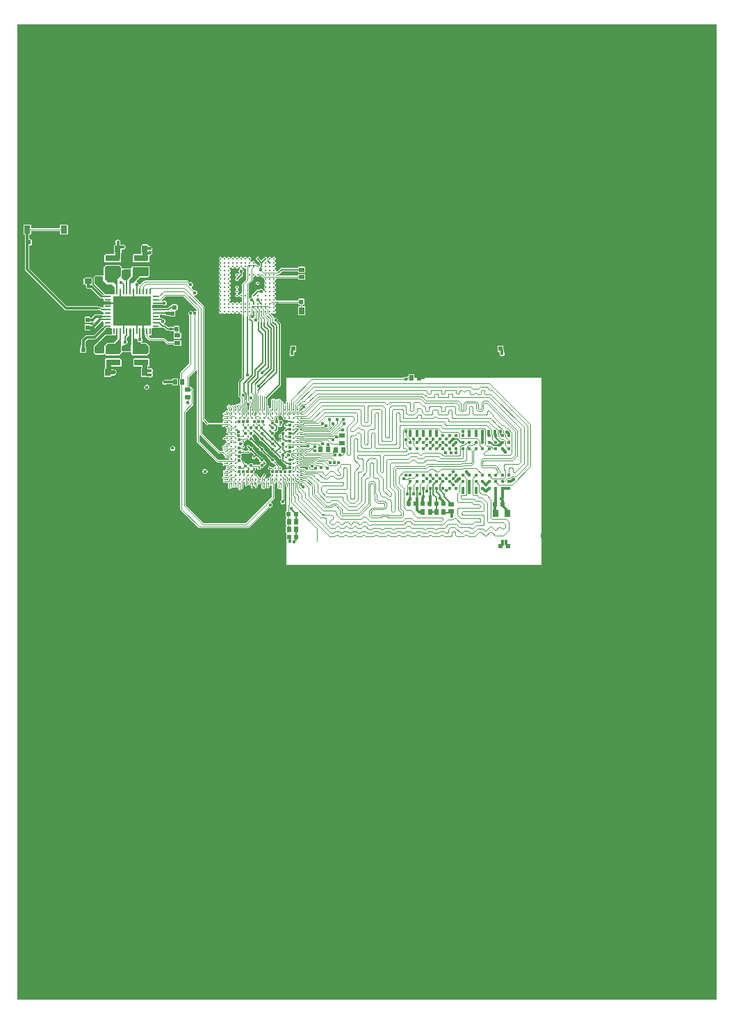
<source format=gtl>
G04 Layer_Physical_Order=1*
G04 Layer_Color=255*
%FSLAX43Y43*%
%MOMM*%
G71*
G01*
G75*
%ADD10C,0.230*%
%ADD11R,0.510X0.560*%
%ADD12R,0.640X0.890*%
%ADD13R,1.800X0.800*%
%ADD14R,0.890X0.640*%
%ADD15R,0.560X0.510*%
%ADD16R,0.750X1.000*%
%ADD17R,0.700X0.510*%
%ADD18C,0.400*%
%ADD19R,0.510X0.700*%
%ADD20R,0.200X0.800*%
%ADD21R,4.600X3.600*%
%ADD22R,0.800X0.200*%
%ADD23C,0.090*%
%ADD24C,0.300*%
%ADD25C,0.100*%
%ADD26C,0.200*%
%ADD27C,0.600*%
%ADD28C,0.120*%
%ADD29C,0.175*%
%ADD30C,0.150*%
%ADD31C,0.500*%
%ADD32C,0.250*%
%ADD33C,0.450*%
%ADD34C,0.130*%
%ADD35C,0.153*%
%ADD36C,0.330*%
%ADD37C,0.600*%
G36*
X85592Y775D02*
X408Y775D01*
Y119450D01*
X85592Y119450D01*
Y775D01*
D02*
G37*
%LPC*%
G36*
X12950Y78808D02*
X11150D01*
X11073Y78777D01*
X11042Y78700D01*
Y77900D01*
X11042Y77899D01*
Y77627D01*
X11028Y77622D01*
X10997Y77545D01*
Y76655D01*
X11028Y76578D01*
X11105Y76547D01*
X11745D01*
X11822Y76578D01*
X11853Y76655D01*
Y76743D01*
X12125D01*
X12262Y76770D01*
X12377Y76848D01*
X12455Y76963D01*
X12482Y77100D01*
X12455Y77237D01*
X12377Y77352D01*
X12262Y77430D01*
X12125Y77457D01*
X11858D01*
Y77792D01*
X12950D01*
X13027Y77823D01*
X13058Y77900D01*
Y78700D01*
X13027Y78777D01*
X12950Y78808D01*
D02*
G37*
G36*
X34280Y80388D02*
X33770D01*
X33693Y80357D01*
X33662Y80280D01*
Y79997D01*
X33645Y79980D01*
X33590Y79898D01*
X33570Y79800D01*
Y79559D01*
X33542Y79517D01*
X33519Y79400D01*
X33542Y79283D01*
X33609Y79184D01*
X33708Y79117D01*
X33825Y79094D01*
X33942Y79117D01*
X34041Y79184D01*
X34108Y79283D01*
X34131Y79400D01*
X34109Y79512D01*
X34108Y79518D01*
X34165Y79612D01*
X34280D01*
X34357Y79643D01*
X34388Y79720D01*
Y80280D01*
X34357Y80357D01*
X34280Y80388D01*
D02*
G37*
G36*
X59505D02*
X58995D01*
X58918Y80357D01*
X58887Y80280D01*
Y79720D01*
X58918Y79643D01*
X58995Y79612D01*
X59085D01*
X59142Y79518D01*
X59141Y79512D01*
X59119Y79400D01*
X59142Y79283D01*
X59209Y79184D01*
X59308Y79117D01*
X59425Y79094D01*
X59542Y79117D01*
X59641Y79184D01*
X59708Y79283D01*
X59731Y79400D01*
X59708Y79517D01*
X59680Y79559D01*
Y79825D01*
X59660Y79923D01*
X59613Y79993D01*
Y80280D01*
X59582Y80357D01*
X59505Y80388D01*
D02*
G37*
G36*
X16400Y78808D02*
X14600D01*
X14523Y78777D01*
X14492Y78700D01*
Y77900D01*
X14523Y77823D01*
X14600Y77792D01*
X15517D01*
Y77594D01*
X15497Y77545D01*
Y76655D01*
X15528Y76578D01*
X15605Y76547D01*
X16217D01*
X16225Y76545D01*
X16441D01*
X16483Y76517D01*
X16600Y76494D01*
X16717Y76517D01*
X16816Y76584D01*
X16883Y76683D01*
X16906Y76800D01*
X16883Y76917D01*
X16818Y77014D01*
X16803Y77039D01*
Y77111D01*
X16818Y77136D01*
X16883Y77233D01*
X16906Y77350D01*
X16883Y77467D01*
X16816Y77566D01*
X16717Y77633D01*
X16600Y77656D01*
X16483Y77633D01*
X16441Y77605D01*
X16333D01*
Y77792D01*
X16400D01*
X16477Y77823D01*
X16508Y77900D01*
Y78700D01*
X16477Y78777D01*
X16400Y78808D01*
D02*
G37*
G36*
X19300Y68181D02*
X19183Y68158D01*
X19084Y68091D01*
X19017Y67992D01*
X18994Y67875D01*
X19017Y67758D01*
X19084Y67659D01*
X19183Y67592D01*
X19300Y67569D01*
X19417Y67592D01*
X19516Y67659D01*
X19583Y67758D01*
X19606Y67875D01*
X19583Y67992D01*
X19516Y68091D01*
X19417Y68158D01*
X19300Y68181D01*
D02*
G37*
G36*
X16150Y75606D02*
X16033Y75583D01*
X15934Y75516D01*
X15867Y75417D01*
X15844Y75300D01*
X15867Y75183D01*
X15934Y75084D01*
X16033Y75017D01*
X16150Y74994D01*
X16267Y75017D01*
X16366Y75084D01*
X16433Y75183D01*
X16456Y75300D01*
X16433Y75417D01*
X16366Y75516D01*
X16267Y75583D01*
X16150Y75606D01*
D02*
G37*
G36*
X19855Y76408D02*
X19345D01*
X19268Y76377D01*
X19237Y76300D01*
Y76205D01*
X18471D01*
X18467Y76208D01*
X18350Y76231D01*
X18233Y76208D01*
X18134Y76141D01*
X18067Y76042D01*
X18044Y75925D01*
X18067Y75808D01*
X18134Y75709D01*
X18233Y75642D01*
X18350Y75619D01*
X18467Y75642D01*
X18546Y75695D01*
X19237D01*
Y75600D01*
X19268Y75523D01*
X19345Y75492D01*
X19855D01*
X19932Y75523D01*
X19963Y75600D01*
Y76300D01*
X19932Y76377D01*
X19855Y76408D01*
D02*
G37*
G36*
X12650Y93281D02*
X12533Y93258D01*
X12434Y93191D01*
X12367Y93092D01*
X12344Y92975D01*
X12367Y92858D01*
X12395Y92816D01*
Y92678D01*
X12305D01*
X12228Y92647D01*
X12197Y92570D01*
Y91680D01*
X12217Y91631D01*
Y91508D01*
X11125D01*
X11048Y91477D01*
X11017Y91400D01*
Y90600D01*
X11048Y90523D01*
X11125Y90492D01*
X12925D01*
X13002Y90523D01*
X13033Y90600D01*
Y91400D01*
X13033Y91401D01*
Y91631D01*
X13053Y91680D01*
Y92048D01*
X13153Y92096D01*
X13158Y92092D01*
X13275Y92069D01*
X13392Y92092D01*
X13491Y92159D01*
X13558Y92258D01*
X13581Y92375D01*
X13558Y92492D01*
X13491Y92591D01*
X13392Y92658D01*
X13275Y92681D01*
X13158Y92658D01*
X13121Y92633D01*
X13022Y92647D01*
X12945Y92678D01*
X12905D01*
Y92816D01*
X12933Y92858D01*
X12956Y92975D01*
X12933Y93092D01*
X12866Y93191D01*
X12767Y93258D01*
X12650Y93281D01*
D02*
G37*
G36*
X16245Y92678D02*
X15605D01*
X15528Y92647D01*
X15497Y92570D01*
Y91680D01*
X15517Y91631D01*
Y91508D01*
X14575D01*
X14498Y91477D01*
X14467Y91400D01*
Y90600D01*
X14498Y90523D01*
X14575Y90492D01*
X16375D01*
X16452Y90523D01*
X16483Y90600D01*
Y91315D01*
X16550Y91394D01*
X16667Y91417D01*
X16766Y91484D01*
X16833Y91583D01*
X16856Y91700D01*
X16833Y91817D01*
X16791Y91880D01*
X16774Y91950D01*
X16791Y92020D01*
X16833Y92083D01*
X16856Y92200D01*
X16833Y92317D01*
X16766Y92416D01*
X16667Y92483D01*
X16550Y92506D01*
X16453Y92487D01*
X16383Y92524D01*
X16353Y92550D01*
Y92570D01*
X16322Y92647D01*
X16245Y92678D01*
D02*
G37*
G36*
X6425Y95108D02*
X5675D01*
X5598Y95077D01*
X5567Y95000D01*
Y94662D01*
X2083D01*
Y95000D01*
X2052Y95077D01*
X1975Y95108D01*
X1225D01*
X1148Y95077D01*
X1117Y95000D01*
Y94000D01*
X1148Y93923D01*
X1225Y93892D01*
X1345D01*
Y92950D01*
Y89650D01*
X1365Y89552D01*
X1420Y89470D01*
X6145Y84745D01*
X6227Y84689D01*
X6325Y84670D01*
X10150D01*
X10248Y84689D01*
X10257Y84696D01*
X10441D01*
X10531Y84606D01*
X10531Y84606D01*
X10597Y84562D01*
X10675Y84546D01*
X10798D01*
X10867Y84450D01*
Y84250D01*
X10860Y84236D01*
X10773Y84186D01*
X10675Y84205D01*
X9975D01*
X9877Y84186D01*
X9795Y84130D01*
X9457Y83792D01*
X9435Y83788D01*
X9403Y83785D01*
X9313Y83840D01*
X9307Y83857D01*
X9230Y83888D01*
X8720D01*
X8643Y83857D01*
X8612Y83780D01*
Y83220D01*
X8643Y83143D01*
X8720Y83112D01*
X9230D01*
X9307Y83143D01*
X9313Y83160D01*
X9403Y83215D01*
X9435Y83212D01*
X9525Y83194D01*
X9642Y83217D01*
X9701Y83137D01*
X9496Y82931D01*
X9317D01*
X9307Y82957D01*
X9230Y82988D01*
X8720D01*
X8643Y82957D01*
X8612Y82880D01*
Y82320D01*
X8643Y82243D01*
X8720Y82212D01*
X9230D01*
X9307Y82243D01*
X9317Y82269D01*
X9525D01*
X9652Y82294D01*
X9759Y82366D01*
X9831Y82473D01*
X9849Y82564D01*
X10632Y83346D01*
X10798D01*
X10867Y83250D01*
Y83050D01*
X10898Y82973D01*
X10898Y82927D01*
X10867Y82850D01*
Y82730D01*
X10783Y82647D01*
X10727Y82635D01*
X10645Y82580D01*
X9719Y81655D01*
X8825D01*
X8727Y81635D01*
X8645Y81580D01*
X8245Y81180D01*
X8190Y81098D01*
X8170Y81000D01*
Y80559D01*
X8142Y80517D01*
X8119Y80400D01*
X8137Y80310D01*
X8140Y80278D01*
X8085Y80188D01*
X8068Y80182D01*
X8037Y80105D01*
Y79595D01*
X8068Y79518D01*
X8145Y79487D01*
X8705D01*
X8782Y79518D01*
X8813Y79595D01*
Y80105D01*
X8782Y80182D01*
X8765Y80188D01*
X8710Y80278D01*
X8713Y80310D01*
X8731Y80400D01*
X8708Y80517D01*
X8680Y80559D01*
Y80894D01*
X8931Y81145D01*
X9825D01*
X9923Y81165D01*
X10005Y81220D01*
X11005Y82220D01*
X11061Y82302D01*
X11072Y82358D01*
X11255Y82542D01*
X11775D01*
X11825Y82508D01*
Y82500D01*
X11917D01*
Y81779D01*
X11846Y81708D01*
X11125Y81708D01*
X11125Y81708D01*
X11048Y81677D01*
X11048Y81677D01*
X9748Y80377D01*
X9717Y80300D01*
Y79500D01*
X9717Y79500D01*
X9748Y79423D01*
X9748Y79423D01*
X9848Y79323D01*
X9925Y79292D01*
X10825D01*
X10832Y79295D01*
X10840Y79293D01*
X10870Y79310D01*
X10902Y79323D01*
X10905Y79331D01*
X10912Y79335D01*
X10927Y79356D01*
X11028Y79347D01*
X11041Y79341D01*
X11048Y79323D01*
X11048D01*
X11148Y79223D01*
X11225Y79192D01*
X12725D01*
X12725Y79192D01*
X12802Y79223D01*
X12802Y79223D01*
X12984Y79406D01*
X13027Y79423D01*
X13044Y79466D01*
X13102Y79523D01*
X13108Y79540D01*
X13137Y79600D01*
X13225Y79592D01*
X13282D01*
X13330Y79572D01*
X14220D01*
X14317Y79504D01*
Y79300D01*
X14348Y79223D01*
X14425Y79192D01*
X16125D01*
X16125Y79192D01*
X16202Y79223D01*
X16202Y79223D01*
X16370Y79392D01*
X16400D01*
X16477Y79423D01*
X16508Y79500D01*
Y79575D01*
X16508Y79575D01*
Y80225D01*
X16508Y80225D01*
X16508Y80225D01*
Y80300D01*
X16477Y80377D01*
X16400Y80408D01*
X16370D01*
X16102Y80677D01*
X16025Y80708D01*
X15581D01*
X15519Y80774D01*
X15530Y80876D01*
X15541Y80884D01*
X15608Y80983D01*
X15631Y81100D01*
X15608Y81217D01*
X15541Y81316D01*
X15529Y81325D01*
Y81690D01*
X15533Y81700D01*
Y82500D01*
X15917D01*
Y81700D01*
X15948Y81623D01*
X15963Y81618D01*
Y81550D01*
X16010Y81435D01*
X16435Y81010D01*
X16550Y80963D01*
X18183D01*
X18560Y80585D01*
X18675Y80538D01*
X19442D01*
Y80445D01*
X19473Y80368D01*
X19550Y80337D01*
X20250D01*
X20327Y80368D01*
X20358Y80445D01*
Y80955D01*
X20327Y81032D01*
X20250Y81063D01*
X19550D01*
X19473Y81032D01*
X19442Y80955D01*
Y80862D01*
X18742D01*
X18365Y81240D01*
X18250Y81287D01*
X16617D01*
X16405Y81499D01*
X16406Y81504D01*
X16454Y81592D01*
X16625D01*
X16702Y81623D01*
X16733Y81700D01*
Y82500D01*
X16825D01*
Y82508D01*
X16875Y82542D01*
X17675D01*
X17752Y82573D01*
X17772Y82622D01*
X17876Y82660D01*
X17955Y82581D01*
X17955Y82581D01*
X18021Y82537D01*
X18099Y82521D01*
X18266D01*
X18531Y82256D01*
X18597Y82212D01*
X18675Y82196D01*
X18675Y82196D01*
X18900D01*
X18909Y82184D01*
X19008Y82117D01*
X19125Y82094D01*
X19242Y82117D01*
X19312Y82164D01*
X19406Y82125D01*
X19412Y82120D01*
X19443Y82043D01*
X19463Y82035D01*
X19473Y81932D01*
X19442Y81855D01*
Y81345D01*
X19473Y81268D01*
X19550Y81237D01*
X20250D01*
X20327Y81268D01*
X20358Y81345D01*
Y81855D01*
X20327Y81932D01*
X20250Y81963D01*
X20157D01*
X20115Y82063D01*
X20138Y82120D01*
Y82680D01*
X20107Y82757D01*
X20030Y82788D01*
X19520D01*
X19443Y82757D01*
X19412Y82680D01*
X19406Y82675D01*
X19312Y82636D01*
X19242Y82683D01*
X19125Y82706D01*
X19008Y82683D01*
X18909Y82616D01*
X18900Y82604D01*
X18759D01*
X18494Y82869D01*
X18428Y82913D01*
X18350Y82929D01*
X18267D01*
X18257Y82943D01*
X18254Y82960D01*
X18285Y83071D01*
X18341Y83109D01*
X18408Y83208D01*
X18431Y83325D01*
X18408Y83442D01*
X18341Y83541D01*
X18242Y83608D01*
X18125Y83631D01*
X18110Y83628D01*
X18044Y83694D01*
X17978Y83738D01*
X17900Y83754D01*
X17852D01*
X17783Y83850D01*
Y84050D01*
X17852Y84146D01*
X17995D01*
X18047Y84112D01*
X18125Y84096D01*
X18370D01*
X18391Y84066D01*
X18498Y83994D01*
X18625Y83969D01*
X18923D01*
X18943Y83918D01*
X19020Y83887D01*
X19530D01*
X19607Y83918D01*
X19638Y83995D01*
Y84555D01*
X19625Y84587D01*
X19682Y84687D01*
X19805D01*
X19882Y84718D01*
X19913Y84795D01*
Y85305D01*
X19882Y85382D01*
X19805Y85413D01*
X19245D01*
X19168Y85382D01*
X19137Y85305D01*
X19075Y85254D01*
X18997Y85238D01*
X18931Y85194D01*
X18931Y85194D01*
X18691Y84954D01*
X17685D01*
X17675Y84958D01*
X16875D01*
X16825Y84992D01*
Y85308D01*
X16875Y85342D01*
X17675D01*
X17685Y85346D01*
X18050D01*
X18059Y85334D01*
X18158Y85267D01*
X18275Y85244D01*
X18392Y85267D01*
X18491Y85334D01*
X18558Y85433D01*
X18581Y85550D01*
X18558Y85667D01*
X18491Y85766D01*
X18392Y85833D01*
X18275Y85856D01*
X18158Y85833D01*
X18059Y85766D01*
X18050Y85754D01*
X17948D01*
X17923Y85788D01*
X17909Y85854D01*
X18392Y86338D01*
X20658D01*
X22238Y84758D01*
Y84622D01*
X22138Y84569D01*
X22117Y84583D01*
X22000Y84606D01*
X21883Y84583D01*
X21820Y84541D01*
X21750Y84524D01*
X21680Y84541D01*
X21617Y84583D01*
X21500Y84606D01*
X21383Y84583D01*
X21284Y84516D01*
X21217Y84417D01*
X21194Y84300D01*
X21217Y84183D01*
X21284Y84084D01*
X21338Y84048D01*
Y78217D01*
X20285Y77165D01*
X20238Y77050D01*
Y76405D01*
X20168Y76377D01*
X20137Y76300D01*
Y75600D01*
X20168Y75523D01*
X20238Y75495D01*
Y60500D01*
X20285Y60385D01*
X22435Y58235D01*
X22550Y58188D01*
X28575D01*
X28690Y58235D01*
X31136Y60682D01*
X31200Y60669D01*
X31317Y60692D01*
X31416Y60759D01*
X31483Y60858D01*
X31506Y60975D01*
X31483Y61092D01*
X31416Y61191D01*
X31317Y61258D01*
X31306Y61260D01*
X31273Y61368D01*
X31690Y61785D01*
X31737Y61900D01*
X31732Y61913D01*
Y63532D01*
X31764Y63554D01*
X31875Y63600D01*
X31981Y63705D01*
X32073Y63667D01*
Y63055D01*
X32119Y62944D01*
X32230Y62898D01*
X32341Y62944D01*
X32435Y62910D01*
X32475Y62893D01*
X32480Y62895D01*
X32563Y62840D01*
Y61628D01*
X32509Y61591D01*
X32442Y61492D01*
X32419Y61375D01*
X32442Y61258D01*
X32509Y61159D01*
X32608Y61092D01*
X32725Y61069D01*
X32842Y61092D01*
X32941Y61159D01*
X33008Y61258D01*
X33031Y61375D01*
X33008Y61492D01*
X32941Y61591D01*
X32877Y61634D01*
Y63384D01*
X32890Y63393D01*
X32975Y63428D01*
X33060Y63393D01*
X33073Y63384D01*
Y63280D01*
X33119Y63169D01*
X33175Y63146D01*
Y60255D01*
X33118Y60232D01*
X33087Y60155D01*
Y59595D01*
X33118Y59518D01*
X33146Y59507D01*
Y59403D01*
X33143Y59402D01*
X33112Y59325D01*
Y58625D01*
X33143Y58548D01*
X33175Y58535D01*
Y58440D01*
X33143Y58427D01*
X33112Y58350D01*
Y57650D01*
X33143Y57573D01*
X33175Y57560D01*
Y53725D01*
X64275Y53725D01*
X64275Y76500D01*
X48763D01*
Y76800D01*
X48732Y76877D01*
X48655Y76908D01*
X48145D01*
X48068Y76877D01*
X48037Y76800D01*
Y76607D01*
X47900D01*
X47841Y76583D01*
X47725Y76606D01*
X47608Y76583D01*
X47509Y76516D01*
X47498Y76500D01*
X33175D01*
Y73617D01*
X33110Y73590D01*
X33063Y73475D01*
Y73316D01*
X32979Y73260D01*
X32975Y73262D01*
X32965Y73258D01*
X32882Y73314D01*
Y73400D01*
X32836Y73511D01*
X32725Y73557D01*
X32715Y73553D01*
X32632Y73608D01*
Y73650D01*
X32586Y73761D01*
X32475Y73807D01*
X32474Y73807D01*
X32346Y73862D01*
X32336Y73886D01*
X32225Y73932D01*
X32114Y73886D01*
X32085Y73817D01*
X31975Y73862D01*
X31939Y73847D01*
X31840Y73840D01*
X31725Y73887D01*
X31694Y73875D01*
X31586Y73886D01*
X31543Y73904D01*
X31543Y73904D01*
X31527Y73910D01*
X31475Y73932D01*
X31364Y73886D01*
X31318Y73775D01*
Y72860D01*
X31235Y72805D01*
X31230Y72807D01*
X31147Y72773D01*
X31047Y72820D01*
Y72925D01*
X31001Y73036D01*
X30890Y73082D01*
X30877Y73091D01*
Y73939D01*
X32469Y75531D01*
X32505Y75586D01*
X32518Y75650D01*
X32518Y75650D01*
Y82950D01*
X32505Y83014D01*
X32469Y83069D01*
X32145Y83393D01*
X32156Y83450D01*
X32133Y83567D01*
X32066Y83666D01*
X31967Y83733D01*
X31850Y83756D01*
X31757Y83737D01*
X31683Y83773D01*
X31652Y83799D01*
X31611Y83897D01*
X31290Y84217D01*
X31300Y84317D01*
X31305Y84320D01*
X31347Y84383D01*
X31400Y84388D01*
X31453Y84383D01*
X31495Y84320D01*
X31566Y84272D01*
X31650Y84256D01*
X31734Y84272D01*
X31805Y84320D01*
X31853Y84391D01*
X31869Y84475D01*
X31853Y84559D01*
X31805Y84630D01*
X31742Y84672D01*
X31737Y84725D01*
X31742Y84778D01*
X31805Y84820D01*
X31853Y84891D01*
X31869Y84975D01*
X31853Y85059D01*
X31805Y85130D01*
X31742Y85172D01*
X31737Y85225D01*
X31742Y85278D01*
X31805Y85320D01*
X31853Y85391D01*
X31869Y85475D01*
X31953Y85568D01*
X32137D01*
X32150Y85563D01*
X34612D01*
Y85445D01*
X34643Y85368D01*
X34720Y85337D01*
X34813D01*
Y85178D01*
X34730D01*
X34653Y85147D01*
X34622Y85070D01*
Y84180D01*
X34653Y84103D01*
X34730Y84072D01*
X35370D01*
X35447Y84103D01*
X35478Y84180D01*
Y85070D01*
X35447Y85147D01*
X35370Y85178D01*
X35137D01*
Y85337D01*
X35230D01*
X35307Y85368D01*
X35338Y85445D01*
Y86005D01*
X35307Y86082D01*
X35230Y86113D01*
X34720D01*
X34643Y86082D01*
X34612Y86005D01*
Y85887D01*
X32150D01*
X32137Y85882D01*
X31953D01*
X31869Y85975D01*
X31853Y86059D01*
X31805Y86130D01*
X31742Y86172D01*
X31737Y86225D01*
X31742Y86278D01*
X31805Y86320D01*
X31853Y86391D01*
X31869Y86475D01*
X31853Y86559D01*
X31805Y86630D01*
X31742Y86672D01*
X31737Y86725D01*
X31742Y86778D01*
X31805Y86820D01*
X31853Y86891D01*
X31869Y86975D01*
X31853Y87059D01*
X31805Y87130D01*
X31742Y87172D01*
X31737Y87225D01*
X31742Y87278D01*
X31805Y87320D01*
X31853Y87391D01*
X31869Y87475D01*
X31853Y87559D01*
X31805Y87630D01*
X31742Y87672D01*
X31737Y87725D01*
X31742Y87778D01*
X31805Y87820D01*
X31853Y87891D01*
X31869Y87975D01*
X31853Y88059D01*
X31805Y88130D01*
X31742Y88172D01*
X31737Y88225D01*
X31742Y88278D01*
X31805Y88320D01*
X31853Y88391D01*
X31869Y88475D01*
X31953Y88568D01*
X31973D01*
X31985Y88563D01*
X34567D01*
Y88470D01*
X34598Y88393D01*
X34675Y88362D01*
X35375D01*
X35452Y88393D01*
X35483Y88470D01*
Y88980D01*
X35452Y89057D01*
X35375Y89088D01*
X34675D01*
X34598Y89057D01*
X34567Y88980D01*
Y88887D01*
X31992D01*
X31980Y88892D01*
X31932D01*
X31868Y88970D01*
X31869Y88975D01*
X31953Y89068D01*
X32047D01*
X32077Y89048D01*
X32150Y89034D01*
X32223Y89048D01*
X32285Y89090D01*
X32629Y89434D01*
X34567D01*
Y89370D01*
X34598Y89293D01*
X34675Y89262D01*
X35375D01*
X35452Y89293D01*
X35483Y89370D01*
Y89880D01*
X35452Y89957D01*
X35375Y89988D01*
X34675D01*
X34598Y89957D01*
X34567Y89880D01*
Y89816D01*
X32550D01*
X32477Y89802D01*
X32415Y89760D01*
X32047Y89392D01*
X31942Y89394D01*
X31869Y89475D01*
X31853Y89559D01*
X31805Y89630D01*
X31742Y89672D01*
X31737Y89725D01*
X31742Y89778D01*
X31805Y89820D01*
X31853Y89891D01*
X31869Y89975D01*
X31853Y90059D01*
X31805Y90130D01*
X31742Y90172D01*
X31737Y90225D01*
X31742Y90278D01*
X31805Y90320D01*
X31853Y90391D01*
X31869Y90475D01*
X31853Y90559D01*
X31805Y90630D01*
X31742Y90672D01*
X31737Y90725D01*
X31742Y90778D01*
X31805Y90820D01*
X31853Y90891D01*
X31869Y90975D01*
X31853Y91059D01*
X31805Y91130D01*
X31734Y91178D01*
X31650Y91194D01*
X31566Y91178D01*
X31495Y91130D01*
X31453Y91067D01*
X31400Y91062D01*
X31347Y91067D01*
X31305Y91130D01*
X31234Y91178D01*
X31150Y91194D01*
X31066Y91178D01*
X30995Y91130D01*
X30953Y91067D01*
X30900Y91062D01*
X30847Y91067D01*
X30805Y91130D01*
X30734Y91178D01*
X30650Y91194D01*
X30566Y91178D01*
X30495Y91130D01*
X30447Y91059D01*
X30444Y91039D01*
X30150Y90745D01*
X29857Y91039D01*
X29853Y91059D01*
X29805Y91130D01*
X29734Y91178D01*
X29650Y91194D01*
X29566Y91178D01*
X29495Y91130D01*
X29447Y91059D01*
X29431Y90975D01*
X29447Y90891D01*
X29495Y90820D01*
X29566Y90772D01*
X29586Y90768D01*
X29943Y90411D01*
X29947Y90391D01*
X29959Y90374D01*
Y90135D01*
X29928Y90109D01*
X29814Y90117D01*
X29805Y90130D01*
X29734Y90178D01*
X29653Y90194D01*
X29521Y90326D01*
X29410Y90372D01*
X29369Y90472D01*
X29369Y90475D01*
X29353Y90559D01*
X29305Y90630D01*
X29234Y90678D01*
X29150Y90694D01*
X29066Y90678D01*
X28995Y90630D01*
X28953Y90567D01*
X28900Y90562D01*
X28847Y90567D01*
X28805Y90630D01*
X28742Y90672D01*
X28737Y90725D01*
X28742Y90778D01*
X28805Y90820D01*
X28853Y90891D01*
X28869Y90975D01*
X28853Y91059D01*
X28805Y91130D01*
X28734Y91178D01*
X28650Y91194D01*
X28566Y91178D01*
X28495Y91130D01*
X28453Y91067D01*
X28400Y91062D01*
X28347Y91067D01*
X28305Y91130D01*
X28234Y91178D01*
X28150Y91194D01*
X28066Y91178D01*
X27995Y91130D01*
X27953Y91067D01*
X27900Y91062D01*
X27847Y91067D01*
X27805Y91130D01*
X27734Y91178D01*
X27650Y91194D01*
X27566Y91178D01*
X27495Y91130D01*
X27453Y91067D01*
X27400Y91062D01*
X27347Y91067D01*
X27305Y91130D01*
X27234Y91178D01*
X27150Y91194D01*
X27066Y91178D01*
X26995Y91130D01*
X26953Y91067D01*
X26900Y91062D01*
X26847Y91067D01*
X26805Y91130D01*
X26734Y91178D01*
X26650Y91194D01*
X26566Y91178D01*
X26495Y91130D01*
X26453Y91067D01*
X26400Y91062D01*
X26347Y91067D01*
X26305Y91130D01*
X26234Y91178D01*
X26150Y91194D01*
X26066Y91178D01*
X25995Y91130D01*
X25953Y91067D01*
X25900Y91062D01*
X25847Y91067D01*
X25805Y91130D01*
X25734Y91178D01*
X25650Y91194D01*
X25566Y91178D01*
X25495Y91130D01*
X25453Y91067D01*
X25400Y91062D01*
X25347Y91067D01*
X25305Y91130D01*
X25234Y91178D01*
X25150Y91194D01*
X25066Y91178D01*
X24995Y91130D01*
X24947Y91059D01*
X24931Y90975D01*
X24947Y90891D01*
X24995Y90820D01*
X25058Y90778D01*
X25063Y90725D01*
X25058Y90672D01*
X24995Y90630D01*
X24947Y90559D01*
X24931Y90475D01*
X24947Y90391D01*
X24995Y90320D01*
X25058Y90278D01*
X25063Y90225D01*
X25058Y90172D01*
X24995Y90130D01*
X24947Y90059D01*
X24931Y89975D01*
X24947Y89891D01*
X24995Y89820D01*
X25058Y89778D01*
X25063Y89725D01*
X25058Y89672D01*
X24995Y89630D01*
X24947Y89559D01*
X24931Y89475D01*
X24947Y89391D01*
X24995Y89320D01*
X25058Y89278D01*
X25063Y89225D01*
X25058Y89172D01*
X24995Y89130D01*
X24947Y89059D01*
X24931Y88975D01*
X24947Y88891D01*
X24995Y88820D01*
X25058Y88778D01*
X25063Y88725D01*
X25058Y88672D01*
X24995Y88630D01*
X24947Y88559D01*
X24931Y88475D01*
X24947Y88391D01*
X24995Y88320D01*
X25058Y88278D01*
X25063Y88225D01*
X25058Y88172D01*
X24995Y88130D01*
X24947Y88059D01*
X24931Y87975D01*
X24947Y87891D01*
X24995Y87820D01*
X25058Y87778D01*
X25063Y87725D01*
X25058Y87672D01*
X24995Y87630D01*
X24947Y87559D01*
X24931Y87475D01*
X24947Y87391D01*
X24995Y87320D01*
X25058Y87278D01*
X25063Y87225D01*
X25058Y87172D01*
X24995Y87130D01*
X24947Y87059D01*
X24931Y86975D01*
X24947Y86891D01*
X24995Y86820D01*
X25058Y86778D01*
X25063Y86725D01*
X25058Y86672D01*
X24995Y86630D01*
X24947Y86559D01*
X24931Y86475D01*
X24947Y86391D01*
X24995Y86320D01*
X25058Y86278D01*
X25063Y86225D01*
X25058Y86172D01*
X24995Y86130D01*
X24947Y86059D01*
X24931Y85975D01*
X24947Y85891D01*
X24995Y85820D01*
X25058Y85778D01*
X25063Y85725D01*
X25058Y85672D01*
X24995Y85630D01*
X24947Y85559D01*
X24931Y85475D01*
X24947Y85391D01*
X24995Y85320D01*
X25058Y85278D01*
X25063Y85225D01*
X25058Y85172D01*
X24995Y85130D01*
X24947Y85059D01*
X24931Y84975D01*
X24947Y84891D01*
X24995Y84820D01*
X25058Y84778D01*
X25063Y84725D01*
X25058Y84672D01*
X24995Y84630D01*
X24947Y84559D01*
X24931Y84475D01*
X24947Y84391D01*
X24995Y84320D01*
X25066Y84272D01*
X25150Y84256D01*
X25234Y84272D01*
X25305Y84320D01*
X25347Y84383D01*
X25400Y84388D01*
X25453Y84383D01*
X25495Y84320D01*
X25566Y84272D01*
X25650Y84256D01*
X25734Y84272D01*
X25805Y84320D01*
X25847Y84383D01*
X25900Y84388D01*
X25953Y84383D01*
X25995Y84320D01*
X26066Y84272D01*
X26150Y84256D01*
X26234Y84272D01*
X26305Y84320D01*
X26347Y84383D01*
X26400Y84388D01*
X26453Y84383D01*
X26495Y84320D01*
X26566Y84272D01*
X26650Y84256D01*
X26734Y84272D01*
X26805Y84320D01*
X26847Y84383D01*
X26900Y84388D01*
X26953Y84383D01*
X26995Y84320D01*
X27066Y84272D01*
X27150Y84256D01*
X27234Y84272D01*
X27305Y84320D01*
X27347Y84383D01*
X27400Y84388D01*
X27453Y84383D01*
X27495Y84320D01*
X27566Y84272D01*
X27650Y84256D01*
X27743Y84172D01*
Y84032D01*
X27732Y83975D01*
Y76420D01*
X27406Y76094D01*
X27370Y76039D01*
X27357Y75975D01*
Y74250D01*
X27370Y74186D01*
X27406Y74131D01*
X27454Y74099D01*
X27596Y73957D01*
Y73461D01*
X27525Y73382D01*
X27414Y73336D01*
X27396Y73292D01*
X27300Y73332D01*
X27189Y73286D01*
X27162Y73221D01*
X27075Y73257D01*
X26964Y73211D01*
X26937Y73146D01*
X26850Y73182D01*
X26739Y73136D01*
X26626Y73125D01*
X26550Y73157D01*
X26439Y73111D01*
X26353Y73094D01*
X26286Y73161D01*
X26175Y73207D01*
X26064Y73161D01*
X26020Y73055D01*
X25914Y73011D01*
X25868Y72900D01*
X25914Y72789D01*
X26068Y72635D01*
Y72477D01*
X25780D01*
X25669Y72431D01*
X25623Y72320D01*
X25625Y72315D01*
X25570Y72232D01*
X25500D01*
X25389Y72186D01*
X25343Y72075D01*
X25389Y71964D01*
X25500Y71918D01*
X25508Y71905D01*
X25473Y71820D01*
X25512Y71726D01*
X25414Y71686D01*
X25368Y71575D01*
X25414Y71464D01*
X25509Y71425D01*
X25468Y71325D01*
X25513Y71217D01*
X25439Y71186D01*
X25393Y71075D01*
X25397Y71065D01*
X25342Y70982D01*
X23690D01*
X23162Y71510D01*
Y85075D01*
X23115Y85190D01*
X21891Y86414D01*
X21940Y86506D01*
X22000Y86494D01*
X22117Y86517D01*
X22216Y86584D01*
X22283Y86683D01*
X22306Y86800D01*
X22283Y86917D01*
X22216Y87016D01*
X22117Y87083D01*
X22000Y87106D01*
X21936Y87093D01*
X21608Y87421D01*
X21639Y87532D01*
X21716Y87584D01*
X21783Y87683D01*
X21806Y87800D01*
X21783Y87917D01*
X21716Y88016D01*
X21617Y88083D01*
X21500Y88106D01*
X21383Y88083D01*
X21376Y88078D01*
X21215Y88240D01*
X21100Y88287D01*
X15885D01*
X15770Y88240D01*
X15326Y87796D01*
X15318Y87796D01*
X15224Y87835D01*
X15208Y87917D01*
X15141Y88016D01*
X15042Y88083D01*
X14925Y88106D01*
X14876Y88198D01*
X15370Y88692D01*
X16225D01*
X16225Y88692D01*
X16302Y88723D01*
X16452Y88873D01*
X16483Y88950D01*
Y89800D01*
X16483Y89800D01*
Y89900D01*
X16452Y89977D01*
X16375Y90008D01*
X14425Y90008D01*
X14348Y89977D01*
X14317Y89900D01*
Y89782D01*
X14217Y89719D01*
X14195Y89728D01*
X13305D01*
X13257Y89708D01*
X13225D01*
X13225Y89708D01*
X13133Y89778D01*
Y89900D01*
X13102Y89977D01*
X12902Y90177D01*
X12825Y90208D01*
X11225D01*
X11148Y90177D01*
X10948Y89977D01*
X10917Y89900D01*
Y88903D01*
X10817Y88861D01*
X10802Y88877D01*
X10725Y88908D01*
X9925D01*
X9925Y88908D01*
X9848Y88877D01*
X9848Y88877D01*
X9748Y88777D01*
X9717Y88700D01*
X9717Y87925D01*
X9748Y87848D01*
X9748Y87848D01*
X9768Y87829D01*
X9778Y87803D01*
X9804Y87793D01*
X10909Y86688D01*
X10871Y86584D01*
X10809Y86576D01*
X9630Y87755D01*
X9549Y87810D01*
X9578Y87880D01*
Y88520D01*
X9547Y88597D01*
X9470Y88628D01*
X8580D01*
X8503Y88597D01*
X8472Y88520D01*
Y87880D01*
X8503Y87803D01*
X8580Y87772D01*
X8700D01*
X8726Y87741D01*
X8763Y87672D01*
X8744Y87575D01*
X8767Y87458D01*
X8834Y87359D01*
X8933Y87292D01*
X9050Y87269D01*
X9167Y87292D01*
X9209Y87320D01*
X9344D01*
X10495Y86170D01*
X10577Y86115D01*
X10675Y86095D01*
X10773Y86115D01*
X10860Y86064D01*
X10867Y86050D01*
Y85850D01*
X10898Y85773D01*
X10975Y85742D01*
X11775D01*
X11825Y85708D01*
Y85392D01*
X11775Y85358D01*
X10975D01*
X10898Y85327D01*
X10867Y85250D01*
Y85050D01*
X10837Y85008D01*
X10714Y84999D01*
X10669Y85044D01*
X10603Y85088D01*
X10525Y85104D01*
X10331D01*
X10330Y85105D01*
X10248Y85160D01*
X10150Y85180D01*
X6431D01*
X1855Y89756D01*
Y92562D01*
X2030D01*
X2107Y92593D01*
X2138Y92670D01*
Y93230D01*
X2107Y93307D01*
X2030Y93338D01*
X1855D01*
Y93892D01*
X1975D01*
X2052Y93923D01*
X2083Y94000D01*
Y94338D01*
X5567D01*
Y94000D01*
X5598Y93923D01*
X5675Y93892D01*
X6425D01*
X6502Y93923D01*
X6533Y94000D01*
Y95000D01*
X6502Y95077D01*
X6425Y95108D01*
D02*
G37*
%LPD*%
G36*
X23514Y70714D02*
X23625Y70668D01*
X25317D01*
X25372Y70585D01*
X25368Y70575D01*
X25414Y70464D01*
X25525Y70418D01*
X25751D01*
X25823Y70330D01*
X25869Y70219D01*
X25907Y70203D01*
X25914Y70101D01*
X25868Y69990D01*
X25888Y69941D01*
X25864Y69931D01*
X25818Y69820D01*
X25864Y69709D01*
X25975Y69663D01*
X26040D01*
X26129Y69574D01*
X26090Y69482D01*
X25825D01*
X25714Y69436D01*
X25668Y69325D01*
X25672Y69315D01*
X25617Y69232D01*
X25550D01*
X25439Y69186D01*
X25393Y69075D01*
X25439Y68964D01*
X25550Y68918D01*
X25715D01*
X25770Y68835D01*
X25768Y68830D01*
X25814Y68719D01*
X25863Y68699D01*
X25889Y68601D01*
X25843Y68490D01*
X25834Y68477D01*
X25745D01*
X25634Y68431D01*
X25588Y68320D01*
X25590Y68315D01*
X25535Y68232D01*
X25475D01*
X25364Y68186D01*
X25318Y68075D01*
X25364Y67964D01*
X25357Y67859D01*
X25343Y67825D01*
X25389Y67714D01*
X25419Y67702D01*
X25440Y67650D01*
X25381Y67555D01*
X25025D01*
X22887Y69692D01*
Y71199D01*
X22987Y71241D01*
X23514Y70714D01*
D02*
G37*
G36*
X32475Y71856D02*
X32568Y71825D01*
X32614Y71714D01*
X32756Y71572D01*
X32772Y71491D01*
X32820Y71420D01*
X32891Y71372D01*
X32975Y71356D01*
X33059Y71372D01*
X33075Y71383D01*
X33175Y71330D01*
Y70976D01*
X33075Y70894D01*
X32991Y70878D01*
X32920Y70830D01*
X32872Y70759D01*
X32856Y70675D01*
X32872Y70591D01*
X32920Y70520D01*
X32991Y70472D01*
X33075Y70456D01*
X33088Y70446D01*
X33095Y70435D01*
X33104Y70324D01*
X33011Y70232D01*
X32991Y70228D01*
X32920Y70180D01*
X32872Y70109D01*
X32864Y70065D01*
X32775Y69981D01*
X32658Y69958D01*
X32559Y69891D01*
X32492Y69792D01*
X32469Y69675D01*
X32385Y69586D01*
X32341Y69578D01*
X32270Y69530D01*
X32222Y69459D01*
X32206Y69375D01*
X32222Y69291D01*
X32270Y69220D01*
X32341Y69172D01*
X32425Y69156D01*
X32484Y69167D01*
X32559Y69125D01*
X32584Y69102D01*
Y69025D01*
X32590Y68994D01*
X32509Y68928D01*
X32425Y68944D01*
X32341Y68928D01*
X32270Y68880D01*
X32222Y68809D01*
X32206Y68725D01*
X32211Y68701D01*
X32118Y68652D01*
X31982Y68789D01*
X31978Y68809D01*
X31930Y68880D01*
X31859Y68928D01*
X31839Y68932D01*
X31771Y69000D01*
X31781Y69050D01*
X31758Y69167D01*
X31691Y69266D01*
X31599Y69328D01*
X31596Y69336D01*
X31592Y69365D01*
X31593Y69434D01*
X31666Y69484D01*
X31733Y69583D01*
X31756Y69700D01*
X31753Y69716D01*
X31834Y69818D01*
X31859Y69822D01*
X31930Y69870D01*
X31974Y69935D01*
X32094Y70056D01*
X32094Y70056D01*
X32138Y70122D01*
X32154Y70200D01*
Y70500D01*
X32150Y70520D01*
X32244Y70559D01*
X32270Y70520D01*
X32341Y70472D01*
X32425Y70456D01*
X32509Y70472D01*
X32580Y70520D01*
X32628Y70591D01*
X32644Y70675D01*
X32628Y70759D01*
X32635Y70796D01*
X32691Y70834D01*
X32758Y70933D01*
X32781Y71050D01*
X32758Y71167D01*
X32691Y71266D01*
X32592Y71333D01*
X32475Y71356D01*
X32358Y71333D01*
X32335Y71317D01*
X32258Y71267D01*
X32207Y71343D01*
X32191Y71366D01*
X32173Y71379D01*
X32168Y71477D01*
X32178Y71491D01*
X32194Y71575D01*
X32178Y71659D01*
X32169Y71671D01*
X32182Y71714D01*
X32336Y71868D01*
X32391Y71872D01*
X32475Y71856D01*
D02*
G37*
G36*
X28968Y67361D02*
X28972Y67341D01*
X29020Y67270D01*
X29091Y67222D01*
X29111Y67218D01*
X29180Y67150D01*
Y67050D01*
X29111Y66982D01*
X29091Y66978D01*
X29020Y66930D01*
X28972Y66859D01*
X28956Y66775D01*
X28972Y66691D01*
X29020Y66620D01*
X29091Y66572D01*
X29175Y66556D01*
X29259Y66572D01*
X29330Y66620D01*
X29378Y66691D01*
X29382Y66711D01*
X29500Y66830D01*
X29618Y66711D01*
X29622Y66691D01*
X29670Y66620D01*
X29741Y66572D01*
X29786Y66564D01*
X29874Y66475D01*
X29869Y66450D01*
X29892Y66333D01*
X29959Y66234D01*
X30038Y66181D01*
X30047Y66136D01*
Y66114D01*
X30038Y66069D01*
X29959Y66016D01*
X29903Y65933D01*
X29886Y65915D01*
X29784Y65883D01*
X29725Y65907D01*
X29135D01*
X29133Y65917D01*
X29066Y66016D01*
X28967Y66083D01*
X28850Y66106D01*
X28733Y66083D01*
X28634Y66016D01*
X28567Y65917D01*
X28567Y65916D01*
X28462Y65898D01*
X28416Y65966D01*
X28317Y66033D01*
X28200Y66056D01*
X28163Y66049D01*
X28093Y66119D01*
X28094Y66125D01*
X28078Y66209D01*
X28030Y66280D01*
X27959Y66328D01*
X27875Y66344D01*
X27791Y66328D01*
X27704Y66389D01*
X27706Y66400D01*
X27683Y66517D01*
X27641Y66580D01*
X27624Y66650D01*
X27641Y66720D01*
X27683Y66783D01*
X27706Y66900D01*
X27683Y67017D01*
X27667Y67040D01*
X27617Y67117D01*
X27693Y67168D01*
X27716Y67184D01*
X27739Y67218D01*
X27813D01*
X27875Y67206D01*
X27937Y67218D01*
X28463D01*
X28525Y67206D01*
X28609Y67222D01*
X28647Y67248D01*
X28686Y67264D01*
X28702Y67303D01*
X28728Y67341D01*
X28732Y67366D01*
X28834Y67447D01*
X28850Y67444D01*
X28880Y67450D01*
X28968Y67361D01*
D02*
G37*
G36*
X29618Y69311D02*
X29622Y69291D01*
X29670Y69220D01*
X29741Y69172D01*
X29761Y69168D01*
X29871Y69059D01*
X29869Y69050D01*
X29892Y68933D01*
X29959Y68834D01*
X30058Y68767D01*
X30175Y68744D01*
X30184Y68746D01*
X30268Y68661D01*
X30272Y68641D01*
X30320Y68570D01*
X30391Y68522D01*
X30411Y68518D01*
X30918Y68011D01*
X30922Y67991D01*
X30970Y67920D01*
X31041Y67872D01*
X31061Y67868D01*
X31171Y67759D01*
X31169Y67750D01*
X31192Y67633D01*
X31259Y67534D01*
X31358Y67467D01*
X31475Y67444D01*
X31484Y67446D01*
X31568Y67361D01*
X31572Y67341D01*
X31620Y67270D01*
X31691Y67222D01*
X31711Y67218D01*
X32218Y66711D01*
X32222Y66691D01*
X32270Y66620D01*
X32341Y66572D01*
X32425Y66556D01*
X32484Y66567D01*
X32559Y66525D01*
X32584Y66502D01*
Y66425D01*
X32598Y66352D01*
X32640Y66290D01*
X32868Y66061D01*
X32872Y66041D01*
X32920Y65970D01*
X32991Y65922D01*
X33011Y65918D01*
X33040Y65890D01*
X33102Y65848D01*
X33175Y65834D01*
Y65338D01*
X33075Y65286D01*
X32975Y65306D01*
X32858Y65283D01*
X32759Y65216D01*
X32691D01*
X32643Y65248D01*
X32641Y65251D01*
X32616Y65369D01*
X32618Y65377D01*
X32628Y65391D01*
X32644Y65475D01*
X32628Y65559D01*
X32580Y65630D01*
X32509Y65678D01*
X32425Y65694D01*
X32412Y65692D01*
X32312Y65750D01*
X32265Y65865D01*
X31992Y66138D01*
X31978Y66209D01*
X31930Y66280D01*
X31859Y66328D01*
X31858Y66328D01*
X31779Y66439D01*
X31781Y66450D01*
X31758Y66567D01*
X31691Y66666D01*
X31592Y66733D01*
X31475Y66756D01*
X31425Y66746D01*
X31332Y66839D01*
X31328Y66859D01*
X31280Y66930D01*
X31209Y66978D01*
X31189Y66982D01*
X30682Y67489D01*
X30678Y67509D01*
X30630Y67580D01*
X30559Y67628D01*
X30539Y67632D01*
X30471Y67700D01*
X30481Y67750D01*
X30458Y67867D01*
X30391Y67966D01*
X30292Y68033D01*
X30175Y68056D01*
X30125Y68046D01*
X30032Y68139D01*
X30028Y68159D01*
X29980Y68230D01*
X29909Y68278D01*
X29889Y68282D01*
X29382Y68789D01*
X29378Y68809D01*
X29330Y68880D01*
X29259Y68928D01*
X29239Y68932D01*
X29150Y69020D01*
X29156Y69050D01*
X29133Y69167D01*
X29066Y69266D01*
X29031Y69290D01*
Y69410D01*
X29066Y69434D01*
X29133Y69533D01*
X29153Y69635D01*
X29200Y69663D01*
X29252Y69677D01*
X29618Y69311D01*
D02*
G37*
G36*
X22150Y77383D02*
X22238Y77360D01*
Y68675D01*
X22285Y68560D01*
X22298Y68555D01*
X24639Y66214D01*
X24750Y66168D01*
X25317D01*
X25372Y66085D01*
X25368Y66075D01*
X25414Y65964D01*
X25422Y65852D01*
X25413Y65830D01*
X25459Y65719D01*
X25570Y65673D01*
X25755D01*
X25802Y65573D01*
X25768Y65490D01*
X25792Y65432D01*
X25789Y65431D01*
X25743Y65320D01*
X25745Y65315D01*
X25690Y65232D01*
X25600D01*
X25489Y65186D01*
X25443Y65075D01*
X25456Y65044D01*
X25469Y64941D01*
X25423Y64830D01*
X25469Y64719D01*
X25460Y64615D01*
X25443Y64575D01*
X25480Y64487D01*
X25369Y64441D01*
X25323Y64330D01*
X25369Y64219D01*
X25462Y64181D01*
X25418Y64075D01*
X25464Y63964D01*
X25438Y63866D01*
X25423Y63830D01*
X25469Y63719D01*
X25580Y63673D01*
X26068D01*
Y63075D01*
X26114Y62964D01*
X26225Y62918D01*
X26336Y62964D01*
X26346Y62988D01*
X26474Y63043D01*
X26475Y63043D01*
X26586Y63089D01*
X26591Y63102D01*
X26619Y63119D01*
X26730Y63073D01*
X26758Y63085D01*
X26864Y63089D01*
X26975Y63043D01*
X27018Y63061D01*
X27100Y63085D01*
X27182Y63061D01*
X27225Y63043D01*
X27235Y63047D01*
X27318Y62992D01*
Y62925D01*
X27364Y62814D01*
X27475Y62768D01*
X27586Y62814D01*
X27600Y62848D01*
X27724Y62900D01*
X27730Y62898D01*
X27841Y62944D01*
X27887Y63055D01*
Y63765D01*
X27968Y63846D01*
X27993Y63842D01*
X28068Y63772D01*
Y63450D01*
X28114Y63339D01*
X28225Y63293D01*
X28336Y63339D01*
X28355Y63385D01*
X28395Y63368D01*
X28506Y63414D01*
X28508Y63420D01*
X28617D01*
X28619Y63414D01*
X28730Y63368D01*
X28735Y63370D01*
X28818Y63315D01*
Y63150D01*
X28864Y63039D01*
X28975Y62993D01*
X29086Y63039D01*
X29132Y63150D01*
Y63217D01*
X29215Y63272D01*
X29225Y63268D01*
X29235Y63272D01*
X29307Y63224D01*
X29319Y63199D01*
X29364Y63089D01*
X29475Y63043D01*
X29586Y63089D01*
X29632Y63200D01*
Y63351D01*
X29720Y63423D01*
X29831Y63469D01*
X29847Y63507D01*
X29949Y63514D01*
X30060Y63468D01*
X30073Y63473D01*
X30119Y63363D01*
X30143Y63339D01*
Y63100D01*
X30189Y62989D01*
X30300Y62943D01*
X30362Y62969D01*
X30364Y62964D01*
X30475Y62918D01*
X30586Y62964D01*
X30700Y62978D01*
X30725Y62968D01*
X30836Y63014D01*
X30841Y63026D01*
X30864Y63039D01*
X30975Y62993D01*
X31086Y63039D01*
X31132Y63150D01*
Y63263D01*
X31215Y63319D01*
X31220Y63317D01*
X31318Y63357D01*
X31418Y63319D01*
Y61973D01*
X28208Y58762D01*
X23092D01*
X20862Y60992D01*
Y72258D01*
X21790Y73185D01*
X21837Y73300D01*
Y75000D01*
X21790Y75115D01*
X21675Y75162D01*
X21633D01*
Y75255D01*
X21602Y75332D01*
X21525Y75363D01*
X21337D01*
Y76583D01*
X22138Y77383D01*
X22150Y77383D01*
D02*
G37*
G36*
X24843Y67278D02*
X24958Y67230D01*
X25398D01*
X25695Y66933D01*
X25694Y66931D01*
X25648Y66820D01*
X25694Y66709D01*
X25805Y66663D01*
X26165D01*
X26246Y66582D01*
X26242Y66557D01*
X26172Y66482D01*
X24815D01*
X22562Y68735D01*
Y69417D01*
X22662Y69458D01*
X24843Y67278D01*
D02*
G37*
G36*
X28564Y68951D02*
X28567Y68933D01*
X28634Y68834D01*
X28733Y68767D01*
X28850Y68744D01*
X28880Y68750D01*
X28968Y68661D01*
X28972Y68641D01*
X29020Y68570D01*
X29091Y68522D01*
X29111Y68518D01*
X29618Y68011D01*
X29622Y67991D01*
X29670Y67920D01*
X29741Y67872D01*
X29761Y67868D01*
X29871Y67759D01*
X29869Y67750D01*
X29892Y67633D01*
X29959Y67534D01*
X30058Y67467D01*
X30175Y67444D01*
X30184Y67446D01*
X30268Y67361D01*
X30272Y67341D01*
X30320Y67270D01*
X30391Y67222D01*
X30411Y67218D01*
X30918Y66711D01*
X30922Y66691D01*
X30970Y66620D01*
X31041Y66572D01*
X31061Y66568D01*
X31171Y66459D01*
X31169Y66450D01*
X31192Y66333D01*
X31259Y66234D01*
X31358Y66167D01*
X31475Y66144D01*
X31569Y66061D01*
X31572Y66041D01*
X31620Y65970D01*
X31691Y65922D01*
X31762Y65908D01*
X31877Y65794D01*
X31873Y65775D01*
X31775Y65694D01*
X31691Y65678D01*
X31620Y65630D01*
X31598Y65598D01*
X31542Y65559D01*
X31470Y65558D01*
X31400Y65587D01*
X31309D01*
X31280Y65630D01*
X31209Y65678D01*
X31125Y65694D01*
X31041Y65678D01*
X30970Y65630D01*
X30922Y65559D01*
X30906Y65475D01*
X30922Y65391D01*
X30970Y65320D01*
X31041Y65272D01*
X31125Y65256D01*
X31170Y65265D01*
X31171Y65264D01*
X31175Y65262D01*
X31223Y65163D01*
X31192Y65117D01*
X31169Y65000D01*
X31192Y64883D01*
X31259Y64784D01*
X31272Y64659D01*
X31256Y64578D01*
X31109Y64431D01*
X31083Y64367D01*
X31063Y64320D01*
X30975Y64294D01*
X30891Y64278D01*
X30820Y64230D01*
X30778Y64167D01*
X30725Y64162D01*
X30672Y64167D01*
X30630Y64230D01*
X30567Y64272D01*
X30562Y64325D01*
X30567Y64378D01*
X30630Y64420D01*
X30678Y64491D01*
X30694Y64575D01*
X30678Y64659D01*
X30630Y64730D01*
X30559Y64778D01*
X30475Y64794D01*
X30391Y64778D01*
X30320Y64730D01*
X30272Y64659D01*
X30256Y64578D01*
X30119Y64441D01*
X30073Y64330D01*
X29975Y64294D01*
X29877Y64330D01*
X29831Y64441D01*
X29694Y64578D01*
X29678Y64659D01*
X29630Y64730D01*
X29559Y64778D01*
X29475Y64794D01*
X29391Y64778D01*
X29320Y64730D01*
X29192Y64711D01*
X29163Y64733D01*
X29166Y64809D01*
X29233Y64908D01*
X29256Y65025D01*
X29250Y65055D01*
X29360Y65165D01*
X29402Y65227D01*
X29416Y65300D01*
Y65425D01*
X29403Y65491D01*
X29412Y65504D01*
X29470Y65572D01*
X29547Y65566D01*
X29608Y65485D01*
X29606Y65475D01*
X29622Y65391D01*
X29670Y65320D01*
X29741Y65272D01*
X29825Y65256D01*
X29909Y65272D01*
X29947Y65298D01*
X29986Y65314D01*
X30002Y65353D01*
X30028Y65391D01*
X30034Y65422D01*
X30126Y65497D01*
X30141Y65501D01*
X30175Y65494D01*
X30292Y65517D01*
X30391Y65584D01*
X30458Y65683D01*
X30468Y65734D01*
X30664Y65931D01*
X30708Y65997D01*
X30724Y66075D01*
X30724Y66075D01*
Y66080D01*
X30708Y66158D01*
X30679Y66202D01*
X30678Y66209D01*
X30630Y66280D01*
X30559Y66328D01*
X30558Y66328D01*
X30479Y66439D01*
X30481Y66450D01*
X30458Y66567D01*
X30391Y66666D01*
X30292Y66733D01*
X30175Y66756D01*
X30141Y66749D01*
X30020Y66871D01*
X29980Y66930D01*
X29909Y66978D01*
X29889Y66982D01*
X29382Y67489D01*
X29378Y67509D01*
X29330Y67580D01*
X29259Y67628D01*
X29239Y67632D01*
X29150Y67720D01*
X29156Y67750D01*
X29133Y67867D01*
X29066Y67966D01*
X28967Y68033D01*
X28850Y68056D01*
X28820Y68050D01*
X28732Y68139D01*
X28728Y68159D01*
X28680Y68230D01*
X28609Y68278D01*
X28525Y68294D01*
X28441Y68278D01*
X28370Y68230D01*
X28322Y68159D01*
X28306Y68075D01*
X28322Y67991D01*
X28370Y67920D01*
X28441Y67872D01*
X28461Y67868D01*
X28550Y67780D01*
X28544Y67750D01*
X28547Y67734D01*
X28466Y67632D01*
X28441Y67628D01*
X28370Y67580D01*
X28338Y67532D01*
X28062D01*
X28030Y67580D01*
X27959Y67628D01*
X27875Y67644D01*
X27791Y67628D01*
X27787Y67629D01*
X27758Y67696D01*
X27784Y67743D01*
X27800D01*
X27911Y67789D01*
X28036Y67914D01*
X28052Y67953D01*
X28078Y67991D01*
X28094Y68075D01*
X28078Y68159D01*
X28030Y68230D01*
X27959Y68278D01*
X27954Y68279D01*
X27898Y68362D01*
X27906Y68400D01*
X27900Y68428D01*
X27993Y68521D01*
X28036Y68539D01*
X28082Y68650D01*
Y68663D01*
X28094Y68725D01*
X28086Y68768D01*
X28149Y68868D01*
X28275D01*
X28386Y68914D01*
X28455Y68983D01*
X28564Y68951D01*
D02*
G37*
G36*
X27953Y89883D02*
X27995Y89820D01*
X28066Y89772D01*
X28150Y89756D01*
X28243Y89672D01*
Y88440D01*
X27789Y87986D01*
X27743Y87875D01*
Y86778D01*
X27650Y86694D01*
X27566Y86678D01*
X27495Y86630D01*
X27453Y86567D01*
X27400Y86562D01*
X27347Y86567D01*
X27305Y86630D01*
X27242Y86672D01*
X27237Y86725D01*
X27242Y86778D01*
X27305Y86820D01*
X27353Y86891D01*
X27369Y86975D01*
X27353Y87059D01*
X27305Y87130D01*
X27242Y87172D01*
X27237Y87225D01*
X27242Y87278D01*
X27305Y87320D01*
X27353Y87391D01*
X27369Y87475D01*
X27353Y87559D01*
X27305Y87630D01*
X27234Y87678D01*
X27150Y87694D01*
X27066Y87678D01*
X26995Y87630D01*
X26947Y87559D01*
X26931Y87475D01*
X26947Y87391D01*
X26995Y87320D01*
X27058Y87278D01*
X27063Y87225D01*
X27058Y87172D01*
X26995Y87130D01*
X26947Y87059D01*
X26931Y86975D01*
X26947Y86891D01*
X26995Y86820D01*
X27058Y86778D01*
X27063Y86725D01*
X27058Y86672D01*
X26995Y86630D01*
X26947Y86559D01*
X26931Y86475D01*
X26947Y86391D01*
X26995Y86320D01*
X27066Y86272D01*
X27150Y86256D01*
X27234Y86272D01*
X27305Y86320D01*
X27347Y86383D01*
X27400Y86388D01*
X27453Y86383D01*
X27495Y86320D01*
X27566Y86272D01*
X27650Y86256D01*
X27743Y86172D01*
Y85778D01*
X27650Y85694D01*
X27566Y85678D01*
X27495Y85630D01*
X27453Y85567D01*
X27400Y85562D01*
X27347Y85567D01*
X27305Y85630D01*
X27234Y85678D01*
X27150Y85694D01*
X27066Y85678D01*
X26995Y85630D01*
X26953Y85567D01*
X26900Y85562D01*
X26847Y85567D01*
X26805Y85630D01*
X26734Y85678D01*
X26650Y85694D01*
X26566Y85678D01*
X26495Y85630D01*
X26453Y85567D01*
X26400Y85562D01*
X26347Y85567D01*
X26305Y85630D01*
X26242Y85672D01*
X26237Y85725D01*
X26242Y85778D01*
X26305Y85820D01*
X26353Y85891D01*
X26369Y85975D01*
X26353Y86059D01*
X26305Y86130D01*
X26242Y86172D01*
X26237Y86225D01*
X26242Y86278D01*
X26305Y86320D01*
X26353Y86391D01*
X26369Y86475D01*
X26353Y86559D01*
X26305Y86630D01*
X26242Y86672D01*
X26237Y86725D01*
X26242Y86778D01*
X26305Y86820D01*
X26353Y86891D01*
X26369Y86975D01*
X26353Y87059D01*
X26305Y87130D01*
X26242Y87172D01*
X26237Y87225D01*
X26242Y87278D01*
X26305Y87320D01*
X26353Y87391D01*
X26369Y87475D01*
X26353Y87559D01*
X26305Y87630D01*
X26242Y87672D01*
X26237Y87725D01*
X26242Y87778D01*
X26305Y87820D01*
X26353Y87891D01*
X26369Y87975D01*
X26353Y88059D01*
X26305Y88130D01*
X26242Y88172D01*
X26237Y88225D01*
X26242Y88278D01*
X26305Y88320D01*
X26353Y88391D01*
X26369Y88475D01*
X26353Y88559D01*
X26305Y88630D01*
X26242Y88672D01*
X26237Y88725D01*
X26242Y88778D01*
X26305Y88820D01*
X26353Y88891D01*
X26369Y88975D01*
X26353Y89059D01*
X26305Y89130D01*
X26242Y89172D01*
X26237Y89225D01*
X26242Y89278D01*
X26305Y89320D01*
X26353Y89391D01*
X26369Y89475D01*
X26353Y89559D01*
X26305Y89630D01*
X26242Y89672D01*
X26237Y89725D01*
X26242Y89778D01*
X26305Y89820D01*
X26347Y89883D01*
X26400Y89888D01*
X26453Y89883D01*
X26495Y89820D01*
X26566Y89772D01*
X26650Y89756D01*
X26734Y89772D01*
X26805Y89820D01*
X26847Y89883D01*
X26900Y89888D01*
X26953Y89883D01*
X26995Y89820D01*
X27066Y89772D01*
X27150Y89756D01*
X27234Y89772D01*
X27305Y89820D01*
X27347Y89883D01*
X27400Y89888D01*
X27453Y89883D01*
X27495Y89820D01*
X27496Y89819D01*
X27489Y89703D01*
X27434Y89666D01*
X27367Y89567D01*
X27344Y89450D01*
X27367Y89333D01*
X27434Y89234D01*
X27444Y89227D01*
X27447Y89125D01*
X27428Y89109D01*
X27314Y89117D01*
X27305Y89130D01*
X27234Y89178D01*
X27150Y89194D01*
X27066Y89178D01*
X26995Y89130D01*
X26947Y89059D01*
X26931Y88975D01*
X26947Y88891D01*
X26995Y88820D01*
X27048Y88785D01*
X27061Y88750D01*
X27063Y88725D01*
X27058Y88672D01*
X26995Y88630D01*
X26947Y88559D01*
X26931Y88475D01*
X26947Y88391D01*
X26995Y88320D01*
X27066Y88272D01*
X27150Y88256D01*
X27234Y88272D01*
X27305Y88320D01*
X27353Y88391D01*
X27357Y88411D01*
X27714Y88768D01*
X27734Y88772D01*
X27805Y88820D01*
X27853Y88891D01*
X27869Y88975D01*
X27853Y89059D01*
X27841Y89076D01*
Y89217D01*
X27866Y89234D01*
X27933Y89333D01*
X27956Y89450D01*
X27933Y89567D01*
X27866Y89666D01*
X27811Y89703D01*
X27804Y89819D01*
X27805Y89820D01*
X27847Y89883D01*
X27900Y89888D01*
X27953Y89883D01*
D02*
G37*
G36*
X14317Y82408D02*
Y80730D01*
X14321Y80719D01*
X14319Y80708D01*
X14321Y80700D01*
X14319Y80692D01*
X14321Y80681D01*
X14317Y80670D01*
Y80492D01*
X14225Y80400D01*
Y79800D01*
X14125Y79700D01*
X13225D01*
X13133Y79792D01*
Y80308D01*
X13225Y80400D01*
X13425D01*
X13520Y80495D01*
X13525Y80494D01*
X13642Y80517D01*
X13741Y80584D01*
X13808Y80683D01*
X13831Y80800D01*
X13808Y80917D01*
X13741Y81016D01*
X13729Y81025D01*
Y81304D01*
X14025Y81600D01*
Y82500D01*
X14225D01*
X14317Y82408D01*
D02*
G37*
G36*
X14625Y81300D02*
X14725Y81200D01*
X14925D01*
X15020Y81105D01*
X15019Y81100D01*
X15042Y80983D01*
X15109Y80884D01*
X15208Y80817D01*
X15325Y80794D01*
X15330Y80795D01*
X15525Y80600D01*
X16025D01*
X16400Y80225D01*
Y79575D01*
X16125Y79300D01*
X14425D01*
Y80400D01*
Y80670D01*
X14431Y80700D01*
X14425Y80730D01*
Y82500D01*
X14625D01*
Y81300D01*
D02*
G37*
G36*
X12624Y81676D02*
X12625Y81676D01*
X12625Y81200D01*
X12525Y81100D01*
X12125Y80700D01*
X11325D01*
X10975Y80350D01*
Y79600D01*
X10825Y79400D01*
X9925D01*
X9825Y79500D01*
Y80300D01*
X11125Y81600D01*
X12005Y81600D01*
X12025Y81592D01*
X12225D01*
X12245Y81600D01*
X12325Y81600D01*
X12415Y81690D01*
X12624Y81676D01*
D02*
G37*
G36*
X29453Y88883D02*
X29495Y88820D01*
X29566Y88772D01*
X29650Y88756D01*
X29734Y88772D01*
X29794Y88813D01*
X30108D01*
X30305Y88615D01*
X30420Y88568D01*
X30431Y88475D01*
X30447Y88391D01*
X30495Y88320D01*
X30558Y88278D01*
X30563Y88225D01*
X30558Y88172D01*
X30495Y88130D01*
X30447Y88059D01*
X30431Y87975D01*
X30447Y87891D01*
X30495Y87820D01*
X30558Y87778D01*
X30563Y87725D01*
X30558Y87672D01*
X30495Y87630D01*
X30447Y87559D01*
X30431Y87475D01*
X30447Y87391D01*
X30495Y87320D01*
X30558Y87278D01*
X30563Y87225D01*
X30558Y87172D01*
X30495Y87130D01*
X30462Y87080D01*
X30373Y87085D01*
X30358Y87091D01*
X30358Y87092D01*
X30291Y87191D01*
X30192Y87258D01*
X30075Y87281D01*
X29958Y87258D01*
X29859Y87191D01*
X29846Y87173D01*
X29748Y87168D01*
X29734Y87178D01*
X29650Y87194D01*
X29566Y87178D01*
X29495Y87130D01*
X29447Y87059D01*
X29444Y87039D01*
X29086Y86682D01*
X29066Y86678D01*
X28995Y86630D01*
X28947Y86559D01*
X28931Y86475D01*
X28947Y86391D01*
X28995Y86320D01*
X29008Y86311D01*
X28969Y86217D01*
X28900Y86231D01*
X28783Y86208D01*
X28684Y86141D01*
X28657Y86101D01*
X28557Y86132D01*
Y87835D01*
X29011Y88289D01*
X29057Y88400D01*
Y88672D01*
X29150Y88756D01*
X29234Y88772D01*
X29305Y88820D01*
X29347Y88883D01*
X29400Y88888D01*
X29453Y88883D01*
D02*
G37*
G36*
X10825Y88700D02*
Y88300D01*
X11325Y87800D01*
X11925D01*
X12225Y87500D01*
Y86700D01*
X12125Y86600D01*
X11825D01*
Y86600D01*
X11150Y86600D01*
X9825Y87925D01*
X9825Y88700D01*
X9925Y88800D01*
X10725D01*
X10825Y88700D01*
D02*
G37*
G36*
X16375Y89900D02*
X16375Y88950D01*
X16225Y88800D01*
X15325D01*
X14525Y88000D01*
X14125Y88000D01*
X14025Y88100D01*
X14025Y88400D01*
X14425Y88800D01*
X14425Y89900D01*
X16375Y89900D01*
D02*
G37*
G36*
X14225Y88800D02*
X13725Y88300D01*
X13425D01*
X13125Y88600D01*
Y89500D01*
X13225Y89600D01*
X14225D01*
Y88800D01*
D02*
G37*
G36*
X13025Y89900D02*
Y89520D01*
X13017Y89500D01*
Y88892D01*
X12625Y88500D01*
Y87800D01*
X12600Y87775D01*
X12425Y87775D01*
X12100Y88100D01*
X11425Y88100D01*
X11025Y88500D01*
Y89900D01*
X11225Y90100D01*
X12825D01*
X13025Y89900D01*
D02*
G37*
G36*
Y79600D02*
X12725Y79300D01*
X11225D01*
X11125Y79400D01*
Y80300D01*
X11417Y80592D01*
X12125D01*
X12145Y80600D01*
X12225D01*
X12825Y81200D01*
X12825Y82500D01*
X13025D01*
Y79600D01*
D02*
G37*
%LPC*%
G36*
X23250Y65356D02*
X23133Y65333D01*
X23034Y65266D01*
X22967Y65167D01*
X22944Y65050D01*
X22967Y64933D01*
X23034Y64834D01*
X23133Y64767D01*
X23250Y64744D01*
X23367Y64767D01*
X23466Y64834D01*
X23533Y64933D01*
X23556Y65050D01*
X23533Y65167D01*
X23466Y65266D01*
X23367Y65333D01*
X23250Y65356D01*
D02*
G37*
G36*
X29650Y88194D02*
X29566Y88178D01*
X29495Y88130D01*
X29447Y88059D01*
X29431Y87975D01*
X29447Y87891D01*
X29495Y87820D01*
X29566Y87772D01*
X29650Y87756D01*
X29734Y87772D01*
X29805Y87820D01*
X29853Y87891D01*
X29869Y87975D01*
X29853Y88059D01*
X29805Y88130D01*
X29734Y88178D01*
X29650Y88194D01*
D02*
G37*
%LPD*%
D10*
X34975Y65075D02*
D03*
X34475D02*
D03*
X33975D02*
D03*
Y66575D02*
D03*
X34475D02*
D03*
X34975D02*
D03*
X33975Y66075D02*
D03*
X34475D02*
D03*
X33975Y65575D02*
D03*
X34475D02*
D03*
X34975D02*
D03*
X33975Y68075D02*
D03*
X34475D02*
D03*
X34975D02*
D03*
X33975Y67575D02*
D03*
X34475D02*
D03*
X33975Y67075D02*
D03*
X34475D02*
D03*
X34975D02*
D03*
X33975Y69575D02*
D03*
X34475D02*
D03*
X34975D02*
D03*
X33975Y69075D02*
D03*
X34475D02*
D03*
X33975Y68575D02*
D03*
X34475D02*
D03*
X34975D02*
D03*
X33975Y71075D02*
D03*
X34475D02*
D03*
X34975D02*
D03*
X33975Y70575D02*
D03*
X34475D02*
D03*
X33975Y70075D02*
D03*
X34475D02*
D03*
X34975D02*
D03*
X27475Y63575D02*
D03*
X27975D02*
D03*
X28975D02*
D03*
X29475D02*
D03*
X31975D02*
D03*
X30975D02*
D03*
X30475D02*
D03*
X34475D02*
D03*
X33975D02*
D03*
X33475D02*
D03*
X32475D02*
D03*
X34975D02*
D03*
X27475Y64075D02*
D03*
X27975D02*
D03*
X28475D02*
D03*
X28975D02*
D03*
X29475D02*
D03*
X31975D02*
D03*
X31475D02*
D03*
X30975D02*
D03*
X30475D02*
D03*
X29975D02*
D03*
X34475D02*
D03*
X33975D02*
D03*
X33475D02*
D03*
X32975D02*
D03*
X32475D02*
D03*
X34975D02*
D03*
Y64575D02*
D03*
X32475D02*
D03*
X32975D02*
D03*
X33475D02*
D03*
X33975D02*
D03*
X34475D02*
D03*
X29975D02*
D03*
X30475D02*
D03*
X30975D02*
D03*
X31475D02*
D03*
X31975D02*
D03*
X29475D02*
D03*
X28975D02*
D03*
X28475D02*
D03*
X27975D02*
D03*
X27475D02*
D03*
X25975Y64075D02*
D03*
X26975Y71075D02*
D03*
X26475D02*
D03*
X25975D02*
D03*
X26975Y63575D02*
D03*
X26475D02*
D03*
X25975D02*
D03*
X26975Y64075D02*
D03*
X26475D02*
D03*
X26975Y64575D02*
D03*
X26475D02*
D03*
X25975D02*
D03*
X26975Y65075D02*
D03*
X26475D02*
D03*
X25975D02*
D03*
X26975Y65575D02*
D03*
X26475D02*
D03*
X33075Y66775D02*
D03*
X32425D02*
D03*
X31775D02*
D03*
X31125D02*
D03*
X30475D02*
D03*
X29825D02*
D03*
X29175D02*
D03*
X28525D02*
D03*
X27875D02*
D03*
X26975Y66075D02*
D03*
X26475D02*
D03*
X25975D02*
D03*
X33075Y67425D02*
D03*
X32425D02*
D03*
X31775D02*
D03*
X31125D02*
D03*
X30475D02*
D03*
X29825D02*
D03*
X29175D02*
D03*
X28525D02*
D03*
X27875D02*
D03*
X26975Y66575D02*
D03*
X26475D02*
D03*
X25975D02*
D03*
X33075Y68075D02*
D03*
X32425D02*
D03*
X31775D02*
D03*
X31125D02*
D03*
X30475D02*
D03*
X29825D02*
D03*
X29175D02*
D03*
X28525D02*
D03*
X27875D02*
D03*
X26975Y67075D02*
D03*
X26475D02*
D03*
X33075Y68725D02*
D03*
X32425D02*
D03*
X31775D02*
D03*
X31125D02*
D03*
X30475D02*
D03*
X29825D02*
D03*
X29175D02*
D03*
X28525D02*
D03*
X27875D02*
D03*
X26975Y67575D02*
D03*
X26475D02*
D03*
X25975D02*
D03*
X33075Y69375D02*
D03*
X32425D02*
D03*
X31775D02*
D03*
X31125D02*
D03*
X30475D02*
D03*
X29825D02*
D03*
X29175D02*
D03*
X28525D02*
D03*
X27875D02*
D03*
X26975Y68075D02*
D03*
X26475D02*
D03*
X25975D02*
D03*
X33075Y70025D02*
D03*
X32425D02*
D03*
X31775D02*
D03*
X31125D02*
D03*
X30475D02*
D03*
X29825D02*
D03*
X29175D02*
D03*
X28525D02*
D03*
X27875D02*
D03*
X26975Y68575D02*
D03*
X26475D02*
D03*
X32425Y70675D02*
D03*
X31775D02*
D03*
X31125D02*
D03*
X30475D02*
D03*
X29825D02*
D03*
X29175D02*
D03*
X28525D02*
D03*
X26975Y69075D02*
D03*
X26475D02*
D03*
X25975D02*
D03*
X26975Y69575D02*
D03*
X26475D02*
D03*
X25975D02*
D03*
X26975Y70075D02*
D03*
X26475D02*
D03*
X26975Y70575D02*
D03*
X26475D02*
D03*
X25975D02*
D03*
X34975Y71575D02*
D03*
X34475D02*
D03*
X33975D02*
D03*
X33475D02*
D03*
X32975D02*
D03*
X32475D02*
D03*
X31975D02*
D03*
X31475D02*
D03*
X30975D02*
D03*
X30475D02*
D03*
X29975D02*
D03*
X29475D02*
D03*
X28975D02*
D03*
X28475D02*
D03*
X27975D02*
D03*
X27475D02*
D03*
X26975D02*
D03*
X26475D02*
D03*
X25975D02*
D03*
X34975Y72075D02*
D03*
X34475D02*
D03*
X33975D02*
D03*
X33475D02*
D03*
X32975D02*
D03*
X32475D02*
D03*
X31975D02*
D03*
X31475D02*
D03*
X30975D02*
D03*
X30475D02*
D03*
X29975D02*
D03*
X29475D02*
D03*
X28975D02*
D03*
X28475D02*
D03*
X27975D02*
D03*
X27475D02*
D03*
X26975D02*
D03*
X26475D02*
D03*
X25975D02*
D03*
X34975Y72575D02*
D03*
X34475D02*
D03*
X33975D02*
D03*
X33475D02*
D03*
X32975D02*
D03*
X31975D02*
D03*
X31475D02*
D03*
X30475D02*
D03*
X29975D02*
D03*
X28975D02*
D03*
X28475D02*
D03*
X27475D02*
D03*
X26975D02*
D03*
X26475D02*
D03*
X25975D02*
D03*
X27875Y70675D02*
D03*
X33075D02*
D03*
X27875Y66125D02*
D03*
X28525D02*
D03*
X29175D02*
D03*
X29825D02*
D03*
X30475D02*
D03*
X31125D02*
D03*
X31775D02*
D03*
X32425D02*
D03*
X33075D02*
D03*
X27875Y65475D02*
D03*
X28525D02*
D03*
X29175D02*
D03*
X29825D02*
D03*
X30475D02*
D03*
X31125D02*
D03*
X31775D02*
D03*
X32425D02*
D03*
X33075D02*
D03*
X31650Y84475D02*
D03*
X31150D02*
D03*
X30650D02*
D03*
X30150D02*
D03*
X29650D02*
D03*
X29150D02*
D03*
X28650D02*
D03*
X28150D02*
D03*
X27650D02*
D03*
X27150D02*
D03*
X26650D02*
D03*
X26150D02*
D03*
X25650D02*
D03*
X25150D02*
D03*
X31650Y84975D02*
D03*
X31150D02*
D03*
X30650D02*
D03*
X30150D02*
D03*
X29650D02*
D03*
X29150D02*
D03*
X28650D02*
D03*
X28150D02*
D03*
X27650D02*
D03*
X27150D02*
D03*
X26650D02*
D03*
X26150D02*
D03*
X25650D02*
D03*
X25150D02*
D03*
X31650Y85475D02*
D03*
X31150D02*
D03*
X30650D02*
D03*
X30150D02*
D03*
X29650D02*
D03*
X29150D02*
D03*
X28650D02*
D03*
X28150D02*
D03*
X27650D02*
D03*
X27150D02*
D03*
X26650D02*
D03*
X26150D02*
D03*
X25650D02*
D03*
X25150D02*
D03*
X31650Y85975D02*
D03*
X31150D02*
D03*
X30650D02*
D03*
X30150D02*
D03*
X26150D02*
D03*
X25650D02*
D03*
X25150D02*
D03*
X31650Y86475D02*
D03*
X31150D02*
D03*
X30650D02*
D03*
X29650D02*
D03*
X29150D02*
D03*
X28650D02*
D03*
X28150D02*
D03*
X27650D02*
D03*
X27150D02*
D03*
X26150D02*
D03*
X25650D02*
D03*
X25150D02*
D03*
X31650Y86975D02*
D03*
X31150D02*
D03*
X30650D02*
D03*
X29650D02*
D03*
X27150D02*
D03*
X26150D02*
D03*
X25650D02*
D03*
X25150D02*
D03*
X31650Y87475D02*
D03*
X31150D02*
D03*
X30650D02*
D03*
X29650D02*
D03*
X27150D02*
D03*
X26150D02*
D03*
X25650D02*
D03*
X25150D02*
D03*
X31650Y87975D02*
D03*
X31150D02*
D03*
X30650D02*
D03*
X29650D02*
D03*
X27150D02*
D03*
X26150D02*
D03*
X25650D02*
D03*
X25150D02*
D03*
X31650Y88475D02*
D03*
X31150D02*
D03*
X30650D02*
D03*
X29650D02*
D03*
X27150D02*
D03*
X26150D02*
D03*
X25650D02*
D03*
X25150D02*
D03*
X31650Y88975D02*
D03*
X31150D02*
D03*
X30650D02*
D03*
X29650D02*
D03*
X29150D02*
D03*
X28650D02*
D03*
X28150D02*
D03*
X27650D02*
D03*
X27150D02*
D03*
X26150D02*
D03*
X25650D02*
D03*
X25150D02*
D03*
X31650Y89475D02*
D03*
X31150D02*
D03*
X30650D02*
D03*
X26150D02*
D03*
X25650D02*
D03*
X25150D02*
D03*
X31650Y89975D02*
D03*
X31150D02*
D03*
X30650D02*
D03*
X30150D02*
D03*
X29650D02*
D03*
X29150D02*
D03*
X28650D02*
D03*
X28150D02*
D03*
X27650D02*
D03*
X27150D02*
D03*
X26650D02*
D03*
X26150D02*
D03*
X25650D02*
D03*
X25150D02*
D03*
X31650Y90475D02*
D03*
X31150D02*
D03*
X30650D02*
D03*
X30150D02*
D03*
X29650D02*
D03*
X29150D02*
D03*
X28650D02*
D03*
X28150D02*
D03*
X27650D02*
D03*
X27150D02*
D03*
X26650D02*
D03*
X26150D02*
D03*
X25650D02*
D03*
X25150D02*
D03*
X31650Y90975D02*
D03*
X31150D02*
D03*
X30650D02*
D03*
X30150D02*
D03*
X29650D02*
D03*
X29150D02*
D03*
X28650D02*
D03*
X28150D02*
D03*
X27650D02*
D03*
X27150D02*
D03*
X26650D02*
D03*
X26150D02*
D03*
X25650D02*
D03*
X25150D02*
D03*
D11*
X20175Y84275D02*
D03*
X19275D02*
D03*
X19775Y82400D02*
D03*
X20675D02*
D03*
X8075Y82600D02*
D03*
X8975D02*
D03*
X8075Y83500D02*
D03*
X8975D02*
D03*
X1775Y92950D02*
D03*
X2675D02*
D03*
X34975Y85725D02*
D03*
X35875D02*
D03*
X48950Y61100D02*
D03*
X48050D02*
D03*
X33450Y59875D02*
D03*
X34350D02*
D03*
X34375Y57100D02*
D03*
X33475D02*
D03*
X59250Y56000D02*
D03*
X60150D02*
D03*
X34025Y80000D02*
D03*
X33125D02*
D03*
X59250D02*
D03*
X60150D02*
D03*
X58600Y61025D02*
D03*
X59500D02*
D03*
X50640Y61100D02*
D03*
X49740D02*
D03*
X51410D02*
D03*
X52310D02*
D03*
D12*
X15925Y77100D02*
D03*
X14525D02*
D03*
X11425D02*
D03*
X12825D02*
D03*
X12625Y92125D02*
D03*
X11225D02*
D03*
X14525D02*
D03*
X15925D02*
D03*
X35050Y84625D02*
D03*
X36450D02*
D03*
X58675Y59950D02*
D03*
X60075D02*
D03*
D13*
X15500Y79900D02*
D03*
Y78300D02*
D03*
X12050Y79900D02*
D03*
Y78300D02*
D03*
X12025Y89400D02*
D03*
Y91000D02*
D03*
X15475Y89400D02*
D03*
Y91000D02*
D03*
D14*
X13775Y80000D02*
D03*
Y78600D02*
D03*
X10325Y79800D02*
D03*
Y78400D02*
D03*
X10300Y88200D02*
D03*
Y89600D02*
D03*
X13750Y89300D02*
D03*
Y90700D02*
D03*
X9025Y88200D02*
D03*
Y89600D02*
D03*
D15*
X8425Y78950D02*
D03*
Y79850D02*
D03*
X19525Y85950D02*
D03*
Y85050D02*
D03*
D16*
X6050Y96000D02*
D03*
Y94500D02*
D03*
X1600Y96000D02*
D03*
Y94500D02*
D03*
D17*
X35025Y89625D02*
D03*
Y88725D02*
D03*
X19900Y80700D02*
D03*
Y81600D02*
D03*
X21175Y74100D02*
D03*
Y75000D02*
D03*
X39975Y69425D02*
D03*
Y68525D02*
D03*
X53260Y61075D02*
D03*
Y60175D02*
D03*
D18*
X60250Y69425D02*
D03*
Y68625D02*
D03*
Y67825D02*
D03*
Y64625D02*
D03*
Y63825D02*
D03*
Y63025D02*
D03*
X59450Y69425D02*
D03*
Y68625D02*
D03*
Y67825D02*
D03*
Y64625D02*
D03*
Y63825D02*
D03*
Y63025D02*
D03*
X58650Y69425D02*
D03*
Y68625D02*
D03*
Y67825D02*
D03*
Y64625D02*
D03*
Y63825D02*
D03*
Y63025D02*
D03*
X57850Y69425D02*
D03*
Y68625D02*
D03*
Y67825D02*
D03*
Y64625D02*
D03*
Y63825D02*
D03*
Y63025D02*
D03*
X57050Y69425D02*
D03*
Y68625D02*
D03*
Y67825D02*
D03*
Y64625D02*
D03*
Y63825D02*
D03*
Y63025D02*
D03*
X56250Y69425D02*
D03*
Y68625D02*
D03*
Y67825D02*
D03*
Y64625D02*
D03*
Y63825D02*
D03*
Y63025D02*
D03*
X55450Y69425D02*
D03*
Y68625D02*
D03*
Y67825D02*
D03*
Y64625D02*
D03*
Y63825D02*
D03*
Y63025D02*
D03*
X54650Y69425D02*
D03*
Y68625D02*
D03*
Y67825D02*
D03*
Y64625D02*
D03*
Y63825D02*
D03*
Y63025D02*
D03*
X53850Y69425D02*
D03*
Y68625D02*
D03*
Y67825D02*
D03*
Y64625D02*
D03*
Y63825D02*
D03*
Y63025D02*
D03*
X53050Y69425D02*
D03*
Y68625D02*
D03*
Y67825D02*
D03*
Y64625D02*
D03*
Y63825D02*
D03*
Y63025D02*
D03*
X52250Y69425D02*
D03*
Y68625D02*
D03*
Y67825D02*
D03*
Y64625D02*
D03*
Y63825D02*
D03*
Y63025D02*
D03*
X51450Y69425D02*
D03*
Y68625D02*
D03*
Y67825D02*
D03*
Y64625D02*
D03*
Y63825D02*
D03*
Y63025D02*
D03*
X50650Y69425D02*
D03*
Y68625D02*
D03*
Y67825D02*
D03*
Y64625D02*
D03*
Y63825D02*
D03*
Y63025D02*
D03*
X49850Y69425D02*
D03*
Y68625D02*
D03*
Y67825D02*
D03*
Y64625D02*
D03*
Y63825D02*
D03*
Y63025D02*
D03*
X49050Y69425D02*
D03*
Y68625D02*
D03*
Y67825D02*
D03*
Y64625D02*
D03*
Y63825D02*
D03*
Y63025D02*
D03*
X48250Y69425D02*
D03*
Y68625D02*
D03*
Y67825D02*
D03*
Y64625D02*
D03*
Y63825D02*
D03*
Y63025D02*
D03*
X30175Y68400D02*
D03*
X31475Y69050D02*
D03*
Y70350D02*
D03*
X14925Y87800D02*
D03*
X16550Y91700D02*
D03*
Y92200D02*
D03*
X12650Y92975D02*
D03*
X13275Y92375D02*
D03*
X9050Y87575D02*
D03*
X13675Y76750D02*
D03*
X20750Y84275D02*
D03*
X20675Y81725D02*
D03*
X8425Y78375D02*
D03*
X13675Y77300D02*
D03*
X15325Y81100D02*
D03*
X18625Y84300D02*
D03*
X18275Y85550D02*
D03*
X13025Y88100D02*
D03*
X8425Y80400D02*
D03*
X10425Y80600D02*
D03*
X10325Y77750D02*
D03*
X19125Y82400D02*
D03*
X14125Y80700D02*
D03*
X9525Y82600D02*
D03*
Y83500D02*
D03*
X7425D02*
D03*
Y82600D02*
D03*
X13525Y80800D02*
D03*
X12125Y77100D02*
D03*
X13525Y88600D02*
D03*
X13375Y91375D02*
D03*
X13975D02*
D03*
X13875Y92125D02*
D03*
X9025Y90250D02*
D03*
X10325D02*
D03*
X10825Y87400D02*
D03*
X10575Y91625D02*
D03*
Y92375D02*
D03*
X13425Y77900D02*
D03*
X13925D02*
D03*
X20175Y85950D02*
D03*
X16050Y83350D02*
D03*
Y84575D02*
D03*
Y85750D02*
D03*
X14300Y83350D02*
D03*
Y84575D02*
D03*
Y85750D02*
D03*
X12600Y83350D02*
D03*
X12575Y84550D02*
D03*
X12600Y85750D02*
D03*
X28400Y76800D02*
D03*
X31850Y83450D02*
D03*
X29050Y83925D02*
D03*
X28675Y91475D02*
D03*
X22000Y86800D02*
D03*
Y84300D02*
D03*
X23250Y65050D02*
D03*
X24600Y67175D02*
D03*
X31975Y71150D02*
D03*
X21175Y73425D02*
D03*
X82750Y4725D02*
D03*
X33550Y70225D02*
D03*
X31450Y69700D02*
D03*
X49850Y76450D02*
D03*
X40075Y71425D02*
D03*
X36700Y65425D02*
D03*
X36300Y65725D02*
D03*
X38125Y65450D02*
D03*
X36600Y67550D02*
D03*
X39125Y67025D02*
D03*
X37400Y65500D02*
D03*
X38800Y70875D02*
D03*
X48650Y62350D02*
D03*
X38975Y66150D02*
D03*
X47750Y64625D02*
D03*
X51850Y64225D02*
D03*
X60000Y69900D02*
D03*
X35250Y72875D02*
D03*
X59250Y69925D02*
D03*
X58525D02*
D03*
X57775D02*
D03*
X54650Y69925D02*
D03*
X49050Y60400D02*
D03*
X53275Y59600D02*
D03*
X59350Y61695D02*
D03*
X58660D02*
D03*
X51875Y61850D02*
D03*
X52650Y64225D02*
D03*
X50250Y64225D02*
D03*
X51050D02*
D03*
X53850Y67325D02*
D03*
X50250Y68225D02*
D03*
Y69025D02*
D03*
X48650D02*
D03*
X47725Y68900D02*
D03*
X47875Y62350D02*
D03*
X49850Y69925D02*
D03*
X50650D02*
D03*
X55450Y62525D02*
D03*
X53450Y63425D02*
D03*
X49055Y69925D02*
D03*
X47500Y64150D02*
D03*
X55450Y69925D02*
D03*
X56250D02*
D03*
X55050Y65025D02*
D03*
X57025Y69925D02*
D03*
X49450Y69025D02*
D03*
X57450Y63425D02*
D03*
X51450Y69925D02*
D03*
X56250Y62525D02*
D03*
X59050Y68225D02*
D03*
X49850Y61950D02*
D03*
X49050Y61700D02*
D03*
X59850Y67425D02*
D03*
X54250Y64225D02*
D03*
X48250Y61700D02*
D03*
X49450Y62350D02*
D03*
X52650Y62725D02*
D03*
X50650Y61950D02*
D03*
X50250Y62675D02*
D03*
X54650Y62525D02*
D03*
X57450Y62625D02*
D03*
X52650Y68225D02*
D03*
X52550Y67325D02*
D03*
X52650Y69025D02*
D03*
X51850Y68225D02*
D03*
Y69025D02*
D03*
X51050Y68225D02*
D03*
Y69025D02*
D03*
X28850Y67100D02*
D03*
Y69050D02*
D03*
X28200Y65750D02*
D03*
X28950Y65025D02*
D03*
X30150Y70350D02*
D03*
X30175Y69700D02*
D03*
X32475Y65000D02*
D03*
X31975D02*
D03*
X31475D02*
D03*
X33550Y65500D02*
D03*
Y66000D02*
D03*
Y66500D02*
D03*
X31475Y68400D02*
D03*
X33550Y68025D02*
D03*
Y67525D02*
D03*
Y69725D02*
D03*
X32150Y69700D02*
D03*
X33375Y67025D02*
D03*
X28450Y65000D02*
D03*
X27400D02*
D03*
Y66400D02*
D03*
X31500Y70950D02*
D03*
X31475Y67100D02*
D03*
X27400Y66900D02*
D03*
X27950Y65000D02*
D03*
X28850Y65800D02*
D03*
X33550Y69225D02*
D03*
X53450Y69025D02*
D03*
Y68225D02*
D03*
X60825Y64100D02*
D03*
X40150Y70875D02*
D03*
X40025Y70125D02*
D03*
X38200Y68350D02*
D03*
X39650Y67075D02*
D03*
X38475Y66150D02*
D03*
X35200Y63200D02*
D03*
X35600Y65475D02*
D03*
X39475Y66150D02*
D03*
X37600Y68425D02*
D03*
X53200Y67320D02*
D03*
X47725Y76300D02*
D03*
X33550Y65000D02*
D03*
X30200Y65025D02*
D03*
X30175Y65800D02*
D03*
X31475Y66450D02*
D03*
X47750Y69925D02*
D03*
X38025Y70650D02*
D03*
X37550Y70875D02*
D03*
X39275Y69300D02*
D03*
X39325Y71425D02*
D03*
X38850Y68950D02*
D03*
X53450Y64225D02*
D03*
X36600Y68050D02*
D03*
X53450Y65025D02*
D03*
X38375Y71425D02*
D03*
X33825Y79400D02*
D03*
X33325D02*
D03*
X33625Y56525D02*
D03*
X59425Y79400D02*
D03*
X59925D02*
D03*
X59450Y56600D02*
D03*
X59950D02*
D03*
X30175Y69050D02*
D03*
Y67750D02*
D03*
Y67100D02*
D03*
X28850Y66450D02*
D03*
X30175D02*
D03*
X28850Y67750D02*
D03*
X27400Y71150D02*
D03*
X28200Y70350D02*
D03*
X31475Y67750D02*
D03*
X28850Y68400D02*
D03*
X31975Y62600D02*
D03*
X25150Y69575D02*
D03*
X25575Y72675D02*
D03*
X25675Y63300D02*
D03*
X28000Y62375D02*
D03*
X33550Y68725D02*
D03*
X35825Y68175D02*
D03*
X29500Y70350D02*
D03*
X28850D02*
D03*
X27350Y69900D02*
D03*
X27900Y71150D02*
D03*
X33775Y60575D02*
D03*
X27475Y65500D02*
D03*
X29800Y71150D02*
D03*
X28400D02*
D03*
X30300D02*
D03*
X27500Y67400D02*
D03*
X27400Y67900D02*
D03*
X27350Y69400D02*
D03*
X27600Y68400D02*
D03*
X27400Y68900D02*
D03*
X28200Y69650D02*
D03*
X29300Y71150D02*
D03*
X34125Y56500D02*
D03*
X32975Y65000D02*
D03*
X31200Y60975D02*
D03*
X32725Y61375D02*
D03*
X32775Y67100D02*
D03*
X32475Y71050D02*
D03*
X33200Y71150D02*
D03*
X33550Y70725D02*
D03*
X32775Y69675D02*
D03*
Y68400D02*
D03*
X33125Y81100D02*
D03*
X27650Y89450D02*
D03*
X30075Y88475D02*
D03*
X27750Y88425D02*
D03*
X30150Y91450D02*
D03*
X29675Y85925D02*
D03*
X28900D02*
D03*
X36500Y85650D02*
D03*
X30075Y86975D02*
D03*
X28900D02*
D03*
X21500Y84300D02*
D03*
X21500Y87800D02*
D03*
X30000Y89575D02*
D03*
X48250Y69925D02*
D03*
X29400Y83450D02*
D03*
X28525Y73250D02*
D03*
X29750Y75475D02*
D03*
X30200Y77025D02*
D03*
X27900Y74375D02*
D03*
X28875Y74000D02*
D03*
X16600Y77350D02*
D03*
Y76800D02*
D03*
X16150Y75300D02*
D03*
X18350Y75925D02*
D03*
X18125Y83325D02*
D03*
X19300Y67875D02*
D03*
X28850Y69650D02*
D03*
X37000Y82950D02*
D03*
D19*
X19600Y75950D02*
D03*
X20500D02*
D03*
X38225Y67700D02*
D03*
X37325D02*
D03*
X49750Y60150D02*
D03*
X50650D02*
D03*
X48400Y76450D02*
D03*
X49300D02*
D03*
X51425Y60150D02*
D03*
X52325D02*
D03*
X40100Y67675D02*
D03*
X39200D02*
D03*
X34375Y58000D02*
D03*
X33475D02*
D03*
Y58975D02*
D03*
X34375D02*
D03*
D20*
X16525Y82100D02*
D03*
X12125Y87000D02*
D03*
X14525D02*
D03*
X14925D02*
D03*
X15325D02*
D03*
X15725D02*
D03*
X16125D02*
D03*
X14125D02*
D03*
X13725D02*
D03*
X13325D02*
D03*
X12925D02*
D03*
X12525D02*
D03*
X12125Y82100D02*
D03*
X12525D02*
D03*
X12925D02*
D03*
X13325D02*
D03*
X13725D02*
D03*
X16125D02*
D03*
X15725D02*
D03*
X15325D02*
D03*
X14925D02*
D03*
X14525D02*
D03*
X14125D02*
D03*
X16525Y87000D02*
D03*
D21*
X14325Y84550D02*
D03*
D22*
X17275Y84350D02*
D03*
Y83950D02*
D03*
Y83550D02*
D03*
Y83150D02*
D03*
Y82750D02*
D03*
Y84750D02*
D03*
Y85150D02*
D03*
Y85550D02*
D03*
Y85950D02*
D03*
Y86350D02*
D03*
X11375D02*
D03*
Y85950D02*
D03*
Y85550D02*
D03*
Y85150D02*
D03*
Y82750D02*
D03*
Y83150D02*
D03*
Y83550D02*
D03*
Y83950D02*
D03*
Y84350D02*
D03*
Y84750D02*
D03*
D23*
X29225Y70625D02*
X29225Y70625D01*
X28888Y70287D02*
X28900Y70300D01*
X29800Y70650D02*
X29825Y70625D01*
X29300Y71150D02*
X29800Y70650D01*
X16525Y87350D02*
X20725D01*
X33575Y66025D02*
X33575Y66025D01*
X33525Y66075D02*
X33575Y66025D01*
X39950Y68400D02*
X40025Y68475D01*
X34475Y68580D02*
X34634D01*
X34470D02*
X34475D01*
X33125Y68025D02*
X33145Y68045D01*
X34475Y69080D02*
X34600D01*
X34470D02*
X34475D01*
Y64080D02*
X34624D01*
X34470D02*
X34475D01*
X33970Y71580D02*
X34220Y71830D01*
X33970Y64075D02*
Y64080D01*
Y63926D02*
Y64075D01*
X33975Y64575D02*
X34220Y64330D01*
X33970Y64580D02*
X33975Y64575D01*
X34475Y65075D02*
X34480Y65070D01*
X34470Y65080D02*
X34475Y65075D01*
X34470Y63575D02*
X34470Y63575D01*
X34975Y65080D02*
X35200D01*
X34970D02*
X34975D01*
X33975Y72080D02*
X34115D01*
X33970D02*
X33975D01*
X34975Y71580D02*
X35980D01*
X34960D02*
X34975D01*
X34970Y71080D02*
X34990Y71100D01*
X34475Y71080D02*
X34614D01*
X34470D02*
X34475D01*
X33528Y72128D02*
X33550Y72106D01*
X33520Y72136D02*
X33528Y72128D01*
X33475Y72080D02*
X33550D01*
X33470D02*
X33475D01*
X34475Y71575D02*
X34720Y71330D01*
X34470Y71580D02*
X34475Y71575D01*
X33970Y67580D02*
X34220Y67830D01*
X33975Y66080D02*
X34116D01*
X33950D02*
X33975D01*
X34975Y68580D02*
X35405D01*
X34970D02*
X34975D01*
X40125Y70825D02*
Y70875D01*
X34975Y69580D02*
X35180D01*
X34960D02*
X34975D01*
X33965Y70585D02*
X34205Y70825D01*
X33960Y70580D02*
X33965Y70585D01*
X34475Y67080D02*
X34624D01*
X34470D02*
X34475D01*
X34975Y66575D02*
X35050Y66500D01*
X34970Y66580D02*
X34975Y66575D01*
X33975Y67080D02*
X34116D01*
X33970D02*
X33975D01*
X34475Y70580D02*
X34633D01*
X34460D02*
X34475D01*
X33125Y66725D02*
Y66775D01*
X34995Y70095D02*
X35015Y70075D01*
X34990Y70100D02*
X34995Y70095D01*
X38370Y70507D02*
Y71425D01*
X33965Y70085D02*
X34200Y70320D01*
X33960Y70080D02*
X33965Y70085D01*
X34465Y69585D02*
X34705Y69825D01*
X34460Y69580D02*
X34465Y69585D01*
X31500Y65000D02*
Y65100D01*
X27925Y68675D02*
X27925Y68675D01*
X27650Y68400D02*
X27925Y68675D01*
X28525Y67375D02*
X28575D01*
X27875D02*
X28525D01*
X27500D02*
X27875D01*
X38213Y67688D02*
X38225Y67675D01*
X38200Y67700D02*
X38213Y67688D01*
X34090Y66830D02*
X34340Y66580D01*
X26725Y66325D02*
X26975Y66575D01*
X26050Y66990D02*
X26390D01*
X31450Y69700D02*
X31525Y69625D01*
Y69625D02*
Y69625D01*
X34470Y63575D02*
Y63575D01*
X26980Y71075D02*
X27055Y71150D01*
X30300Y70850D02*
X30475Y70675D01*
X29475Y71575D02*
X29800Y71250D01*
X33075Y68075D02*
X33370Y68370D01*
X33975Y68575D02*
X34220Y68820D01*
X34975Y67075D02*
X35075D01*
X34475Y65575D02*
X34725Y65325D01*
X33975Y65075D02*
X34222Y65322D01*
X33075Y70675D02*
X33500D01*
X34975Y64575D02*
X35150D01*
X34475Y67575D02*
X34560Y67490D01*
X29475Y72075D02*
X29560Y72160D01*
X32475Y64575D02*
X32720Y64330D01*
X33975Y69075D02*
X34230Y69330D01*
X33075Y69375D02*
X33225Y69225D01*
X31975Y64421D02*
Y64575D01*
X34470Y63575D02*
X34470Y63525D01*
X33975Y65425D02*
Y65575D01*
X30475Y71575D02*
X30720Y71820D01*
X26390Y66990D02*
X26475Y67075D01*
X26975D02*
X27200D01*
X35015Y70075D02*
X38240D01*
X34990Y71100D02*
X36700D01*
X34475Y68075D02*
X34625D01*
X34480Y65070D02*
X34625D01*
X29825Y70625D02*
X29875D01*
Y70645D01*
X30200Y66400D02*
Y66400D01*
X28575Y69975D02*
X28850Y69700D01*
X34470Y66080D02*
X34475Y66075D01*
X26975Y67050D02*
Y67075D01*
X32425Y70675D02*
Y71000D01*
X33970Y63575D02*
X33970Y63580D01*
X33970Y63575D02*
X33970Y63575D01*
X28975Y72075D02*
Y72200D01*
X27975Y72075D02*
Y72125D01*
X28475Y72075D02*
Y72280D01*
X33475Y71575D02*
Y71725D01*
X31500Y70950D02*
Y70950D01*
X32425Y71000D02*
X32475Y71050D01*
X33125Y66775D02*
X33375Y67025D01*
X33225Y69225D02*
X33550D01*
X33500Y70675D02*
X33550Y70725D01*
X33370Y68370D02*
X33693D01*
X27925Y68650D02*
Y68675D01*
X28965Y71575D02*
X28975D01*
X34470Y63525D02*
X34470Y63525D01*
X34470Y63525D01*
X34340Y66580D02*
X34470D01*
X34470Y63525D02*
X34476Y62794D01*
X33520Y72136D02*
X33661D01*
X35075Y67075D02*
X35300Y66850D01*
X25525Y70575D02*
X25975D01*
X27055Y71150D02*
X27400D01*
X27225Y72325D02*
Y72950D01*
X25625Y71325D02*
X26225D01*
X26475Y72575D02*
Y72750D01*
X26725Y72325D02*
Y72825D01*
X25500Y72075D02*
X25975D01*
X25630Y71820D02*
X26080D01*
X15300Y87025D02*
X15325Y87000D01*
X22400Y68675D02*
X24750Y66325D01*
X28400Y87900D02*
X28900Y88400D01*
X28400Y83925D02*
Y87900D01*
X28551Y90215D02*
X29410D01*
X29650Y89975D01*
X30720Y71820D02*
Y74020D01*
X30650Y84965D02*
Y84975D01*
X29650Y84965D02*
Y84975D01*
X28925Y74715D02*
X29220Y74420D01*
X29390Y72336D02*
Y74710D01*
X29220Y72445D02*
Y74420D01*
X28975Y72200D02*
X29220Y72445D01*
X28900Y84325D02*
Y85064D01*
X29061Y85225D01*
X27960Y73412D02*
Y74315D01*
X28060Y72340D02*
Y72615D01*
X28374Y72330D02*
X28425D01*
X28230Y72474D02*
X28374Y72330D01*
X28425D02*
X28475Y72280D01*
X28060Y72340D02*
Y72350D01*
Y72340D02*
X28220Y72180D01*
X27890Y72210D02*
X27975Y72125D01*
X29725Y71825D02*
X29975Y71575D01*
X29355Y71825D02*
X29725D01*
X28900Y88400D02*
Y89725D01*
X29150Y89975D01*
X29400Y83450D02*
Y84725D01*
X29061Y85225D02*
X30900D01*
X29800Y71150D02*
Y71250D01*
X29230Y71950D02*
Y72176D01*
Y71950D02*
X29355Y71825D01*
X29230Y72176D02*
X29390Y72336D01*
X30350Y89225D02*
X32150D01*
X30000Y89575D02*
X30350Y89225D01*
X24750Y66325D02*
X26725D01*
X23625Y70825D02*
X26225D01*
X23000Y71450D02*
X23625Y70825D01*
X31575Y61900D02*
Y63762D01*
X33230Y71970D02*
X33475Y71725D01*
X34076Y72320D02*
X34078Y72318D01*
X33845Y72320D02*
X34076D01*
X33661Y72136D02*
X33845Y72320D01*
X34078Y72318D02*
X34225Y72465D01*
X33384Y72330D02*
X33576D01*
X33550Y72080D02*
Y72106D01*
X47775Y76325D02*
X47900Y76450D01*
X48400D01*
X34633Y70580D02*
X34723Y70490D01*
X34614Y71080D02*
X34864Y70830D01*
X34624Y64080D02*
X34879Y63825D01*
X34624Y67080D02*
X34884Y66820D01*
X35050Y66500D02*
X36550D01*
X34560Y67490D02*
X35285D01*
X39750Y71100D02*
X40075Y71425D01*
X39750Y70950D02*
Y71100D01*
X35743Y65820D02*
X35945Y65618D01*
X34364Y65820D02*
X35743D01*
X52700Y62725D02*
X53000Y63025D01*
X52650Y62725D02*
X52700D01*
X37075Y65825D02*
X37400Y65500D01*
X36700Y65825D02*
X37075D01*
X37500Y66075D02*
X38112Y65463D01*
X38031Y65556D02*
X38088Y65500D01*
X34222Y65678D02*
X34364Y65820D01*
X35080Y66820D02*
X35225Y66675D01*
X34884Y66820D02*
X35080D01*
X35325Y69725D02*
X38525D01*
X35180Y69580D02*
X35325Y69725D01*
X38525D02*
X39750Y70950D01*
X36046Y67890D02*
X36440D01*
X35405Y68580D02*
X35545Y68720D01*
X35096Y70300D02*
X37865D01*
X35076Y70320D02*
X35096Y70300D01*
X34200Y70320D02*
X35076D01*
X35250Y70925D02*
X37075D01*
X35155Y70830D02*
X35250Y70925D01*
X34864Y70830D02*
X35155D01*
X34220Y71830D02*
X35630D01*
X38725Y67200D02*
X38812Y67287D01*
X38900Y67675D02*
X39200D01*
X38812Y67588D02*
X38900Y67675D01*
X38812Y67287D02*
Y67588D01*
X38825Y67025D02*
X39125D01*
X38775Y66975D02*
X38825Y67025D01*
X37400Y66975D02*
X38775D01*
X38675Y66725D02*
X38975Y66425D01*
X37225Y66725D02*
X38675D01*
X37100Y66850D02*
X37225Y66725D01*
X37350Y67025D02*
X37400Y66975D01*
X38125Y66500D02*
X38475Y66150D01*
X37075Y66500D02*
X38125D01*
X36925Y66275D02*
X37813D01*
X36700Y66500D02*
X36925Y66275D01*
X39650Y67075D02*
X40000D01*
X36450Y67700D02*
X36600Y67550D01*
X36555Y66500D02*
X36700D01*
X37813Y66275D02*
X38288Y65800D01*
X34222Y65322D02*
Y65678D01*
X39175Y65800D02*
X39450Y66075D01*
X38288Y65800D02*
X39175D01*
X39450Y66075D02*
Y66125D01*
X38975Y66150D02*
Y66425D01*
X37575Y65075D02*
X37675Y64975D01*
X38475Y66150D02*
X38500Y66125D01*
X36440Y67890D02*
X36600Y68050D01*
X37875Y70300D02*
X38163D01*
X33550Y65000D02*
X33975Y65425D01*
X35405Y64875D02*
X36975D01*
X36350Y64675D02*
X36650Y64375D01*
X34730Y72480D02*
Y72843D01*
X34580Y72330D02*
X34730Y72480D01*
X34365Y72330D02*
X34580D01*
X34730Y72843D02*
X35112Y73225D01*
X34225Y73200D02*
X34300Y73275D01*
X34225Y72465D02*
Y73200D01*
X33970Y68580D02*
X33975Y68575D01*
X34115Y72080D02*
X34365Y72330D01*
X35112Y73225D02*
X35500D01*
X35100Y73625D02*
X35325D01*
X34470Y72995D02*
X35100Y73625D01*
X34470Y72580D02*
Y72995D01*
X33720Y66975D02*
Y67190D01*
Y66975D02*
X33865Y66830D01*
X33970Y63575D02*
Y63575D01*
X34470Y66080D02*
Y66080D01*
X35850Y62875D02*
Y63075D01*
X34970Y64580D02*
X34975Y64575D01*
X34879Y63825D02*
X35100D01*
X35850Y63075D01*
X35950Y64475D02*
X36275Y64150D01*
X35200Y65080D02*
X35405Y64875D01*
X36975D02*
X36975Y64875D01*
X33720Y67190D02*
X33850Y67320D01*
X38088Y65500D02*
X38100D01*
X33865Y66830D02*
X34090D01*
X34600Y69080D02*
X34680Y69160D01*
X33693Y68370D02*
X33738Y68325D01*
X38700Y68400D02*
X39950D01*
X37400Y70725D02*
X37550Y70875D01*
X37865Y70490D02*
X38025Y70650D01*
X39850Y69300D02*
X39975Y69425D01*
X39275Y69300D02*
X39850D01*
X37355Y68720D02*
X37600Y68475D01*
Y68425D02*
Y68475D01*
X38200Y67700D02*
Y68350D01*
X40100Y67175D02*
Y67675D01*
X40000Y67075D02*
X40100Y67175D01*
X36035Y65990D02*
X36300Y65725D01*
X36655Y65380D02*
X36700Y65425D01*
X35945Y65480D02*
Y65618D01*
Y65480D02*
X36045Y65380D01*
X36655D01*
X33850Y67320D02*
X34576D01*
X34621Y67275D01*
X34829D01*
X34874Y67320D01*
X35076D01*
X35371Y67025D01*
X35225Y66675D02*
X36900D01*
X37075Y66500D01*
X35300Y66850D02*
X37100D01*
X35371Y67025D02*
X37350D01*
X37300Y67825D02*
Y68125D01*
X36150Y68425D02*
X37000D01*
X37300Y68125D01*
X34634Y68580D02*
X34874Y68820D01*
X35405D01*
X35510Y68925D01*
X38175D01*
X38700Y68400D01*
X34680Y69160D02*
X35260D01*
X35425Y69325D01*
X38800D01*
X34205Y70825D02*
X34628D01*
X34793Y70660D01*
X35385D01*
X35450Y70725D01*
X34723Y70490D02*
X37865D01*
X39325Y70850D02*
Y71425D01*
X39700Y70400D02*
X40125Y70825D01*
X39600Y70125D02*
X40025D01*
X38800Y69325D02*
X39600Y70125D01*
X38240Y70075D02*
X38800Y70635D01*
X35545Y68720D02*
X37355D01*
X35650Y68525D02*
X36050D01*
X36150Y68425D01*
X34220Y68820D02*
X34633D01*
X34803Y68990D01*
X35334D01*
X35469Y69125D01*
X38675D01*
X38850Y68950D01*
X34230Y69330D02*
X35170D01*
X35365Y69525D01*
X38650D01*
X39525Y70400D01*
X39700D01*
X34705Y69825D02*
X35125D01*
X35205Y69905D01*
X38380D01*
X39325Y70850D01*
X34720Y71330D02*
X36315D01*
X35450Y70725D02*
X37400D01*
X38163Y70300D02*
X38370Y70507D01*
X38800Y70635D02*
Y70875D01*
Y70900D01*
X33738Y68325D02*
X35450D01*
X35650Y68525D01*
X35925Y67500D02*
X36125Y67700D01*
X36450D01*
X35700D02*
X35856D01*
X36046Y67890D01*
X34220Y67830D02*
X34601D01*
X34771Y67660D01*
X35450D02*
X35610Y67500D01*
X35925D01*
X33576Y72330D02*
X33725Y72479D01*
X33230Y71970D02*
Y72176D01*
X33384Y72330D01*
X32725Y71825D02*
X32975Y71575D01*
X32725Y71825D02*
Y73400D01*
X32475Y72075D02*
Y73650D01*
X31475Y72575D02*
Y73775D01*
X30475Y72575D02*
Y74175D01*
X29975Y72575D02*
Y74325D01*
X25525Y71575D02*
X25975D01*
X25550Y71075D02*
X25975D01*
X26725Y72325D02*
X26975Y72075D01*
X27225Y72325D02*
X27475Y72075D01*
X26325Y71575D02*
X26475D01*
X26080Y71820D02*
X26325Y71575D01*
X26725Y71825D02*
X26975Y71575D01*
X26375Y71825D02*
X26725D01*
X26225Y71975D02*
X26375Y71825D01*
X26225Y72450D02*
X26475Y72200D01*
Y72075D02*
Y72200D01*
X25780Y72320D02*
X26080D01*
X26225Y72175D01*
Y71975D02*
Y72175D01*
X27975Y71575D02*
X28220Y71820D01*
Y72176D01*
X27475Y71575D02*
X27720Y71820D01*
Y72775D01*
X28220Y72176D02*
Y72180D01*
X31475Y72075D02*
Y72229D01*
X31230Y72474D02*
X31475Y72229D01*
X31230Y72474D02*
Y72650D01*
X31225Y71825D02*
X31475Y71575D01*
X31225Y71825D02*
Y72175D01*
X30890Y72160D02*
X30975Y72075D01*
X30890Y72160D02*
Y72925D01*
X31075Y72325D02*
X31225Y72175D01*
X31075Y72325D02*
Y72388D01*
X30225Y72325D02*
X30475Y72075D01*
X30225Y72325D02*
Y74225D01*
X30975Y71575D02*
X31220Y71330D01*
X31576D01*
X31720Y71474D01*
Y71720D01*
X31750Y71750D01*
X31825Y71825D01*
X31970D01*
X32071D01*
X32225Y71979D01*
Y73775D01*
X32475Y63050D02*
Y63575D01*
X32230Y63830D02*
X32475Y64075D01*
X32230Y63055D02*
Y63830D01*
X33475Y64575D02*
X33720Y64330D01*
Y63970D02*
Y64330D01*
Y61975D02*
Y63970D01*
X33230Y63280D02*
Y63680D01*
X33475Y63925D01*
Y64075D01*
X32975Y64575D02*
X33000D01*
X32975D02*
X33200Y64350D01*
X33220Y64330D01*
Y63910D02*
Y64330D01*
X33060Y63750D02*
X33220Y63910D01*
X33060Y63550D02*
Y63750D01*
X32975Y63906D02*
Y64075D01*
X32890Y63821D02*
X32975Y63906D01*
X32890Y63550D02*
Y63821D01*
X30475Y63075D02*
Y63575D01*
Y63921D02*
Y64075D01*
X30230Y63676D02*
X30475Y63921D01*
X30230Y63474D02*
Y63676D01*
Y63474D02*
X30300Y63404D01*
Y63100D02*
Y63404D01*
X31975Y63921D02*
Y64075D01*
X31764Y63711D02*
X31975Y63921D01*
X31720Y64166D02*
X31975Y64421D01*
X31720Y63907D02*
Y64166D01*
X31220Y64320D02*
X31475Y64575D01*
X31220Y63474D02*
Y64320D01*
X31390Y63990D02*
X31475Y64075D01*
X31390Y63600D02*
Y63990D01*
X30975Y63150D02*
Y63575D01*
X30725Y63825D02*
X30975Y64075D01*
X30725Y63125D02*
Y63825D01*
X30230Y64330D02*
X30475Y64575D01*
X30230Y63917D02*
Y64330D01*
X30060Y63747D02*
X30230Y63917D01*
X30060Y63625D02*
Y63747D01*
X29890Y63990D02*
X29975Y64075D01*
X29890Y63675D02*
Y63990D01*
X29475Y63200D02*
Y63575D01*
Y64575D02*
X29720Y64330D01*
Y63580D02*
Y64330D01*
X29225Y63825D02*
X29475Y64075D01*
X29225Y63425D02*
Y63825D01*
X28975Y63150D02*
Y63575D01*
Y63921D02*
Y64075D01*
X28802Y63748D02*
X28975Y63921D01*
X28730Y63676D02*
X28802Y63748D01*
X28730Y63525D02*
Y63676D01*
X28725Y64325D02*
X28975Y64575D01*
X28725Y63912D02*
Y64325D01*
X28632Y63818D02*
X28725Y63912D01*
X28225Y64325D02*
X28475Y64575D01*
X28225Y63450D02*
Y64325D01*
X28475Y63980D02*
Y64075D01*
X28395Y63900D02*
X28475Y63980D01*
X28395Y63525D02*
Y63900D01*
X29855Y65445D02*
X29875Y65425D01*
X29855Y65445D02*
Y65620D01*
X29725Y65750D02*
X29855Y65620D01*
X28875Y65750D02*
X29725D01*
X27730Y63830D02*
X27975Y64075D01*
X27730Y63055D02*
Y63830D01*
X27475Y62925D02*
Y63575D01*
X27225Y63825D02*
X27475Y64075D01*
X27225Y63200D02*
Y63825D01*
X26975Y63200D02*
Y63575D01*
X26730Y63830D02*
X26975Y64075D01*
X26730Y63230D02*
Y63830D01*
X26475Y63200D02*
Y63575D01*
X25575Y64075D02*
X25975D01*
X25600Y64575D02*
X25975D01*
X25600Y65075D02*
X25975D01*
X26321Y64575D02*
X26475D01*
X26076Y64330D02*
X26321Y64575D01*
X25480Y64330D02*
X26076D01*
X26475Y63950D02*
Y64075D01*
X26225Y63700D02*
X26475Y63950D01*
X26225Y63075D02*
Y63700D01*
X26725Y64325D02*
X26975Y64575D01*
X26379Y64325D02*
X26725D01*
X26220Y64166D02*
X26379Y64325D01*
X26220Y63974D02*
Y64166D01*
X26076Y63830D02*
X26220Y63974D01*
X25580Y63830D02*
X26076D01*
X27925Y66050D02*
Y66075D01*
Y66050D02*
X28237Y65738D01*
X28450Y65275D02*
X28575Y65400D01*
Y65425D01*
X28450Y65000D02*
Y65275D01*
X26175Y64925D02*
X26325Y65075D01*
X26475D01*
X25580Y64830D02*
X26080D01*
X26175Y64925D01*
Y64925D01*
X27975Y64575D02*
Y65000D01*
X27475Y64575D02*
Y64630D01*
X27375Y64975D02*
X27400D01*
X27475Y64900D01*
Y64575D02*
Y64900D01*
X26730Y65320D02*
X26975Y65075D01*
X25900Y65320D02*
X26730D01*
X26410Y65575D02*
X26475D01*
X26325Y65490D02*
X26410Y65575D01*
X25925Y65490D02*
X26325D01*
X25525Y66075D02*
X25975D01*
X26321D02*
X26475D01*
X26161Y65914D02*
X26321Y66075D01*
X26076Y65830D02*
X26161Y65914D01*
X25570Y65830D02*
X26076D01*
X26725Y65825D02*
X26975Y65575D01*
X26375Y65825D02*
X26725D01*
X26210Y65660D02*
X26375Y65825D01*
X25975Y65660D02*
X26210D01*
X26230Y66820D02*
X26475Y66575D01*
X25805Y66820D02*
X26230D01*
X26720Y67320D02*
X26975Y67575D01*
X26374Y67320D02*
X26720D01*
X26214Y67160D02*
X26374Y67320D01*
X26175Y67160D02*
X26214D01*
X26300Y67575D02*
X26475D01*
X26220Y67495D02*
X26300Y67575D01*
X26220Y67474D02*
Y67495D01*
X26076Y67330D02*
X26220Y67474D01*
X25950Y67330D02*
X26076D01*
X25600Y67575D02*
X25975D01*
X25475Y68075D02*
X25975D01*
X26725Y67825D02*
X26975Y68075D01*
X25500Y67825D02*
X26725D01*
X26230Y68320D02*
X26475Y68075D01*
X25745Y68320D02*
X26230D01*
X26335Y68575D02*
X26475D01*
X26250Y68490D02*
X26335Y68575D01*
X26000Y68490D02*
X26250D01*
X25550Y69075D02*
X25975D01*
X26770Y68575D02*
X26975D01*
X26720Y68625D02*
X26770Y68575D01*
X26720Y68625D02*
Y68676D01*
X26576Y68820D02*
X26720Y68676D01*
X26374Y68820D02*
X26576D01*
X26299Y68745D02*
X26374Y68820D01*
X26321Y69075D02*
X26475D01*
X26725Y69325D02*
X26975Y69075D01*
X25825Y69325D02*
X26725D01*
X25975Y69820D02*
X26105D01*
X26350Y69575D01*
X26475D01*
X26725Y69825D02*
X26975Y69575D01*
X26340Y69825D02*
X26725D01*
X26175Y69990D02*
X26340Y69825D01*
X26025Y69990D02*
X26175D01*
X26331Y70075D02*
X26475D01*
X26246Y70160D02*
X26331Y70075D01*
X26075Y70160D02*
X26246D01*
X26730Y70330D02*
X26975Y70575D01*
X26316Y70330D02*
X26730D01*
X26316Y70330D02*
X26316Y70330D01*
X25980Y70330D02*
X26316D01*
X26225Y70825D02*
X26475Y70575D01*
X26225Y71325D02*
X26475Y71075D01*
X27870Y69325D02*
X27900Y69350D01*
X27500Y65525D02*
X27550Y65475D01*
X27875D01*
X27925Y65425D01*
X27900Y70650D02*
X27925Y70625D01*
X27900Y70650D02*
Y71150D01*
X26076Y68830D02*
X26321Y69075D01*
X25925Y68830D02*
X26076D01*
X27400Y67875D02*
X27425Y67900D01*
X27800D01*
X27925Y68025D01*
X27600Y68400D02*
X27650D01*
X28275Y69025D02*
X28575Y69325D01*
X27475Y69025D02*
X28275D01*
X27450Y69000D02*
X27475Y69025D01*
X27200Y67075D02*
X27375Y66900D01*
X26975Y66075D02*
X27300Y66400D01*
X27425D01*
X27925Y69975D02*
X28263Y69637D01*
X28725Y71815D02*
X28965Y71575D01*
X28400Y71495D02*
X28475Y71570D01*
X28400Y71150D02*
Y71495D01*
X27425Y69325D02*
X27925D01*
X34725Y63150D02*
X34850Y63025D01*
X34470Y63580D02*
X34470Y63575D01*
X34225Y62450D02*
X34400Y62275D01*
X34476Y62794D02*
X34800Y62475D01*
X34625Y68075D02*
X34870Y67830D01*
X35570D01*
X35700Y67700D01*
X34771Y67660D02*
X35450D01*
X35295Y67480D02*
X35575Y67200D01*
X38725D01*
X34116Y67080D02*
X34366Y66830D01*
X34585D01*
X34720Y66695D01*
Y66484D02*
Y66695D01*
X34874Y66330D02*
X36545D01*
X36800Y66075D01*
X37500D01*
X34116Y66080D02*
X34366Y66330D01*
X34595D01*
X34765Y66160D01*
X36365D01*
X36700Y65825D01*
X34560Y65990D02*
X36035D01*
X34725Y65325D02*
X35250D01*
X35500Y65075D01*
X37575D01*
X34625Y65070D02*
X34870Y64825D01*
X35150D01*
X35300Y64675D01*
X36350D01*
X35150Y64575D02*
X35250Y64475D01*
X35950D01*
X34725Y63150D02*
Y63675D01*
X34225Y62450D02*
Y63671D01*
X33970Y63926D02*
X34225Y63671D01*
X34220Y63984D02*
Y64330D01*
Y63984D02*
X34379Y63825D01*
X34575D01*
X34725Y63675D01*
X31575Y63762D02*
X31720Y63907D01*
X32720Y61425D02*
Y64330D01*
X33725Y72479D02*
Y73775D01*
X36250Y76300D01*
X47700D01*
X27975Y72125D02*
Y72145D01*
X30650Y84965D02*
X30900Y84715D01*
X30150Y84975D02*
X30400Y84725D01*
X29730Y72320D02*
Y74300D01*
Y72320D02*
X29975Y72075D01*
X30300Y70850D02*
Y71150D01*
X29150Y84975D02*
X29400Y84725D01*
X29650Y84965D02*
X29890Y84725D01*
X31150Y85475D02*
X31400Y85725D01*
X32150D01*
X30900Y85225D02*
X31150Y84975D01*
X30150Y90475D02*
Y90475D01*
X30900Y90725D02*
Y91225D01*
X30675Y91450D02*
X30900Y91225D01*
X28400Y90064D02*
X28551Y90215D01*
X28400Y88375D02*
Y90064D01*
X27900Y87875D02*
X28400Y88375D01*
X31500Y83275D02*
Y83786D01*
X30900Y84386D02*
X31500Y83786D01*
X30900Y84386D02*
Y84715D01*
X30650Y84200D02*
Y84475D01*
Y84200D02*
X31188Y83662D01*
Y83088D02*
Y83662D01*
X30400Y84050D02*
Y84725D01*
Y84050D02*
X30850Y83600D01*
X30150Y83950D02*
Y84475D01*
Y83950D02*
X30475Y83625D01*
X29560Y72160D02*
Y74535D01*
X29725Y74700D01*
Y74900D01*
X26975Y72575D02*
Y72900D01*
X27753Y73378D02*
Y74022D01*
X28975Y72575D02*
Y72750D01*
X29050Y72825D01*
Y73825D01*
X26225Y72450D02*
Y72700D01*
X26025Y72900D02*
X26225Y72700D01*
X28725Y71815D02*
Y72825D01*
X28875Y72975D01*
X27650Y72845D02*
Y73100D01*
Y72845D02*
X27720Y72775D01*
X27753Y73378D02*
X27822Y73310D01*
X27960Y73412D02*
X28000Y73372D01*
X27475Y72575D02*
Y73000D01*
X26175Y73050D02*
X26475Y72750D01*
X26550Y73000D02*
X26725Y72825D01*
X26850Y73025D02*
X26975Y72900D01*
X27075Y73100D02*
X27225Y72950D01*
X27300Y73175D02*
X27475Y73000D01*
X27525Y73225D02*
X27650Y73100D01*
X27822Y72914D02*
Y73310D01*
Y72914D02*
X27890Y72845D01*
Y72210D02*
Y72845D01*
X28060Y72615D02*
Y72928D01*
X28000Y72988D02*
X28060Y72928D01*
X28000Y72988D02*
Y73025D01*
Y73372D01*
X28170Y73059D02*
X28230Y72999D01*
Y72474D02*
Y72999D01*
X29650Y83725D02*
Y84475D01*
X29890Y83860D02*
Y84725D01*
Y83860D02*
X30100Y83650D01*
X28700Y84125D02*
X28900Y84325D01*
X28700Y83600D02*
Y84125D01*
X27900Y83975D02*
Y87875D01*
X28170Y73059D02*
Y73445D01*
X28525Y73775D02*
X28875Y73425D01*
Y72975D02*
Y73425D01*
X27525Y74250D02*
X27753Y74022D01*
X28170Y73445D02*
X28275Y73550D01*
Y73850D01*
X28525Y73775D02*
Y74400D01*
X28875Y74000D02*
X29050Y73825D01*
X27900Y74375D02*
X27960Y74315D01*
X29650Y83725D02*
X29775Y83600D01*
Y83250D02*
Y83600D01*
X30100Y83250D02*
Y83650D01*
Y83250D02*
X30100Y83250D01*
X30475D02*
Y83625D01*
X30850Y83250D02*
Y83600D01*
X16525Y87000D02*
Y87350D01*
X20725D02*
X20850Y87225D01*
X15300Y87025D02*
Y87540D01*
X15725Y87000D02*
Y87575D01*
X15925Y77100D02*
X16175Y77350D01*
X15925Y77100D02*
X16225Y76800D01*
X18350Y75925D02*
X18375Y75950D01*
X19775Y81725D02*
X19900Y81600D01*
X14125Y80700D02*
Y82100D01*
X14125Y80700D02*
X14125Y80700D01*
X34720Y66484D02*
X34874Y66330D01*
X29550Y70300D02*
X29875Y69975D01*
X29175Y70675D02*
Y70675D01*
X28850Y70350D02*
X29175Y70675D01*
X27350Y69400D02*
X27425Y69325D01*
X28850Y69625D02*
Y69700D01*
X34475Y66075D02*
X34560Y65990D01*
D24*
X1600Y92950D02*
Y94450D01*
Y89650D02*
Y92950D01*
X50650Y69925D02*
Y69950D01*
Y69425D02*
Y69925D01*
X59263Y55987D02*
X59450Y56175D01*
X59250Y55975D02*
X59263Y55987D01*
X58615Y61010D02*
X58660Y61055D01*
X58600Y60995D02*
X58615Y61010D01*
X50650Y61100D02*
Y61950D01*
X49750Y60125D02*
X49775D01*
X49325D02*
X49750D01*
X49050Y61100D02*
Y61695D01*
Y60400D02*
Y61100D01*
X60162Y79988D02*
X60200Y80025D01*
X59925Y79750D02*
X60162Y79988D01*
X57787Y69938D02*
X57800Y69925D01*
X57775Y69950D02*
X57787Y69938D01*
X59500Y61025D02*
Y61545D01*
Y60995D02*
Y61025D01*
X60162Y56013D02*
X60200Y55975D01*
X59950Y56225D02*
X60162Y56013D01*
X52300Y61100D02*
Y61425D01*
X49750Y61100D02*
Y61850D01*
X48050Y61100D02*
Y61495D01*
Y60995D02*
Y61100D01*
X15925Y91650D02*
X16500D01*
X6325Y84925D02*
X10150D01*
X9450Y87575D02*
X10675Y86350D01*
X8425Y80400D02*
Y81000D01*
Y80050D02*
Y80400D01*
Y81000D02*
X8825Y81400D01*
X9825D01*
X10825Y82400D01*
X9525Y82600D02*
X10475Y83550D01*
X8975Y83500D02*
X9525D01*
X9975Y83950D01*
X10675D01*
X1600Y89650D02*
X6325Y84925D01*
X49300Y76450D02*
X49850D01*
X53275Y60125D02*
Y60150D01*
Y59600D02*
Y60125D01*
X33825Y79800D02*
X34025Y80000D01*
X33825Y79400D02*
Y79800D01*
X33150Y80000D02*
X33325Y79825D01*
Y79400D02*
Y79825D01*
X59925Y79400D02*
Y79750D01*
X59225Y80025D02*
X59250Y80000D01*
X59425Y79400D02*
Y79825D01*
X59950Y56225D02*
Y56600D01*
X59450Y56175D02*
Y56600D01*
X60075Y59950D02*
Y60275D01*
X59500Y60850D02*
X60075Y60275D01*
X59500Y60850D02*
Y61025D01*
X58600Y60995D02*
X58600Y60995D01*
Y61025D01*
Y60995D02*
Y60995D01*
Y60025D02*
Y60995D01*
Y60025D02*
X58650Y59975D01*
X51875Y61850D02*
X52300Y61425D01*
X49750Y61850D02*
X49850Y61950D01*
X48250Y69925D02*
X48250Y69925D01*
X48250Y69425D02*
Y69925D01*
X49050D02*
X49050Y69925D01*
X49050Y69425D02*
Y69925D01*
X49850Y69925D02*
X49850Y69925D01*
X49850Y69425D02*
Y69925D01*
X50650Y69950D02*
X50650Y69950D01*
X51450Y69925D02*
X51450Y69925D01*
X51450Y69425D02*
Y69925D01*
X53850Y68625D02*
Y68625D01*
X53450Y68225D02*
X53850Y68625D01*
X53450Y69025D02*
X53450D01*
X53050Y68625D02*
X53450Y69025D01*
X57025Y69925D02*
X57050Y69900D01*
Y69425D02*
Y69900D01*
X57800Y69475D02*
X57850Y69425D01*
X57800Y69475D02*
Y69925D01*
X58650Y69425D02*
Y69537D01*
X58593Y69593D02*
X58650Y69537D01*
X58575Y69593D02*
X58593D01*
X58575D02*
Y69875D01*
X58525Y69925D02*
X58575Y69875D01*
X60250Y69425D02*
Y69650D01*
X60000Y69900D02*
X60250Y69650D01*
X59850Y67425D02*
X59850D01*
X59450Y67825D02*
X59850Y67425D01*
X60250Y63825D02*
X60550D01*
X60825Y64100D01*
X55050Y65025D02*
Y65025D01*
Y65025D02*
X55450Y64625D01*
X58600Y60995D02*
X58600Y60995D01*
X50650Y63025D02*
X50680Y62995D01*
X48050Y61495D02*
X48250Y61695D01*
X53850Y63825D02*
X54250Y64225D01*
X53850Y63825D02*
X53850D01*
X54650Y62525D02*
Y63025D01*
X55450D02*
Y63825D01*
X56250Y62525D02*
Y63025D01*
X57050D02*
X57450Y62625D01*
X57850Y63025D01*
X57450Y63425D02*
X57450D01*
X57850Y63825D01*
X57050Y63825D02*
X57450Y63425D01*
X57050Y63825D02*
Y63825D01*
X59350Y61695D02*
X59500Y61545D01*
X58660Y61055D02*
Y61695D01*
X59350D02*
X59450Y61795D01*
Y63025D01*
X58650Y61705D02*
X58660Y61695D01*
X58650Y61705D02*
Y63025D01*
X59450D02*
X60250D01*
X59050Y68225D02*
X59450Y68625D01*
X53050Y68615D02*
Y68625D01*
X56250Y69925D02*
X56250Y69925D01*
Y69425D02*
Y69925D01*
X55450Y69425D02*
Y69925D01*
X51450Y69425D02*
X51455Y69430D01*
X49050Y60400D02*
X49325Y60125D01*
X50640Y60995D02*
X50650Y61005D01*
X1550Y96050D02*
Y96950D01*
X2675Y92950D02*
X3425D01*
X6050Y96000D02*
X6900D01*
X12650Y92150D02*
Y92975D01*
X12875Y92375D02*
X13275D01*
X13875Y92125D02*
X14525D01*
X13975Y90925D02*
Y91375D01*
X13375D02*
X13550Y91200D01*
Y90925D02*
Y91200D01*
X10325Y89625D02*
Y90250D01*
X9025Y89600D02*
Y90250D01*
X10575Y92375D02*
X10975D01*
X10575Y91625D02*
X10725D01*
X11225Y92125D01*
X16000Y92200D02*
X16550D01*
X13925Y77900D02*
Y78450D01*
X13425Y77900D02*
Y78550D01*
X13675Y76750D02*
Y77300D01*
X13025D02*
X13675D01*
X14325D01*
X13175Y76750D02*
X13675D01*
X14175D01*
X16175Y77350D02*
X16600D01*
X16225Y76800D02*
X16600D01*
X18375Y75950D02*
X19600D01*
X9050Y87575D02*
X9450D01*
X9050D02*
Y88175D01*
X59250Y80000D02*
X59425Y79825D01*
X57050Y68625D02*
Y69425D01*
X55450Y62525D02*
Y63025D01*
D25*
X20400Y75950D02*
Y77050D01*
Y60500D02*
Y75950D01*
X33450Y58975D02*
Y59875D01*
Y58025D02*
Y58975D01*
X34975Y64080D02*
X34998D01*
X34970D02*
X34975D01*
X34475Y64575D02*
X34725Y64325D01*
X34470Y64580D02*
X34475Y64575D01*
Y72080D02*
X34616D01*
X34470D02*
X34475D01*
X31775Y66125D02*
X32150Y65750D01*
X34975Y72075D02*
X35290D01*
X26975Y67025D02*
Y67050D01*
X33475Y61000D02*
Y63575D01*
X34998Y64080D02*
X35033Y64045D01*
X32150Y65325D02*
Y65750D01*
Y65325D02*
X32475Y65000D01*
X22400Y68675D02*
Y84825D01*
X22725Y69625D02*
Y84900D01*
Y69625D02*
X24958Y67393D01*
X20625Y87000D02*
X22725Y84900D01*
X20725Y86500D02*
X22400Y84825D01*
X18325Y86500D02*
X20725D01*
X17775Y85950D02*
X18325Y86500D01*
X18225Y87000D02*
X20625D01*
X17575Y86350D02*
X18225Y87000D01*
X29390Y74710D02*
Y75665D01*
X28275Y58600D02*
X31575Y61900D01*
X20700Y60925D02*
X23025Y58600D01*
X28275D01*
X28575Y58350D02*
X31200Y60975D01*
X22550Y58350D02*
X28575D01*
X20400Y60500D02*
X22550Y58350D01*
X31980Y88730D02*
X31985Y88725D01*
X35025D01*
X25853Y67005D02*
X26050D01*
X25465Y67393D02*
X25853Y67005D01*
X23000Y71450D02*
Y85075D01*
X20875Y87925D02*
X22000Y86800D01*
X21500Y78150D02*
Y84300D01*
X20400Y77050D02*
X21500Y78150D01*
X22025Y77500D02*
Y84275D01*
X20700Y60925D02*
Y72325D01*
X21675Y73300D02*
Y75000D01*
X20700Y72325D02*
X21675Y73300D01*
X21175Y75000D02*
X21675D01*
X21175Y73425D02*
Y74100D01*
Y76650D02*
X22025Y77500D01*
X21175Y75000D02*
Y76650D01*
X24958Y67393D02*
X25465D01*
X1600Y94500D02*
X6050D01*
X50625Y60150D02*
X50650D01*
X51410Y60165D02*
X51425Y60150D01*
X56525Y72750D02*
Y73325D01*
Y72750D02*
X56645Y72630D01*
X56830D01*
X56550Y72400D02*
X56925D01*
X56295Y72655D02*
X56550Y72400D01*
X56295Y72655D02*
Y73230D01*
X56925Y72725D02*
Y73350D01*
X56830Y72630D02*
X56925Y72725D01*
X57155Y72630D02*
Y73255D01*
X56925Y72400D02*
X57155Y72630D01*
X61020Y67070D02*
Y69955D01*
X57575Y73400D02*
X61020Y69955D01*
X57300Y73400D02*
X57575D01*
X57155Y73255D02*
X57300Y73400D01*
X57205Y73630D02*
X57670D01*
X56925Y73350D02*
X57205Y73630D01*
X56130Y73395D02*
X56295Y73230D01*
X55170Y73395D02*
X56130D01*
X56225Y73625D02*
X56525Y73325D01*
X55075Y73625D02*
X56225D01*
X55015Y73240D02*
X55170Y73395D01*
X55015Y72590D02*
Y73240D01*
X54775Y73325D02*
X55075Y73625D01*
X54775Y72675D02*
Y73325D01*
X50021Y73404D02*
X53946D01*
X54150Y72600D02*
Y73200D01*
X53946Y73404D02*
X54150Y73200D01*
X54380Y72695D02*
Y73295D01*
X54041Y73634D02*
X54380Y73295D01*
X50141Y73634D02*
X54041D01*
X35290Y72075D02*
X37125Y73910D01*
X53050Y63025D02*
X53075D01*
X52250Y64625D02*
X52650Y64225D01*
X51850D02*
X51850D01*
X51450Y64625D02*
X51850Y64225D01*
X41980Y59955D02*
X42229Y60205D01*
X42075Y59725D02*
X42325Y59975D01*
X39245Y61175D02*
X39930Y60490D01*
X39150Y60945D02*
X39700Y60395D01*
X46975Y59700D02*
X46987Y59713D01*
X47000Y59700D02*
X47125Y59825D01*
X46800Y60400D02*
Y62750D01*
X47125Y59825D02*
Y60075D01*
X46800Y60400D02*
X47125Y60075D01*
X47375Y59725D02*
Y60200D01*
X47030Y60545D02*
Y62845D01*
Y60545D02*
X47375Y60200D01*
X46650Y59700D02*
X46975D01*
X44795Y59595D02*
X45430D01*
X44700Y59825D02*
X45550D01*
X44475Y59700D02*
X44475Y59700D01*
X43600D02*
X44475D01*
X44030Y62370D02*
Y63620D01*
X43820Y63830D02*
X44030Y63620D01*
X43800Y62275D02*
Y63525D01*
X43725Y63600D02*
X43800Y63525D01*
X43450Y63600D02*
X43725D01*
X44955Y61245D02*
X45075Y61125D01*
X44255Y61245D02*
X44955D01*
X43920Y61580D02*
X44255Y61245D01*
X45050Y61475D02*
X45325Y61200D01*
X44350Y61475D02*
X45050D01*
X44150Y61675D02*
X44350Y61475D01*
X44150Y61675D02*
Y62250D01*
X43800Y62275D02*
X43920Y62155D01*
Y61580D02*
Y62155D01*
X44030Y62370D02*
X44150Y62250D01*
X55485Y67790D02*
X55740Y67535D01*
X55740Y66165D02*
Y67515D01*
X54505Y66030D02*
X55605D01*
X55740Y66165D01*
X54440Y65965D02*
X54505Y66030D01*
X50265Y65965D02*
X54440D01*
X49985Y65685D02*
X50265Y65965D01*
X46460Y65685D02*
X49985D01*
X46220Y63330D02*
Y65445D01*
Y63330D02*
X46800Y62750D01*
X46220Y65445D02*
X46460Y65685D01*
X45325Y60700D02*
Y61200D01*
X45050Y60425D02*
X45325Y60700D01*
X43750Y60425D02*
X45050D01*
X43355Y63830D02*
X43820D01*
X43125Y63600D02*
X43355Y63830D01*
X38800Y61175D02*
X39245D01*
X43125Y61100D02*
Y63600D01*
X42230Y60205D02*
X43125Y61100D01*
X43505Y60180D02*
X43750Y60425D01*
X42229Y60205D02*
X42230D01*
X43505Y59795D02*
X43600Y59700D01*
X43505Y59795D02*
Y60180D01*
X38530Y60905D02*
X38800Y61175D01*
X55970Y67545D02*
X56250Y67825D01*
X55970Y66070D02*
Y67545D01*
X54600Y65800D02*
X55700D01*
X55970Y66070D01*
X54535Y65735D02*
X54600Y65800D01*
X50440Y65735D02*
X54535D01*
X50160Y65455D02*
X50440Y65735D01*
X46555Y65455D02*
X50160D01*
X46450Y63425D02*
Y65350D01*
Y63425D02*
X47030Y62845D01*
X46450Y65350D02*
X46555Y65455D01*
X45075Y60780D02*
Y61125D01*
X44950Y60655D02*
X45075Y60780D01*
X43655Y60655D02*
X44950D01*
X43275Y60275D02*
X43655Y60655D01*
X43275Y59700D02*
X43505Y59470D01*
X43275Y59700D02*
Y60275D01*
X43355Y63505D02*
X43450Y63600D01*
X43355Y61005D02*
Y63505D01*
X38895Y60945D02*
X39150D01*
X42325Y59975D02*
X43355Y61005D01*
X38625Y60675D02*
X38895Y60945D01*
X42325Y59975D02*
X42325D01*
X34861Y72325D02*
X35200D01*
X34616Y72080D02*
X34861Y72325D01*
X35250Y72375D02*
X37015Y74140D01*
X35205Y72330D02*
X35250Y72375D01*
X37125Y73910D02*
X49515D01*
X37015Y74140D02*
X49635D01*
X60605Y66655D02*
X61020Y67070D01*
X59825Y66655D02*
X60605D01*
X60700Y66425D02*
X61250Y66975D01*
Y70064D01*
X57175Y66425D02*
X60700D01*
X57055Y66655D02*
X59825D01*
X49515Y73910D02*
X50021Y73404D01*
X49638Y74138D02*
X50141Y73634D01*
X58620Y65755D02*
X59155Y65220D01*
Y64920D02*
Y65220D01*
Y64920D02*
X59450Y64625D01*
X58525Y65525D02*
X58925Y65125D01*
Y64900D02*
Y65125D01*
X58650Y64625D02*
X58925Y64900D01*
X57670Y73630D02*
X61250Y70064D01*
X54785Y72360D02*
X55015Y72590D01*
X54390Y72360D02*
X54785D01*
X54690Y72590D02*
X54775Y72675D01*
X54485Y72590D02*
X54690D01*
X54380Y72695D02*
X54485Y72590D01*
X54150Y72600D02*
X54390Y72360D01*
X57075Y65825D02*
Y66325D01*
Y65825D02*
X57145Y65755D01*
X58620D01*
X57050Y65525D02*
X58525D01*
X56825Y65750D02*
X57050Y65525D01*
X56825Y65750D02*
Y66150D01*
X56825Y66425D02*
X57055Y66655D01*
X56825Y66150D02*
Y66425D01*
X57075Y66325D02*
X57175Y66425D01*
X49635Y74140D02*
X49675Y74100D01*
X59825Y66655D02*
Y66655D01*
X39930Y60045D02*
Y60490D01*
X39700Y59950D02*
Y60395D01*
X39930Y60045D02*
X40020Y59955D01*
X41980D01*
X39700Y59950D02*
X39925Y59725D01*
X42075D01*
X36525Y62329D02*
X37949Y60905D01*
X38530D01*
X36278Y62248D02*
X37850Y60675D01*
X38625D01*
X47120Y59470D02*
X47375Y59725D01*
X45430Y59595D02*
X45550Y59475D01*
X45793D01*
X45798Y59470D01*
X47120D01*
X45550Y59825D02*
X45670Y59705D01*
X45888D01*
X45893Y59700D01*
X46650D01*
X44475D02*
X44575D01*
X44700Y59825D01*
X43505Y59470D02*
X44670D01*
X44795Y59595D01*
X36525Y62329D02*
Y63300D01*
X36278Y62248D02*
Y63222D01*
X35079Y64325D02*
X35094Y64310D01*
X35094D01*
X35455Y64045D02*
X36278Y63222D01*
X35550Y64275D02*
X36525Y63300D01*
X53450Y64225D02*
X53850Y64625D01*
X53050D02*
X53450Y65025D01*
X33450Y69325D02*
X33550Y69225D01*
X31975Y72575D02*
Y73700D01*
X31725Y72325D02*
X31975Y72075D01*
X31725Y72325D02*
Y73725D01*
X33475Y72575D02*
Y73380D01*
X32975Y72075D02*
X32975Y72075D01*
X32975Y72075D02*
Y72225D01*
X33075Y72325D01*
X33075D01*
X33225Y72475D01*
Y73475D01*
X32975Y71575D02*
X32975D01*
Y72575D02*
Y73100D01*
X35094Y64310D02*
X35129Y64275D01*
X35550D01*
X35033Y64045D02*
X35455D01*
X34725Y64325D02*
X35079D01*
X15885Y88125D02*
X21100D01*
X1325Y94775D02*
X1600Y94500D01*
X31475Y65000D02*
X31500D01*
X31175Y65425D02*
X31400D01*
X31475Y65350D01*
Y65000D02*
Y65350D01*
X33425Y60950D02*
X33475Y61000D01*
X33425Y59900D02*
Y60950D01*
Y59900D02*
X33450Y59875D01*
Y58025D02*
X33475Y58000D01*
X27650Y89450D02*
X27650Y89450D01*
X32150Y85725D02*
X34975D01*
Y84700D02*
Y85725D01*
Y84700D02*
X35050Y84625D01*
X30075Y86975D02*
X30075Y86975D01*
X21100Y88125D02*
X21425Y87800D01*
X21500D01*
X29650Y88975D02*
X30175D01*
X30420Y88730D01*
X31980D01*
X15300Y87540D02*
X15885Y88125D01*
X15725Y87575D02*
X16075Y87925D01*
X20875D01*
X16125Y81550D02*
Y82100D01*
Y81550D02*
X16550Y81125D01*
X18250D01*
X18675Y80700D01*
X19900D01*
X19775Y81725D02*
Y82400D01*
X20850Y87225D02*
X23000Y85075D01*
D26*
X19775Y82400D02*
X19800D01*
X19125D02*
X19775D01*
X13750Y80025D02*
X14125Y80400D01*
X13725Y80000D02*
X13750Y80025D01*
X34460Y70075D02*
Y70080D01*
Y70060D02*
Y70075D01*
X34975Y65580D02*
X35495D01*
X34970D02*
X34975D01*
X14525Y85750D02*
Y87000D01*
Y84750D02*
Y85750D01*
X14300Y84575D02*
X14325Y84550D01*
X13325Y85550D02*
X14300Y84575D01*
X14325Y84550D02*
X14525Y84750D01*
X14325Y84550D02*
X14325Y84550D01*
X13325Y83550D02*
X14325Y84550D01*
X12600Y85550D02*
X13325D01*
X11375D02*
X12600D01*
X30210Y65765D02*
X30520Y66075D01*
X31775Y70675D02*
X31950Y70500D01*
X33975Y69575D02*
X34460Y70060D01*
X31775Y70025D02*
X31950Y70200D01*
Y70500D01*
X10675Y86350D02*
X11075D01*
X11075Y86350D01*
X19375Y85950D02*
X19525D01*
X10850Y80425D02*
X11425Y81000D01*
X10850Y80225D02*
Y80425D01*
X10625Y80000D02*
X10850Y80225D01*
X18075Y84350D02*
X18125Y84300D01*
X12925Y85950D02*
X13325Y85550D01*
X14325Y84550D02*
X14925Y83950D01*
X15725Y83150D01*
X12925Y85950D02*
Y87000D01*
X17275Y85550D02*
X18275D01*
X19075Y85050D02*
X19525D01*
X18775Y84750D02*
X19075Y85050D01*
X17275Y84750D02*
X18775D01*
X18575Y85150D02*
X19375Y85950D01*
X17275Y85150D02*
X18575D01*
X18125Y84300D02*
X18625D01*
X17275Y84350D02*
X18075D01*
X18675Y82400D02*
X19125D01*
X18350Y82725D02*
X18675Y82400D01*
X18099Y82725D02*
X18350D01*
X17275Y83150D02*
X17674D01*
X18099Y82725D01*
X15325Y81100D02*
Y82100D01*
X15725D02*
Y83150D01*
X14925Y82100D02*
Y83950D01*
X14125Y80400D02*
Y80700D01*
X13525Y80800D02*
Y81400D01*
X13725Y81600D01*
Y82100D01*
X13325D02*
Y83550D01*
X11425Y81000D02*
X11925D01*
X12525Y81600D01*
Y82100D01*
X11175Y82750D02*
X11375D01*
X10825Y82400D02*
X11175Y82750D01*
X10475Y83550D02*
X11375D01*
X10675Y83950D02*
X11375D01*
X10125Y84900D02*
X10525D01*
X10675Y84750D01*
X11375D01*
X10825Y87400D02*
X11225D01*
X11625Y87000D01*
X12125D01*
X12525D02*
Y87800D01*
X13025Y88100D02*
X13325Y87800D01*
Y87000D02*
Y87800D01*
X13525Y89100D02*
X13725Y89300D01*
X13525Y88600D02*
Y89100D01*
Y88600D02*
X13725Y88400D01*
Y87000D02*
Y88400D01*
X14125Y88100D02*
X14325Y88300D01*
X14125Y87000D02*
Y88100D01*
X28570Y68680D02*
X28575Y68675D01*
X50650Y60150D02*
X51425D01*
X51410Y60165D02*
Y61100D01*
X53275Y60125D02*
X53285Y60135D01*
X53195Y60045D02*
X53275Y60125D01*
X49850Y61950D02*
Y62516D01*
X49820Y62545D02*
X49850Y62516D01*
X50650Y62000D02*
Y63025D01*
X49820Y62545D02*
Y62995D01*
X49850Y63025D01*
X59272Y69603D02*
X59450Y69425D01*
X59272Y69603D02*
Y69903D01*
X59250Y69925D02*
X59272Y69903D01*
X51875Y61850D02*
Y62150D01*
X51450Y62575D02*
X51875Y62150D01*
X51450Y62575D02*
Y63025D01*
X51850Y63425D02*
X52250Y63825D01*
X51850Y62825D02*
Y63425D01*
Y62825D02*
X52400Y62275D01*
Y61995D02*
Y62275D01*
X53130Y60045D02*
X53195D01*
X53055Y60060D02*
X53130Y60045D01*
X53040Y60075D02*
X53055Y60060D01*
X53050Y63825D02*
X53450Y63425D01*
X51050D02*
X51450Y63825D01*
X52400Y61995D02*
X53260Y61135D01*
X35495Y65580D02*
X35600Y65475D01*
X51050Y62275D02*
Y63425D01*
Y62275D02*
X51412Y61912D01*
X51410Y61100D02*
X51425Y61115D01*
Y61900D01*
X53260Y61055D02*
Y61075D01*
X52325Y60045D02*
X53130D01*
X49050Y61695D02*
Y61700D01*
Y63025D01*
X30830Y69020D02*
Y69020D01*
X17275Y83550D02*
X17900D01*
X18125Y83325D01*
X30520Y66075D02*
Y66080D01*
X53260Y61075D02*
Y61135D01*
X31500Y70950D02*
X31775Y70675D01*
D27*
X11450Y77100D02*
Y78300D01*
X15925Y77100D02*
Y78300D01*
X15475Y91000D02*
X15725D01*
X15325D02*
X15475D01*
X12025D02*
X12525D01*
X12625Y91100D02*
Y92100D01*
X12525Y91000D02*
X12625Y91100D01*
X15725Y91000D02*
X15925Y91200D01*
Y91650D01*
Y92100D01*
D28*
X54650Y69425D02*
Y69905D01*
Y69390D02*
Y69425D01*
X50625Y61975D02*
X50650Y62000D01*
X33188Y71137D02*
X33250Y71075D01*
X33025Y71300D02*
X33188Y71137D01*
X60190Y67825D02*
Y67885D01*
Y67825D02*
Y67825D01*
X60250Y64625D02*
Y65300D01*
Y64600D02*
Y64625D01*
X50237Y62688D02*
X50250Y62700D01*
X50225Y62675D02*
X50237Y62688D01*
X32559Y71575D02*
X32834Y71300D01*
X32475Y71575D02*
X32559D01*
X33975Y62125D02*
Y63575D01*
Y72575D02*
Y73425D01*
X11075Y86350D02*
X11375D01*
X17275Y85950D02*
X17775D01*
X50250Y63425D02*
X50650Y63825D01*
X50250Y62700D02*
Y63425D01*
X54400Y68625D02*
X54650D01*
X58775Y70275D02*
X58885Y70165D01*
Y69740D02*
Y70165D01*
X58646Y70285D02*
X58765D01*
X43518Y58625D02*
X47475D01*
X42825Y58956D02*
X43253Y58528D01*
X43422D02*
X43518Y58625D01*
X43253Y58528D02*
X43422D01*
X38850Y59275D02*
Y59650D01*
X38725Y59150D02*
X38850Y59275D01*
X38675Y59825D02*
X38850Y59650D01*
X39275Y59775D02*
Y60075D01*
Y59775D02*
X39735Y59315D01*
X39100Y60250D02*
X39275Y60075D01*
X39494Y58950D02*
X39819Y58625D01*
X39281Y58950D02*
X39494D01*
X38956Y58625D02*
X39281Y58950D01*
X41825Y58200D02*
X42344D01*
X42544Y58400D01*
X42775D01*
X42506Y58956D02*
X42825D01*
X42175Y58625D02*
X42506Y58956D01*
X42000Y58625D02*
X42175D01*
X57600Y72050D02*
Y72350D01*
X57500Y71950D02*
X57600Y72050D01*
X55975Y71950D02*
X57500D01*
X52080Y72420D02*
X52345D01*
X52000Y72500D02*
X52080Y72420D01*
X52000Y72500D02*
Y72900D01*
X50100Y72525D02*
Y72900D01*
X50006Y72994D02*
X50100Y72900D01*
X49851Y72994D02*
X50006D01*
X48300Y72425D02*
X48506D01*
X48200Y72525D02*
X48300Y72425D01*
X48200Y72525D02*
Y73400D01*
X48725Y73500D02*
X49345D01*
X48625Y73400D02*
X48725Y73500D01*
X48625Y72544D02*
Y73400D01*
X48100Y73500D02*
X48200Y73400D01*
X45775Y73500D02*
X48100D01*
X57450Y67575D02*
X57600Y67575D01*
X57200Y67325D02*
X57450Y67575D01*
X57200Y67150D02*
Y67325D01*
X57600Y67575D02*
X57850Y67825D01*
X57984Y68200D02*
X58359Y67825D01*
X57525Y68200D02*
X57984D01*
X59300Y69025D02*
X59580D01*
X59012Y69313D02*
X59300Y69025D01*
X59012Y69313D02*
Y69613D01*
X58885Y69740D02*
X59012Y69613D01*
X59840Y69285D02*
X60250Y68875D01*
X59840Y69285D02*
Y69544D01*
X59860Y68215D02*
Y68745D01*
X59580Y69025D02*
X59860Y68745D01*
X60610Y67240D02*
Y69799D01*
X58250Y69025D02*
Y69525D01*
X58150Y69625D02*
X58250Y69525D01*
X58150Y69625D02*
Y70100D01*
X57410Y68315D02*
Y70140D01*
X58359Y67825D02*
X58650D01*
X57285Y67065D02*
X60435D01*
X57200Y67150D02*
X57285Y67065D01*
X54275Y58275D02*
X55444D01*
X56100Y58325D02*
X56255Y58480D01*
X55444Y58275D02*
X55559Y58159D01*
X55941D01*
X56100Y58319D01*
Y58325D01*
X42775Y58400D02*
X43180Y57995D01*
X38000Y58725D02*
Y59300D01*
X37895Y59405D02*
X38000Y59300D01*
X39819Y58625D02*
X40006D01*
X39650Y58200D02*
X40175D01*
X39450Y58400D02*
X39650Y58200D01*
X39325Y58400D02*
X39450D01*
X39125Y58200D02*
X39325Y58400D01*
X38694Y58625D02*
X38956D01*
X38525Y58200D02*
X39125D01*
X41625Y58400D02*
X41825Y58200D01*
X41419Y58400D02*
X41625D01*
X41219Y58200D02*
X41419Y58400D01*
X40550D02*
X40750Y58200D01*
X40375Y58400D02*
X40550D01*
X40175Y58200D02*
X40375Y58400D01*
X40276Y58895D02*
X40655D01*
X40006Y58625D02*
X40276Y58895D01*
X56275Y74625D02*
X56430Y74470D01*
X56075Y74625D02*
X56275D01*
X55920Y74470D02*
X56075Y74625D01*
X56430Y74470D02*
X56745D01*
X55630D02*
X55920D01*
X44825Y62025D02*
X45106D01*
X45162Y61963D02*
X45500Y61625D01*
X44615Y62235D02*
Y62519D01*
X45106Y62025D02*
X45166Y61966D01*
X44615Y62235D02*
X44825Y62025D01*
X37925Y71800D02*
X41200D01*
X37075Y70950D02*
X37925Y71800D01*
X41200D02*
X41350Y71650D01*
X53350Y59150D02*
X53525Y59325D01*
X52775Y59150D02*
X53350D01*
X52250Y58625D02*
X52775Y59150D01*
X53000Y63025D02*
X53050D01*
X39450Y65375D02*
X39700Y65625D01*
X39450Y65150D02*
Y65375D01*
X38800Y65100D02*
X39325Y64575D01*
X38530Y65100D02*
X38800D01*
X48650Y59876D02*
Y60075D01*
X48325Y60400D02*
X48650Y60075D01*
X47755Y60400D02*
X48325D01*
X47750Y64625D02*
X48250D01*
X48705Y64245D02*
X49050Y64590D01*
X48076Y64245D02*
X48705D01*
X47956Y64125D02*
X48076Y64245D01*
X47525Y64125D02*
X47956D01*
X47500Y64150D02*
X47525Y64125D01*
X47500Y61700D02*
Y62350D01*
X47450Y61650D02*
X47500Y61700D01*
X47450Y62400D02*
X47500Y62350D01*
X47875D02*
X47890Y62365D01*
Y63465D01*
X51675Y65000D02*
X52070Y65395D01*
X51050D02*
X51445Y65000D01*
X51675D01*
X54650Y64625D02*
X55050Y64225D01*
X55875Y64250D02*
X56250Y64625D01*
X38025Y62600D02*
Y62700D01*
Y62600D02*
X38175Y62450D01*
X40375D01*
X53950Y61400D02*
X54075Y61275D01*
X52200Y59200D02*
Y59350D01*
X52050Y59050D02*
X52200Y59200D01*
X52075Y59475D02*
X52200Y59350D01*
X49051Y59475D02*
X52075D01*
X48650Y59876D02*
X49051Y59475D01*
X42850Y59525D02*
X43325Y59050D01*
X42475Y59525D02*
X42850D01*
X42265Y59315D02*
X42475Y59525D01*
X39735Y59315D02*
X42265D01*
X41800Y60375D02*
X42700Y61275D01*
X40625Y60375D02*
X41800D01*
X39400Y61600D02*
X40625Y60375D01*
X41630Y60805D02*
X42275Y61450D01*
X40801Y60805D02*
X41630D01*
X40050Y61556D02*
X40801Y60805D01*
X38645Y61600D02*
X39400D01*
X55341Y68225D02*
X55850D01*
X55050Y67934D02*
X55341Y68225D01*
X55050Y66500D02*
Y67934D01*
X54865Y66315D02*
X55050Y66500D01*
X51530Y66315D02*
X54865D01*
X51996Y66635D02*
X54560D01*
X51706Y66925D02*
X51996Y66635D01*
X54290Y67065D02*
Y68090D01*
X54180Y66955D02*
X54290Y67065D01*
X52270Y66955D02*
X54180D01*
X51880Y67345D02*
X52270Y66955D01*
X54740Y65435D02*
X56240D01*
X54700Y65395D02*
X54740Y65435D01*
X52070Y65395D02*
X54700D01*
X50720D02*
X51050D01*
X50335Y65010D02*
X50720Y65395D01*
X51340Y66505D02*
X51530Y66315D01*
X54650Y66725D02*
Y67825D01*
X54560Y66635D02*
X54650Y66725D01*
X54775Y68225D02*
X55175Y68625D01*
X54425Y68225D02*
X54775D01*
X54290Y68090D02*
X54425Y68225D01*
X44950Y62778D02*
Y64150D01*
Y62778D02*
X45035Y62693D01*
Y62690D02*
Y62693D01*
Y62690D02*
X45675Y62050D01*
X44450Y62684D02*
X44615Y62519D01*
X44450Y62684D02*
Y64050D01*
X38374Y61329D02*
X38645Y61600D01*
X41475Y61250D02*
X41850Y61625D01*
X40950Y61250D02*
X41475D01*
X41425Y61825D02*
Y65050D01*
X41300Y61700D02*
X41425Y61825D01*
X41119Y61700D02*
X41300D01*
X43325Y64400D02*
Y66050D01*
X43161Y64236D02*
X43325Y64400D01*
X43325D01*
X42936Y64236D02*
X43161D01*
X42700Y64000D02*
X42936Y64236D01*
X42700Y61275D02*
Y64000D01*
X44240Y64260D02*
X44450Y64050D01*
X43865Y64260D02*
X44240D01*
X43750Y64375D02*
X43865Y64260D01*
X46225Y60125D02*
X46375Y60275D01*
X46100Y60125D02*
X46225D01*
X45950Y60275D02*
X46100Y60125D01*
X45750Y61625D02*
X45950Y61425D01*
Y60275D02*
Y61425D01*
X46375Y60275D02*
Y62575D01*
X45500Y61625D02*
X45750D01*
X45675Y62050D02*
X45825D01*
X45955Y62180D02*
Y62395D01*
X45825Y62050D02*
X45955Y62180D01*
X45375Y62975D02*
X45955Y62395D01*
X45375Y62975D02*
Y66425D01*
X45800Y63150D02*
Y66000D01*
Y63150D02*
X46375Y62575D01*
X46860Y63595D02*
X47450Y63005D01*
X46860Y63595D02*
Y64470D01*
X47450Y62400D02*
Y63005D01*
X37525Y63300D02*
X40025D01*
X37355Y63130D02*
X37525Y63300D01*
X38025Y62700D02*
X38200Y62875D01*
X40425D01*
X40050Y61556D02*
Y61950D01*
X42275Y61450D02*
Y64375D01*
X41850Y61625D02*
Y64875D01*
X44950Y65075D02*
Y65325D01*
X44850Y64975D02*
X44950Y65075D01*
Y66900D02*
X45080Y67030D01*
X44950Y65330D02*
Y66900D01*
X45375Y66425D02*
X45525Y66575D01*
X45800Y66000D02*
X45955Y66155D01*
X44600Y65094D02*
Y66925D01*
X44719Y64975D02*
X44850D01*
X44600Y65094D02*
X44719Y64975D01*
X43750Y64375D02*
Y66025D01*
X44180Y64920D02*
X44950Y64150D01*
X44180Y64920D02*
Y66445D01*
X42275Y64375D02*
X42905Y65005D01*
Y66255D01*
X42485Y65185D02*
Y66490D01*
X42325Y65025D02*
X42485Y65185D01*
X42000Y65025D02*
X42325D01*
X42375Y66600D02*
X42485Y66490D01*
X41950Y66600D02*
X42375D01*
X41820Y66730D02*
X41950Y66600D01*
X43386Y66111D02*
Y66117D01*
X43325Y66050D02*
X43386Y66111D01*
X42905Y66255D02*
X43250Y66600D01*
X44025D01*
X43444Y66175D02*
X43600D01*
X43386Y66117D02*
X43444Y66175D01*
X41850Y64875D02*
X42000Y65025D01*
X42065Y65690D02*
Y65860D01*
X41425Y65050D02*
X42065Y65690D01*
X41400Y66525D02*
X41750Y66175D01*
X41725Y66200D02*
X42065Y65860D01*
X41400Y66525D02*
Y68950D01*
X43600Y66175D02*
X43750Y66025D01*
X44025Y66600D02*
X44180Y66445D01*
X40938Y61263D02*
X40950Y61250D01*
X40550Y61650D02*
X40938Y61263D01*
X40550Y61650D02*
Y62275D01*
X45080Y67030D02*
X47811D01*
X44495D02*
X44600Y66925D01*
X41895Y67030D02*
X44495D01*
X49875Y66155D02*
X50225Y66505D01*
X49120Y66155D02*
X49875D01*
X49751Y66625D02*
X50051Y66925D01*
X49275Y66625D02*
X49751D01*
X49577Y67045D02*
X49877Y67345D01*
X49449Y67045D02*
X49577D01*
X49877Y67345D02*
X51880D01*
X50051Y66925D02*
X51706D01*
X50225Y66505D02*
X51340D01*
X45525Y66575D02*
X47950D01*
X41950Y67450D02*
X47637D01*
X44020Y67880D02*
X46805D01*
X43925Y67975D02*
X44020Y67880D01*
X43925Y67975D02*
Y69700D01*
X43850Y69775D02*
X43925Y69700D01*
X43575Y69775D02*
X43850D01*
X43500Y69700D02*
X43575Y69775D01*
X43500Y68000D02*
Y69700D01*
X43375Y67875D02*
X43500Y68000D01*
X42450Y67875D02*
X43375D01*
X42230Y68095D02*
X42450Y67875D01*
X42920Y68295D02*
X43075Y68450D01*
X42755Y68295D02*
X42920D01*
X42650Y68400D02*
X42755Y68295D01*
X44450Y68300D02*
X46400D01*
X44360Y68390D02*
X44450Y68300D01*
X47450Y60705D02*
Y61650D01*
Y60705D02*
X47755Y60400D01*
X46860Y64470D02*
X47400Y65010D01*
X50335D01*
X39975Y62025D02*
X40050Y61950D01*
X41820Y66730D02*
Y66955D01*
X41895Y67030D01*
X40825Y66000D02*
X40975Y65850D01*
X41810Y67590D02*
X41950Y67450D01*
X41810Y67590D02*
Y68950D01*
X40975Y67175D02*
Y69325D01*
X40900Y67100D02*
X40975Y67175D01*
X40625Y67100D02*
X40900D01*
X40550Y67175D02*
Y70475D01*
Y67175D02*
X40625Y67100D01*
X42230Y68095D02*
Y69570D01*
X46925Y68000D02*
Y68688D01*
X46805Y67880D02*
X46925Y68000D01*
X52059Y70441D02*
X52250Y70250D01*
X52059Y70441D02*
Y70641D01*
X52250Y70250D02*
X54475D01*
X57265Y70285D02*
X57410Y70140D01*
X54510Y70285D02*
X57265D01*
X57410Y68315D02*
X57525Y68200D01*
X41785Y71110D02*
Y72065D01*
X41615Y72235D02*
X41785Y72065D01*
X45500Y73225D02*
X45775Y73500D01*
X45350Y73225D02*
X45500D01*
X45075Y73500D02*
X45350Y73225D01*
X37295Y73500D02*
X45075D01*
X44870Y73080D02*
X45200Y72750D01*
X43205Y73080D02*
X44870D01*
X45950Y73075D02*
X47625D01*
X45650Y72775D02*
X45950Y73075D01*
X45650Y69250D02*
Y72775D01*
X45200Y69250D02*
Y72750D01*
X35635Y71840D02*
X37295Y73500D01*
X36844Y74550D02*
X49825D01*
X36675Y74975D02*
X50200D01*
X36425Y75400D02*
X55600D01*
X36375Y75825D02*
X57877D01*
X33975Y73425D02*
X36375Y75825D01*
X34300Y73275D02*
X36425Y75400D01*
X52775Y72000D02*
X52851Y72076D01*
Y72476D02*
X52949Y72574D01*
X52851Y72076D02*
Y72476D01*
X52519Y72994D02*
X53656D01*
X52431Y72906D02*
X52519Y72994D01*
X52431Y72506D02*
Y72906D01*
X53725Y72025D02*
Y72925D01*
X53656Y72994D02*
X53725Y72925D01*
X60435Y67065D02*
X60610Y67240D01*
X53450Y74050D02*
X57870D01*
X61660Y70260D01*
Y66210D02*
Y70260D01*
X57275Y74550D02*
X57355Y74470D01*
X58044D01*
X62080Y70434D01*
Y66036D02*
Y70434D01*
X59825Y66000D02*
X61450D01*
X59675Y65850D02*
X59825Y66000D01*
X62500Y65862D02*
Y70608D01*
X62920Y65670D02*
Y70782D01*
X60127Y70282D02*
X60610Y69799D01*
X58928Y71222D02*
X59425Y70725D01*
X58340Y71804D02*
X58922Y71222D01*
X60025Y70275D02*
X60120D01*
X59575Y70725D02*
X60025Y70275D01*
X59425Y70725D02*
X59575D01*
X58922Y71222D02*
X58928D01*
X58340Y71804D02*
Y71935D01*
X58820Y70730D02*
X58823D01*
X58025Y71525D02*
X58820Y70730D01*
X57725Y71525D02*
X58025D01*
X59415Y70285D02*
X59610Y70090D01*
X59268Y70285D02*
X59415D01*
X59222Y70331D02*
X59268Y70285D01*
X59222Y70331D02*
Y70331D01*
X58823Y70730D02*
X59222Y70331D01*
X59610Y69774D02*
Y70090D01*
Y69774D02*
X59840Y69544D01*
X58250Y69025D02*
X58650Y68625D01*
X57831Y71100D02*
X58646Y70285D01*
X56395Y69055D02*
X56665Y68785D01*
Y68210D02*
Y68785D01*
X55875Y72050D02*
X55975Y71950D01*
X55875Y72050D02*
Y72875D01*
X53725Y72025D02*
X53800Y71950D01*
X48506Y72425D02*
X48625Y72544D01*
X57700Y72450D02*
X57825D01*
X57600Y72350D02*
X57700Y72450D01*
X57825D02*
X58340Y71935D01*
X43075Y72950D02*
X43205Y73080D01*
X49345Y73500D02*
X49851Y72994D01*
X50325Y74050D02*
X51100D01*
X49825Y74550D02*
X50325Y74050D01*
X50300Y74669D02*
Y74875D01*
Y74669D02*
X50469Y74500D01*
X50675D01*
X35525Y73231D02*
X36844Y74550D01*
X35525Y73230D02*
Y73231D01*
X57950Y74900D02*
X58175D01*
X57700Y75150D02*
X57950Y74900D01*
X61450Y66000D02*
X61660Y66210D01*
X35330Y73630D02*
X36675Y74975D01*
X60805Y64970D02*
X61014D01*
X60750Y65025D02*
X60805Y64970D01*
X60750Y65025D02*
Y65425D01*
X60600Y65575D02*
X60750Y65425D01*
X60400Y65575D02*
X60600D01*
X60250Y65425D02*
X60400Y65575D01*
X60675Y64475D02*
X61113D01*
X61014Y64970D02*
X62080Y66036D01*
X61113Y64475D02*
X62500Y65862D01*
X60700Y63450D02*
X62920Y65670D01*
X59025Y63450D02*
X60700D01*
X60455Y64255D02*
X60675Y64475D01*
X58650Y63825D02*
X59025Y63450D01*
X58260Y64215D02*
X59620D01*
X59850Y64445D02*
Y65170D01*
X59620Y64215D02*
X59850Y64445D01*
X60115Y64255D02*
X60455D01*
X59685Y63825D02*
X60115Y64255D01*
X58208Y74900D02*
X62500Y70608D01*
X58100Y74900D02*
X58208D01*
X57877Y75825D02*
X62920Y70782D01*
X58650Y68625D02*
Y68625D01*
X57570Y70680D02*
X58150Y70100D01*
X54445Y69055D02*
X56395D01*
X54240Y69260D02*
X54445Y69055D01*
X54240Y69260D02*
Y69665D01*
X54080Y69825D02*
X54240Y69665D01*
X54475Y70250D02*
X54510Y70285D01*
X41400Y68950D02*
X41505Y69055D01*
X41125Y69475D02*
X41500D01*
X41800Y69775D01*
X40975Y69325D02*
X41125Y69475D01*
X46400Y68300D02*
X46500Y68400D01*
X46925Y68688D02*
Y70575D01*
X46925Y68688D02*
X46925Y68688D01*
X47350Y68519D02*
Y70125D01*
X47350Y68519D02*
X47350Y68519D01*
X47350Y67950D02*
Y68519D01*
X46070Y68870D02*
Y72495D01*
X45925Y68725D02*
X46070Y68870D01*
X46500Y68400D02*
Y72125D01*
X47525Y70300D02*
X51600D01*
X47350Y70125D02*
X47525Y70300D01*
X41705Y69055D02*
X41810Y68950D01*
X41505Y69055D02*
X41705D01*
X42025Y69775D02*
X42230Y69570D01*
X41800Y69775D02*
X42025D01*
X41305Y69905D02*
X41525Y70125D01*
X41070Y69905D02*
X41305D01*
X40970Y70005D02*
X41070Y69905D01*
X42495Y70205D02*
X42650Y70050D01*
Y68400D02*
Y70050D01*
X43075Y69975D02*
X43300Y70200D01*
X43075Y68450D02*
Y69975D01*
X43300Y70200D02*
X43800D01*
X43300D02*
X43306Y70206D01*
X40970Y70005D02*
Y70295D01*
X41785Y71110D01*
X40550Y70475D02*
X41350Y71275D01*
X51975Y70725D02*
X52059Y70641D01*
X47075Y70725D02*
X51975D01*
X52479Y70796D02*
Y71071D01*
X52400Y71150D02*
X52479Y71071D01*
X47050Y71150D02*
X52400D01*
X51600Y70300D02*
X52075Y69825D01*
X50200Y74975D02*
X50300Y74875D01*
X52479Y70796D02*
X52595Y70680D01*
X52899Y71226D02*
X53025Y71100D01*
X57831D01*
X52899Y71226D02*
Y71476D01*
X52595Y70680D02*
X57358D01*
Y70680D02*
X57570D01*
X53450Y71525D02*
X57725D01*
X55775Y72975D02*
X55875Y72875D01*
X55525Y72975D02*
X55775D01*
X55425Y72875D02*
X55525Y72975D01*
X55425Y72050D02*
Y72875D01*
X55325Y71950D02*
X55425Y72050D01*
X53800Y71950D02*
X55325D01*
X42019Y70375D02*
X42189Y70205D01*
X41775Y70375D02*
X42019D01*
X41525Y70125D02*
X41775Y70375D01*
X41350Y71275D02*
Y71650D01*
X42189Y70205D02*
X42495D01*
X44360Y68390D02*
Y72090D01*
X45550Y69150D02*
X45650Y69250D01*
X45300Y69150D02*
X45550D01*
X45200Y69250D02*
X45300Y69150D01*
X44925Y68725D02*
X45925D01*
X44780Y68870D02*
X44925Y68725D01*
X43920Y70320D02*
Y72100D01*
X43800Y70200D02*
X43920Y70320D01*
X52595Y70680D02*
X52600Y70675D01*
X52075Y69825D02*
X54080D01*
X46600Y72225D02*
Y72225D01*
X46500Y72125D02*
X46600Y72225D01*
X46825Y72225D02*
X46925Y72125D01*
X46600Y72225D02*
X46825D01*
X46225Y72650D02*
X47225D01*
X46925Y71275D02*
Y72125D01*
X44050Y72230D02*
X44220D01*
X44360Y72090D01*
X43920Y72100D02*
X44050Y72230D01*
X42970Y71045D02*
X43075Y71150D01*
X42730Y71045D02*
X42970D01*
X42625Y71150D02*
X42730Y71045D01*
X43275Y70625D02*
X43500Y70850D01*
X42425Y70625D02*
X43275D01*
X42205Y70845D02*
X42425Y70625D01*
X43075Y71150D02*
Y71425D01*
X42625Y71150D02*
Y73000D01*
X51500Y71575D02*
X52800D01*
X51325Y71750D02*
X51500Y71575D01*
X51025D02*
X51200Y71750D01*
X50025Y71575D02*
X51025D01*
X51200Y71750D02*
X51325D01*
X51675Y72000D02*
X52775D01*
X51580Y72095D02*
X51675Y72000D01*
X51580Y72095D02*
Y72520D01*
X51526Y72574D02*
X51580Y72520D01*
X51024Y72574D02*
X51526D01*
X51906Y72994D02*
X52000Y72900D01*
X50669Y72994D02*
X51906D01*
X52345Y72420D02*
X52431Y72506D01*
X53300Y71675D02*
Y72500D01*
Y71675D02*
X53450Y71525D01*
X52800Y71575D02*
X52899Y71476D01*
X52949Y72574D02*
X53226D01*
X53300Y72500D01*
X49550Y71650D02*
Y71850D01*
X49400Y72000D02*
X49550Y71850D01*
X49275Y72000D02*
X49400D01*
X49675Y72325D02*
X50000Y72000D01*
X49675Y72325D02*
Y72575D01*
X50205Y72420D02*
X50470D01*
X50100Y72525D02*
X50205Y72420D01*
X49100Y71825D02*
X49275Y72000D01*
X49100Y71700D02*
Y71825D01*
X48975Y71575D02*
X49100Y71700D01*
X47425Y71575D02*
X48975D01*
X49550Y71650D02*
X49625Y71575D01*
X50025D01*
X49045Y72370D02*
Y72720D01*
X48675Y72000D02*
X49045Y72370D01*
X47950Y72000D02*
X48675D01*
X50000D02*
X50850D01*
X43500Y70850D02*
Y72525D01*
X49100Y72775D02*
X49475D01*
X49045Y72720D02*
X49100Y72775D01*
X47625Y73075D02*
X47765Y72935D01*
Y72185D02*
Y72935D01*
Y72185D02*
X47950Y72000D01*
X47225Y72650D02*
X47345Y72530D01*
Y71655D02*
Y72530D01*
Y71655D02*
X47425Y71575D01*
X46925Y71275D02*
X47050Y71150D01*
X59860Y68215D02*
X60190Y67885D01*
X59860Y68215D02*
X59860D01*
X42205Y70845D02*
Y72545D01*
X47750Y69400D02*
X48250Y68900D01*
Y68625D02*
Y68900D01*
X43625Y72650D02*
X44625D01*
X44780Y68870D02*
Y72495D01*
X44625Y72650D02*
X44780Y72495D01*
X43500Y72525D02*
X43625Y72650D01*
X46070Y72495D02*
X46225Y72650D01*
X42095Y72655D02*
X42205Y72545D01*
X42550Y73075D02*
X42625Y73000D01*
X43075Y71430D02*
Y71650D01*
X43075Y71655D02*
Y72875D01*
X43075Y72800D02*
Y72950D01*
X57700Y75150D02*
Y75275D01*
X57575Y75400D02*
X57700Y75275D01*
X56750Y75400D02*
X57575D01*
X56500Y75150D02*
X56750Y75400D01*
X55850Y75150D02*
X56500D01*
X55600Y75400D02*
X55850Y75150D01*
X49450Y69025D02*
Y69050D01*
X49050Y68625D02*
X49450Y69025D01*
X60250Y68625D02*
Y68875D01*
X47725Y68350D02*
X48250Y67825D01*
X60445Y63825D02*
X60515Y63895D01*
X49850Y64625D02*
X50250Y64225D01*
X50650Y64625D02*
X51050Y64225D01*
X53850Y67325D02*
Y67825D01*
X49850Y67825D02*
X50250Y68225D01*
X49850Y68625D02*
X50250Y69025D01*
X47890Y63465D02*
X48250Y63825D01*
X49450Y62350D02*
Y63425D01*
X48650Y63425D02*
X49050Y63825D01*
X49450Y63425D02*
X49850Y63825D01*
X54250Y63425D02*
X54650Y63825D01*
X55450Y62435D02*
Y62525D01*
X51450Y69425D02*
Y69525D01*
X57050Y63825D02*
X57070D01*
X56250D02*
X56650Y63425D01*
X48650Y62350D02*
Y63425D01*
X52250Y68625D02*
X52650Y68225D01*
X52250Y67825D02*
X52550Y67525D01*
Y67325D02*
Y67525D01*
X51450Y67825D02*
X51830Y68205D01*
X51450Y68625D02*
X51850Y69025D01*
X50650Y67825D02*
X51050Y68225D01*
X50650Y68625D02*
X51050Y69025D01*
X56665Y68210D02*
X57050Y67825D01*
X56240Y65435D02*
X57050Y64625D01*
X30510Y69340D02*
X30520Y69330D01*
X57850Y64625D02*
X58260Y64215D01*
X59450Y63825D02*
X59685D01*
X60250D02*
X60445D01*
X57420Y70680D02*
X57425D01*
X50850Y72000D02*
X50975Y72125D01*
Y72525D01*
X51024Y72574D01*
X50470Y72420D02*
X50550Y72500D01*
Y72875D01*
X50669Y72994D01*
X49475Y72775D02*
X49675Y72575D01*
X46925Y70575D02*
X47075Y70725D01*
X58650Y63825D02*
Y63825D01*
X52850Y74050D02*
X52925Y74125D01*
X53375Y74125D02*
X53450Y74050D01*
X51700D02*
X52850D01*
X59675Y65325D02*
X59830Y65170D01*
X51625Y74125D02*
X51700Y74050D01*
X52500Y74850D02*
X52500Y74850D01*
X59675Y65325D02*
Y65850D01*
X60250Y65298D02*
Y65425D01*
X52400Y74475D02*
X52500Y74575D01*
Y74850D01*
X52050Y74550D02*
X52125Y74475D01*
X52400D01*
X52925Y74125D02*
Y74475D01*
X53375Y74125D02*
Y74475D01*
X52500Y74850D02*
Y74900D01*
X57275Y74550D02*
Y74900D01*
X51625Y74125D02*
Y74475D01*
X52050Y74550D02*
Y74900D01*
X52925Y74475D02*
X53000Y74550D01*
X53300D01*
X53375Y74475D01*
X52500Y74900D02*
X52575Y74975D01*
X53725D01*
X53800Y74900D01*
Y74600D02*
Y74900D01*
Y74600D02*
X53925Y74475D01*
X54125D01*
X54250Y74600D01*
Y74850D01*
X54375Y74975D01*
X54600D01*
X54775Y74800D01*
X54925D01*
X55100Y74975D01*
X55400D01*
X55550Y74825D01*
Y74550D02*
Y74825D01*
Y74550D02*
X55630Y74470D01*
X56745D02*
X56825Y74550D01*
Y74875D01*
X56925Y74975D01*
X57200D01*
X57275Y74900D01*
X51100Y74050D02*
X51175Y74125D01*
Y74450D01*
X51275Y74550D01*
X51550D01*
X51625Y74475D01*
X50675Y74500D02*
X50750Y74575D01*
Y74900D01*
X50825Y74975D01*
X51975D01*
X52050Y74900D01*
X37675Y64769D02*
X37874Y64570D01*
X39700Y65825D02*
X39875Y66000D01*
X40825D01*
X39450Y65150D02*
X39700Y64900D01*
Y64650D02*
Y64900D01*
Y65625D02*
Y65825D01*
X37874Y64570D02*
X38000D01*
X38530Y65100D01*
X47350Y67950D02*
X47425Y67875D01*
X47600D01*
X47775Y67700D01*
X55850Y68225D02*
X56250Y68625D01*
X55175D02*
X55450D01*
X47950Y66575D02*
X48300Y66925D01*
X47811Y67030D02*
X48126Y67345D01*
X47637Y67450D02*
X47775Y67588D01*
Y67700D01*
X40125Y65430D02*
X40275Y65580D01*
X40125Y64481D02*
Y65430D01*
X40400Y65580D02*
X40550Y65430D01*
X40275Y65580D02*
X40400D01*
X37700Y64150D02*
X38175D01*
X38525Y64500D01*
X38806D01*
X39794Y64150D02*
X40125Y64481D01*
X39325Y64575D02*
X39625D01*
X39700Y64650D01*
X38806Y64500D02*
X39156Y64150D01*
X39794D01*
X40025Y63725D02*
X40130Y63620D01*
X48130Y66155D02*
X48480Y66505D01*
X48126Y67345D02*
X49149D01*
X48300Y66925D02*
X48975D01*
X49149Y67345D02*
X49449Y67045D01*
X48975Y66925D02*
X49275Y66625D01*
X48480Y66505D02*
X48770D01*
X49120Y66155D01*
X45955D02*
X48130D01*
X40025Y63300D02*
X40130Y63405D01*
Y63620D01*
X40425Y62875D02*
X40550Y63000D01*
Y65430D01*
X40375Y62450D02*
X40550Y62275D01*
X40975Y61844D02*
X41119Y61700D01*
X40975Y61844D02*
Y65850D01*
X56725Y60650D02*
X56810Y60735D01*
X56700Y59325D02*
X56800Y59225D01*
X56725Y58900D02*
X56800Y58975D01*
Y59225D01*
X53950Y60500D02*
X54100Y60650D01*
X56725D01*
X54450Y59325D02*
X56700D01*
X53950Y59825D02*
Y60500D01*
Y59825D02*
X54450Y59325D01*
X54500Y59875D02*
X54625Y59750D01*
X41730Y58895D02*
X42000Y58625D01*
X41320Y58895D02*
X41730D01*
X40925Y58625D02*
X41050D01*
X41320Y58895D01*
X40655D02*
X40925Y58625D01*
X52425Y58200D02*
X52930Y58705D01*
X56075Y58900D02*
X56725D01*
X47830Y58980D02*
X48201D01*
X47900Y58450D02*
X48125D01*
X38850Y57575D02*
X39055Y57780D01*
X37355Y62673D02*
Y63130D01*
Y62673D02*
X38003Y62025D01*
X39975D01*
X36935Y62499D02*
X38104Y61329D01*
X38374D01*
X38575Y59150D02*
X38725D01*
X38425Y59000D02*
X38575Y59150D01*
X38425Y58894D02*
Y59000D01*
Y58894D02*
X38694Y58625D01*
X38000Y58725D02*
X38525Y58200D01*
X38550Y57575D02*
X38850D01*
X39025Y57150D02*
X39225Y57350D01*
X38375Y57150D02*
X39025D01*
X52850Y57700D02*
Y58025D01*
X53110Y58285D01*
X48375Y59400D02*
X48725Y59050D01*
X52050D01*
X48201Y58980D02*
X48556Y58625D01*
X52250D01*
X52725Y57575D02*
X52850Y57700D01*
X53275Y57675D02*
X53375Y57775D01*
X53550D01*
X53700Y57625D01*
X53150Y57150D02*
X53275Y57275D01*
Y57675D01*
X55875Y58700D02*
X56075Y58900D01*
X52175Y57350D02*
X52375Y57150D01*
X53150D01*
X52544Y57575D02*
X52725D01*
X52339Y57780D02*
X52544Y57575D01*
X51470Y57995D02*
X51675Y58200D01*
X52425D01*
X51644Y57575D02*
X51849Y57780D01*
X52339D01*
X52013Y57350D02*
X52175D01*
X51813Y57150D02*
X52013Y57350D01*
X50775D02*
X50975Y57150D01*
X51813D01*
X51144Y57575D02*
X51644D01*
X51318Y57995D02*
X51470D01*
X51113Y58200D02*
X51318Y57995D01*
X50944Y57775D02*
X51144Y57575D01*
X50430Y57155D02*
X50625Y57350D01*
X50775D01*
X50082Y57995D02*
X50287Y58200D01*
X50256Y57575D02*
X50456Y57775D01*
X50944D01*
X50287Y58200D02*
X51113D01*
X49425Y57350D02*
X49620Y57155D01*
X50430D01*
X49599Y57770D02*
X49794Y57575D01*
X50256D01*
X49773Y58190D02*
X49968Y57995D01*
X50082D01*
X48385Y58190D02*
X49773D01*
X48125Y58450D02*
X48385Y58190D01*
X58075Y59425D02*
X58225Y59275D01*
X53525Y59325D02*
X53825D01*
X54450Y58700D01*
X55875D01*
X53110Y58285D02*
X53665D01*
X52930Y58705D02*
X53845D01*
X40750Y58200D02*
X41219D01*
X54175Y58369D02*
Y58375D01*
X53845Y58705D02*
X54175Y58375D01*
X54275Y58275D01*
X39055Y57780D02*
X39570D01*
X39775Y57575D01*
X39225Y57350D02*
X39406D01*
X39606Y57150D01*
X40100D01*
X40300Y57350D01*
X39775Y57575D02*
X39931D01*
X40136Y57780D01*
X40645D01*
X40850Y57575D01*
X40300Y57350D02*
X40481D01*
X40676Y57155D01*
X41180D01*
X41375Y57350D01*
X40850Y57575D02*
X41006D01*
X41206Y57775D01*
X41700D01*
X41900Y57575D01*
X41375Y57350D02*
X41531D01*
X41731Y57150D01*
X42275D01*
X42475Y57350D01*
X41900Y57575D02*
X42106D01*
X42311Y57780D01*
X43861D02*
X44345D01*
X44025Y57350D02*
X44181D01*
X42311Y57780D02*
X42801D01*
X43180Y57995D02*
X43482D01*
X43687Y58200D01*
X42801Y57780D02*
X43006Y57575D01*
X43656D01*
X43861Y57780D01*
X42825Y57150D02*
X43825D01*
X44025Y57350D01*
X42625D02*
X42825Y57150D01*
X42475Y57350D02*
X42625D01*
X43687Y58200D02*
X44525D01*
X44725Y58000D01*
X44345Y57780D02*
X44570Y57555D01*
X44181Y57350D02*
X44396Y57135D01*
X47475Y58625D02*
X47481D01*
X47475D02*
X47830Y58980D01*
X47650Y59400D02*
X48375D01*
X47300Y59050D02*
X47306D01*
X47300D02*
X47650Y59400D01*
X44725Y58000D02*
X44925D01*
X45248Y57135D02*
X45448Y57335D01*
X44570Y57555D02*
X45074D01*
X44396Y57135D02*
X45248D01*
X43325Y59050D02*
X47300D01*
X44925Y58000D02*
X45125Y58200D01*
X47650D02*
X47900Y58450D01*
X45074Y57555D02*
X45299Y57780D01*
X45448Y57335D02*
X45621D01*
X45822Y57134D01*
X45299Y57780D02*
X45770D01*
X45950Y57600D01*
X45125Y58200D02*
X45950D01*
X46125Y58025D01*
X45822Y57134D02*
X46559D01*
X46785Y57360D01*
X45950Y57600D02*
X46431D01*
X46611Y57780D01*
X46125Y58025D02*
X46262D01*
X46437Y58200D01*
X47650D01*
X46611Y57780D02*
X47120D01*
X47325Y57575D01*
X46785Y57360D02*
X46946D01*
X47156Y57150D01*
X47650D01*
X47850Y57350D01*
X47325Y57575D02*
X47481D01*
X47676Y57770D01*
X56255Y58480D02*
X57155D01*
X57225Y58550D01*
X54375Y61800D02*
Y61900D01*
Y61800D02*
X54480Y61695D01*
X56225Y61500D02*
X56350D01*
X57100Y60175D02*
X57230Y60305D01*
Y61051D01*
X54625Y59750D02*
X57100D01*
X57225Y59625D01*
Y58550D02*
Y59625D01*
X54500Y59875D02*
Y60050D01*
X54625Y60175D01*
X57100D01*
X58075Y59425D02*
Y61650D01*
X54375Y61900D02*
Y62050D01*
X53950Y61400D02*
Y62375D01*
X54140Y62565D01*
X54140D01*
X57650Y59025D02*
Y61250D01*
Y59025D02*
X57825Y58850D01*
X57125Y58050D02*
X57325Y57850D01*
X56425Y58050D02*
X57125D01*
X56605Y57630D02*
X56951D01*
X47850Y57350D02*
X48100D01*
X49200D02*
X49425D01*
X48100D02*
X48300Y57150D01*
X49000D01*
X49200Y57350D01*
X47676Y57770D02*
X48280D01*
X48475Y57575D01*
X48825D01*
X49020Y57770D01*
X49599D01*
X57325Y57850D02*
X57500D01*
X57975Y58325D01*
X58150D01*
X58525Y57950D01*
X57900Y57625D02*
X58250D01*
X53700Y57325D02*
Y57625D01*
X58525Y57950D02*
X58700D01*
X59025Y58275D01*
X59225D01*
X59450Y58050D01*
X56125Y57150D02*
X56605Y57630D01*
X53700Y57325D02*
X53875Y57150D01*
X53665Y58285D02*
X54375Y57575D01*
X55950D02*
X56425Y58050D01*
X54375Y57575D02*
X54575D01*
X54855Y57855D01*
X55270D01*
X55550Y57575D01*
X55950D01*
X54750Y57150D02*
X54950Y57350D01*
X55181D01*
X55381Y57150D01*
X56125D01*
X53875D02*
X54750D01*
X57825Y58850D02*
X59575D01*
X59800Y58625D01*
X59450Y58050D02*
X59625D01*
X59800Y58225D01*
Y58625D01*
X54250Y62675D02*
Y63425D01*
X54140Y62565D02*
X54250Y62675D01*
X54375Y62050D02*
X54450Y62125D01*
X54950D01*
X56810Y60735D02*
Y60865D01*
X57525Y62200D02*
X58075Y61650D01*
X54950Y62125D02*
X55050Y62225D01*
Y64225D01*
X54075Y61275D02*
X55775D01*
X55975Y61075D01*
X54480Y61695D02*
X56030D01*
X56225Y61500D01*
X55875Y62250D02*
Y64250D01*
Y62250D02*
X55975Y62150D01*
X56425D01*
X56650Y61925D01*
X56650Y62575D02*
X56925Y62300D01*
X56650Y62575D02*
Y63425D01*
X55975Y61075D02*
X56600D01*
X56810Y60865D01*
X56355Y61500D02*
X56781D01*
X57230Y61051D01*
X56650Y61925D02*
X56975D01*
X57650Y61250D01*
X57150Y62200D02*
X57525D01*
X56925Y62300D02*
X57050D01*
X57150Y62200D01*
X56951Y57630D02*
X57306Y57275D01*
X57550D01*
X57900Y57625D01*
X58250D02*
X58600Y57275D01*
X59575D01*
X60250Y57950D01*
X58225Y59275D02*
X59900D01*
X60250Y58925D01*
Y57950D02*
Y58925D01*
X36275Y64150D02*
X36935Y63490D01*
Y62499D02*
Y63490D01*
X36275Y64150D02*
Y64150D01*
X36987Y64863D02*
X37700Y64150D01*
X36650Y64375D02*
X37300Y63725D01*
X40025D01*
X37675Y64769D02*
Y64975D01*
X47725Y68350D02*
Y68900D01*
X48650Y68225D02*
Y69025D01*
Y68225D02*
X49050Y67825D01*
X53025Y67500D02*
X53200Y67325D01*
X53025Y67500D02*
Y67800D01*
X53050Y67825D01*
X52650Y69025D02*
X53050Y69425D01*
X47750Y69400D02*
Y69925D01*
X35982Y71593D02*
X37464Y73075D01*
X42550D01*
X36329Y71346D02*
X37638Y72655D01*
X42095D01*
X36715Y71115D02*
X37835Y72235D01*
X41615D01*
X51412Y61912D02*
X51425Y61900D01*
X37675Y60250D02*
X39100D01*
X37500Y59825D02*
X38675D01*
X35430Y61901D02*
X37501Y59830D01*
X37700D01*
X35004Y61728D02*
X37326Y59405D01*
X37895D01*
X35850Y62075D02*
Y62875D01*
Y62075D02*
X37675Y60250D01*
X35430Y61901D02*
Y62445D01*
X34835Y63041D02*
X35430Y62445D01*
X35004Y61734D02*
Y62278D01*
X34795Y62486D02*
X35004Y62278D01*
X34583Y61542D02*
Y62104D01*
X34395Y62293D02*
X34583Y62104D01*
X34164Y61361D02*
X34250Y61275D01*
X34164Y61361D02*
Y61361D01*
Y61930D01*
X34125Y61969D02*
X34164Y61930D01*
X34583Y61542D02*
X38550Y57575D01*
X34164Y61361D02*
X38375Y57150D01*
X33975Y62125D02*
X34150Y61950D01*
X33720Y61305D02*
Y61975D01*
Y61305D02*
X36925Y58100D01*
Y56550D02*
Y58100D01*
X32834Y71300D02*
X33025D01*
D29*
X30173Y66448D02*
X30200Y66420D01*
X29845Y66775D02*
X30173Y66448D01*
X33550Y66025D02*
X33575D01*
X33175D02*
X33550D01*
X33500Y68725D02*
X33525Y68700D01*
X33075Y66125D02*
X33175Y66025D01*
X32775Y66425D02*
X33075Y66125D01*
X31150Y70675D02*
Y70675D01*
X32125Y69725D02*
X32150Y69750D01*
X31775Y69375D02*
X32125Y69725D01*
X33575Y66525D02*
X33600Y66500D01*
X33550Y66550D02*
X33575Y66525D01*
X30475Y69375D02*
X30510Y69340D01*
X30225Y69625D02*
X30475Y69375D01*
X31462Y68387D02*
X31775Y68075D01*
X31125Y68725D02*
X31462Y68387D01*
X30830Y69020D02*
X31125Y68725D01*
X30475Y66775D02*
X31125Y66125D01*
X30163Y67088D02*
X30475Y66775D01*
X31775D02*
X32425Y66125D01*
X31462Y67088D02*
X31775Y66775D01*
X31125Y67425D02*
X31462Y67088D01*
X30475Y68075D02*
X31125Y67425D01*
X30163Y68387D02*
X30475Y68075D01*
X29825Y68725D02*
X30163Y68387D01*
X29225Y69325D02*
X29825Y68725D01*
X29825Y67425D02*
X30163Y67088D01*
X29175Y68075D02*
X29825Y67425D01*
X28850Y68400D02*
X29175Y68075D01*
X30525Y65425D02*
X30525Y65425D01*
X30175Y65075D02*
X30525Y65425D01*
X30212Y65037D02*
X30368Y64882D01*
X30200Y65050D02*
X30212Y65037D01*
X30188D02*
X30200Y65050D01*
X29975Y64825D02*
X30188Y65037D01*
X31775Y68725D02*
X31825Y68675D01*
X31462Y69037D02*
X31775Y68725D01*
X31125Y69375D02*
X31462Y69037D01*
X30475Y70025D02*
X31125Y69375D01*
X30188Y70312D02*
X30475Y70025D01*
X31825Y67375D02*
X32475Y68025D01*
X31775Y67425D02*
X31825Y67375D01*
X31462Y67738D02*
X31775Y67425D01*
X31125Y68075D02*
X31462Y67738D01*
X31175Y66725D02*
X31462Y66438D01*
X30475Y68725D02*
X31125Y68075D01*
X30163Y69037D02*
X30475Y68725D01*
X29825Y69375D02*
X30163Y69037D01*
X31125Y66775D02*
X31175Y66725D01*
X30475Y67425D02*
X31125Y66775D01*
X30163Y67738D02*
X30475Y67425D01*
X29825Y68075D02*
X30163Y67738D01*
X29175Y68725D02*
X29825Y68075D01*
X28900Y69000D02*
X29175Y68725D01*
X32150Y69700D02*
Y69750D01*
X32425Y70025D01*
X31825Y67375D02*
X32425Y66775D01*
X31825Y68675D02*
X32425Y68075D01*
X25200Y66575D02*
X25975D01*
X25700Y63300D02*
X25975Y63575D01*
X27875Y66775D02*
X28525D01*
X25150Y69575D02*
X25975D01*
X25575Y72675D02*
X25875D01*
X25975Y72575D01*
X29175Y66125D02*
X29825D01*
X28900Y66400D02*
X29175Y66125D01*
X30667Y64882D02*
X30975Y64575D01*
X33600Y66500D02*
X33900D01*
X33550Y68025D02*
X33925D01*
X33825Y69725D02*
X33975Y69575D01*
X33550Y69725D02*
X33825D01*
X33748Y71075D02*
X33975D01*
X32775Y67125D02*
X33075Y67425D01*
X32775Y67725D02*
X33075Y67425D01*
X32775Y69025D02*
X33075Y68725D01*
X28850Y67750D02*
X29175Y67425D01*
X29500Y67100D02*
X29825Y66775D01*
X31125Y70025D02*
X31450Y69700D01*
X29175Y67425D02*
X29500Y67100D01*
X29175Y66775D02*
X29500Y67100D01*
X28850Y66450D02*
X28900Y66400D01*
X29175Y66125D02*
Y66125D01*
X28850Y66450D02*
X28850D01*
X28525Y66775D02*
X28850Y66450D01*
X28525Y66125D02*
X28850Y66450D01*
X28525Y66775D02*
X28850Y67100D01*
X28525Y68075D02*
X28850Y67750D01*
X29825Y66775D02*
X29845D01*
X32425Y68075D02*
X32475Y68025D01*
X27975Y62425D02*
Y63575D01*
X31975Y62600D02*
Y63575D01*
X33075Y65475D02*
X33525D01*
X34975Y63425D02*
Y63575D01*
X33900Y66500D02*
X33975Y66575D01*
X33925Y68025D02*
X33975Y68075D01*
X34975D02*
X35725D01*
X31150Y70675D02*
X31475Y70350D01*
X33075Y67425D02*
X33175Y67525D01*
X33075Y68725D02*
X33500D01*
X33075Y70025D02*
X33275Y70225D01*
X31975Y71150D02*
Y71575D01*
X29825Y66125D02*
X29825Y66125D01*
X28850Y66450D02*
X28875Y66425D01*
X28900Y66400D01*
Y66400D02*
Y66400D01*
X28575Y68675D02*
X28850Y68400D01*
X29975Y64575D02*
Y64825D01*
X28475Y72575D02*
Y73200D01*
X33525Y65475D02*
X33550Y65500D01*
Y66550D02*
X33575Y66575D01*
X32775Y67100D02*
Y67125D01*
Y66425D02*
Y67100D01*
Y67725D02*
Y68400D01*
Y69025D02*
Y69675D01*
X33275Y70225D02*
X33550D01*
X29225Y65300D02*
Y65425D01*
X31175Y66725D02*
Y66725D01*
X30520Y69330D02*
X30825Y69025D01*
X10675Y86350D02*
X10675Y86350D01*
X20175Y84275D02*
X20750D01*
X20675Y81725D02*
Y82400D01*
X28675Y91475D02*
X29150Y91000D01*
X30000Y89575D02*
Y89825D01*
X30150Y89975D01*
X28900Y85925D02*
X29150Y85675D01*
Y85475D02*
Y85675D01*
X32150Y89225D02*
X32550Y89625D01*
X35025D01*
X24600Y67175D02*
X25200Y66575D01*
X1600Y96000D02*
Y96250D01*
X30200Y69625D02*
X30225D01*
X33175Y67525D02*
X33550D01*
X28900Y66400D02*
X28900D01*
X30175Y65075D02*
X30175D01*
X30368Y64882D02*
X30667D01*
X34975Y63425D02*
X35200Y63200D01*
X28950Y65025D02*
X29225Y65300D01*
X35725Y68075D02*
X35825Y68175D01*
X33525Y68700D02*
X33550Y68725D01*
X25675Y63300D02*
X25700D01*
X28900Y66400D02*
Y66425D01*
X33775Y60450D02*
Y60575D01*
Y60450D02*
X34350Y59875D01*
Y59000D02*
Y59875D01*
Y59000D02*
X34375Y58975D01*
X33475Y57100D02*
X33625Y56950D01*
Y56525D02*
Y56950D01*
X34125Y56500D02*
X34375Y56750D01*
X33673Y71150D02*
X33748Y71075D01*
X33200Y71150D02*
X33673D01*
X34375Y57100D02*
Y58000D01*
X33125Y81000D02*
Y81100D01*
X30150Y90475D02*
X30650Y90975D01*
X29650D02*
X30150Y90475D01*
Y89975D02*
Y90475D01*
Y90948D02*
Y90975D01*
Y91450D01*
X29650Y90475D02*
Y90475D01*
X29150Y90975D02*
X29650Y90475D01*
X27650Y88975D02*
Y89450D01*
X27150Y88475D02*
X27650Y88975D01*
X28150Y88825D02*
Y88975D01*
X27750Y88425D02*
X28150Y88825D01*
X27150Y87975D02*
X27300D01*
X27750Y88425D01*
X35875Y85725D02*
X35950Y85650D01*
X36500D01*
Y84675D02*
Y85650D01*
X36450Y84625D02*
X36500Y84675D01*
X28650Y86475D02*
Y86725D01*
X28900Y86975D01*
X29400Y87475D01*
X29650D01*
X29150Y86475D02*
X29650Y86975D01*
X30075D01*
X29650Y88475D02*
X30075D01*
X29650Y87475D02*
X30075Y87900D01*
Y88475D01*
X29675Y85925D02*
X29700D01*
X30150Y85475D01*
X29150Y90975D02*
Y91000D01*
X30900Y90725D02*
X31150Y90475D01*
X30150Y91450D02*
X30675D01*
X30150Y91450D02*
X30150Y91450D01*
X30150Y91450D01*
X1550Y96050D02*
X1600Y96000D01*
X28475Y73200D02*
X28525Y73250D01*
X29150Y84025D02*
Y84475D01*
X29050Y83925D02*
X29150Y84025D01*
X12625Y92125D02*
X12650Y92150D01*
X12875Y92375D01*
X13750Y90700D02*
X13975Y90925D01*
X10300Y89600D02*
X10325Y89625D01*
X10975Y92375D02*
X11225Y92125D01*
X15925D02*
X16000Y92200D01*
X16500Y91650D02*
X16550Y91700D01*
X13775Y78600D02*
X13925Y78450D01*
X12825Y77100D02*
X13025Y77300D01*
X14325D02*
X14525Y77100D01*
X12825D02*
X13175Y76750D01*
X14175D02*
X14525Y77100D01*
X9025Y87600D02*
X9050Y87575D01*
X9025Y88200D02*
X9050Y88175D01*
X27350Y69900D02*
X27400D01*
X26975Y70075D02*
X27175D01*
X27350Y69900D01*
X34375Y56750D02*
Y57100D01*
X28525Y66775D02*
X28525D01*
X29225Y69975D02*
X29825Y69375D01*
D30*
X34970Y72580D02*
X35257Y72868D01*
X14925Y87000D02*
Y87800D01*
X54400Y68625D02*
X54650D01*
X54000Y69025D02*
X54400Y68625D01*
X53450Y69025D02*
X54000D01*
X58650Y69175D02*
X59200Y68625D01*
X58650Y69175D02*
Y69425D01*
X58430Y68225D02*
X59050D01*
X58030Y68625D02*
X58430Y68225D01*
X57850Y68625D02*
X58030D01*
X59200D02*
X59450D01*
X48250Y61695D02*
Y61700D01*
Y63025D01*
D31*
X11450Y77100D02*
X12125D01*
X14325Y88300D02*
X14725Y88700D01*
Y89300D01*
X14825Y89400D01*
X15325D01*
D32*
X19525Y85950D02*
X20175D01*
X10325Y77750D02*
Y78400D01*
X8425Y78375D02*
Y78950D01*
X8425Y78950D01*
X7425Y82600D02*
X8075D01*
X7425Y83500D02*
X8075D01*
D33*
X18625Y84300D02*
X19175D01*
X8975Y82600D02*
X9525D01*
D34*
X30600Y78066D02*
Y82050D01*
X30950Y77775D02*
Y82275D01*
X31650Y77375D02*
Y82625D01*
X32000Y77175D02*
Y82775D01*
X29725Y74900D02*
X32000Y77175D01*
X31850Y83450D02*
X32350Y82950D01*
Y75650D02*
Y82950D01*
X30720Y74020D02*
X32350Y75650D01*
X28925Y74715D02*
Y75725D01*
X28525Y74400D02*
Y75850D01*
X31500Y83275D02*
X32000Y82775D01*
X31188Y83088D02*
X31650Y82625D01*
X30850Y82900D02*
X31300Y82450D01*
X30475Y82750D02*
X30950Y82275D01*
X30100Y82550D02*
X30600Y82050D01*
X29750Y75475D02*
X31650Y77375D01*
X29750Y75475D02*
X29750D01*
X28000Y75825D02*
X29000Y76825D01*
X28525Y75850D02*
X29350Y76675D01*
Y77425D01*
X30250Y78325D01*
X28925Y75725D02*
X29700Y76500D01*
X31300Y77575D02*
Y82450D01*
X29390Y75665D02*
X31300Y77575D01*
X29700Y76500D02*
Y77166D01*
X30600Y78066D01*
X30200Y77025D02*
X30950Y77775D01*
X28700Y83600D02*
X29000Y83300D01*
Y76825D02*
Y83300D01*
X28400Y76800D02*
Y83925D01*
X27900Y76350D02*
Y83975D01*
X28000Y74800D02*
Y75825D01*
X27525Y74250D02*
Y75975D01*
X27900Y76350D01*
X28000Y74800D02*
X28275Y74525D01*
Y73850D02*
Y74525D01*
X30250Y78325D02*
Y81750D01*
X29775Y82225D02*
X30250Y81750D01*
X29775Y82225D02*
Y83250D01*
X30100Y82550D02*
Y83250D01*
X30475Y82750D02*
Y83250D01*
X30850Y82900D02*
Y83250D01*
D35*
X59050Y68225D02*
X59325Y68500D01*
X59050Y68225D02*
Y68225D01*
D36*
X13425Y77900D02*
X13925D01*
D37*
X22800Y89350D02*
D03*
X64400Y1425D02*
D03*
X3650Y26550D02*
D03*
X21075Y2425D02*
D03*
X21250Y104175D02*
D03*
X26800Y115375D02*
D03*
X9650Y110500D02*
D03*
X3875Y115700D02*
D03*
X56575Y26425D02*
D03*
X82625Y27975D02*
D03*
X44125Y4175D02*
D03*
X3100Y5150D02*
D03*
X49150Y82200D02*
D03*
X44800Y82050D02*
D03*
X54750Y82075D02*
D03*
X24750Y96475D02*
D03*
X78850Y76925D02*
D03*
X77800Y94450D02*
D03*
X77925Y86425D02*
D03*
X65000Y78725D02*
D03*
X63500Y81900D02*
D03*
X64950Y86775D02*
D03*
X58950Y82000D02*
D03*
X64150Y94525D02*
D03*
X40400Y94900D02*
D03*
X7775Y104275D02*
D03*
X19925Y89075D02*
D03*
X31650Y96425D02*
D03*
X18500Y96475D02*
D03*
X13350Y96500D02*
D03*
X6900Y96000D02*
D03*
X3425Y92950D02*
D03*
X4300Y85825D02*
D03*
X4400Y73375D02*
D03*
X8550Y73150D02*
D03*
X13250D02*
D03*
X17700Y72600D02*
D03*
X14975Y68350D02*
D03*
X15475Y63925D02*
D03*
X16600Y59050D02*
D03*
X26100D02*
D03*
X31475D02*
D03*
X40600Y103600D02*
D03*
X40675Y111425D02*
D03*
X51150Y111950D02*
D03*
X64125Y112025D02*
D03*
X76950Y112250D02*
D03*
X51225Y103675D02*
D03*
X64200Y103525D02*
D03*
X77175Y103450D02*
D03*
X51075Y94650D02*
D03*
X77175Y66025D02*
D03*
X77400Y54650D02*
D03*
X77475Y46825D02*
D03*
X64500Y46225D02*
D03*
X51075Y46375D02*
D03*
X40450Y46150D02*
D03*
X15375Y44500D02*
D03*
X26075Y44300D02*
D03*
X4575Y43700D02*
D03*
X5675Y52800D02*
D03*
X6175Y61075D02*
D03*
X6475Y67750D02*
D03*
X64400Y57275D02*
D03*
X64625Y67225D02*
D03*
X25050Y82925D02*
D03*
Y78200D02*
D03*
X1550Y96950D02*
D03*
X15350Y52750D02*
D03*
X26200Y52650D02*
D03*
X15850Y26325D02*
D03*
X25975D02*
D03*
X40275Y26275D02*
D03*
X70050Y26425D02*
D03*
M02*

</source>
